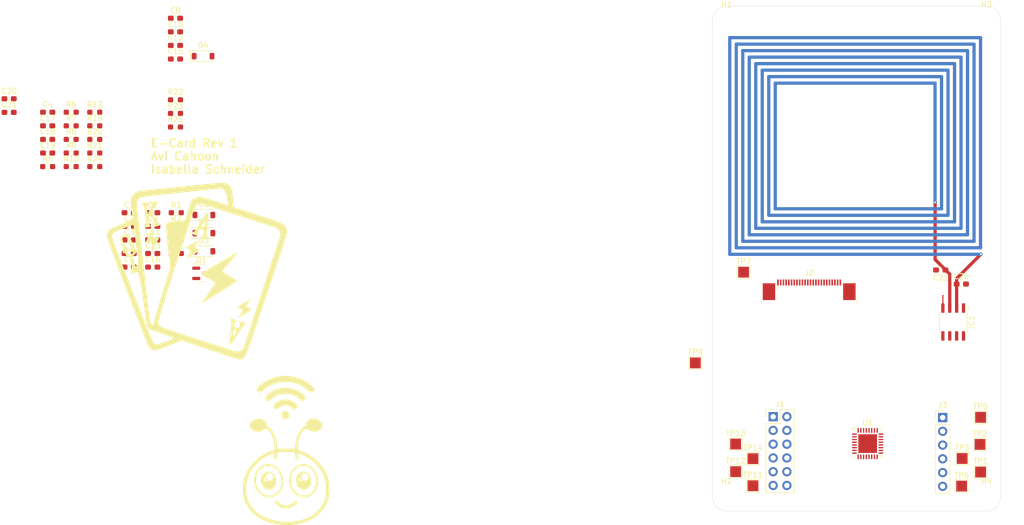
<source format=kicad_pcb>
(kicad_pcb (version 20240108) (generator "pcbnew") (generator_version "8.0")
  (layers (0 "F.Cu" signal) (1 "In1.Cu" signal) (2 "In2.Cu" signal) (31 "B.Cu" signal) (34 "B.Paste" user) (35 "F.Paste" user) (36 "B.SilkS" user "B.Silkscreen") (37 "F.SilkS" user "F.Silkscreen") (38 "B.Mask" user) (39 "F.Mask" user) (44 "Edge.Cuts" user))
  (net 0 "")
  (net 1 "GND")
  (net 2 "/EINK/VCOM")
  (net 3 "/EINK/VSL")
  (net 4 "/EINK/RESE")
  (net 5 "VDD")
  (net 6 "/EINK/VSH1")
  (net 7 "/EINK/VSH2")
  (net 8 "/EINK/VGH")
  (net 9 "Net-(D1-A)")
  (net 10 "Net-(D2-A)")
  (net 11 "/EINK/VGL")
  (net 12 "/STM/NFC_BUSY")
  (net 13 "+3.3V")
  (net 14 "/EINK/CS#")
  (net 15 "/EINK/BUSY")
  (net 16 "/EINK/RES#")
  (net 17 "/EINK/D{slash}C#")
  (net 19 "/EINK/SCL")
  (net 20 "/EINK/TSCL")
  (net 21 "/EINK/GDR")
  (net 22 "/EINK/TSDA")
  (net 23 "/EINK/VPP")
  (net 24 "/EINK/SDA")
  (net 25 "/EINK/BS1")
  (net 26 "/STM/SWCLK")
  (net 27 "/STM/SWDIO")
  (net 28 "/STM/SWO")
  (net 29 "/STM/NRST")
  (net 30 "/STM/I2C_NFC_SCL")
  (net 31 "/STM/I2C_NFC_SDA")
  (net 32 "/STM/BOOT0")
  (net 33 "/STM/VDD_MEAS")
  (net 34 "3.3")
  (net 37 "/NFC/V_E_HARVEST")
  (net 45 "/EINK/VDD_1.8V")
  (net 46 "Net-(IC1-AC0)")
  (net 47 "/NFC/VDD_NFC")
  (net 48 "Net-(U1-PA0)")
  (net 49 "VDD_HARVEST")
  (footprint "Resistor_SMD:R_0603_1608Metric_Pad0.98x0.95mm_HandSolder" (layer "F.Cu") (at 40.01 47.19)
    (property "Reference" "R8")
    (property "Value" "DNP")
  )
  (footprint "Resistor_SMD:R_0603_1608Metric_Pad0.98x0.95mm_HandSolder" (layer "F.Cu") (at 59.41 68.25)
    (property "Reference" "R4")
    (property "Value" "DNP")
  )
  (footprint "Capacitor_SMD:C_0603_1608Metric_Pad1.08x0.95mm_HandSolder" (layer "F.Cu") (at 204.341094 73.900539)
    (property "Reference" "C20")
    (property "Value" "7pF")
  )
  (footprint "TestPoint:TestPoint_Pad_2.0x2.0mm" (layer "F.Cu") (at 164.141094 71.700539)
    (property "Reference" "TP7")
    (property "Value" "TestPoint")
  )
  (footprint "Resistor_SMD:R_0603_1608Metric_Pad0.98x0.95mm_HandSolder" (layer "F.Cu") (at 44.36 42.17)
    (property "Reference" "R12")
    (property "Value" "10k")
  )
  (footprint "Diode_SMD:D_SOD-123" (layer "F.Cu") (at 64.505 67.84)
    (property "Reference" "D3")
    (property "Value" "D_Schottky")
  )
  (footprint "MountingHole:MountingHole_2.2mm_M2_DIN965" (layer "F.Cu") (at 161 25.2)
    (property "Reference" "H1")
    (property "Value" "MountingHole_Pad")
  )
  (footprint "Capacitor_SMD:C_0603_1608Metric_Pad1.08x0.95mm_HandSolder" (layer "F.Cu") (at 50.71 68.25)
    (property "Reference" "C5")
    (property "Value" "1uF")
  )
  (footprint "Resistor_SMD:R_0603_1608Metric_Pad0.98x0.95mm_HandSolder" (layer "F.Cu") (at 35.66 52.21)
    (property "Reference" "R5")
    (property "Value" "4.7k")
  )
  (footprint "Diode_SMD:D_SOD-123" (layer "F.Cu") (at 64.505 64.49)
    (property "Reference" "D2")
    (property "Value" "D_Schottky")
  )
  (footprint "Capacitor_SMD:C_0603_1608Metric_Pad1.08x0.95mm_HandSolder" (layer "F.Cu") (at 55.06 65.74)
    (property "Reference" "C11")
    (property "Value" "1uF")
  )
  (footprint "Capacitor_SMD:C_0603_1608Metric_Pad1.08x0.95mm_HandSolder" (layer "F.Cu") (at 200.541094 71.300539 180)
    (property "Reference" "C21")
    (property "Value" "7pF")
  )
  (footprint "Resistor_SMD:R_0603_1608Metric_Pad0.98x0.95mm_HandSolder" (layer "F.Cu") (at 59.26 42.39)
    (property "Reference" "R23")
    (property "Value" "DNP")
  )
  (footprint "Capacitor_SMD:C_0603_1608Metric_Pad1.08x0.95mm_HandSolder" (layer "F.Cu") (at 50.71 63.23)
    (property "Reference" "C2")
    (property "Value" "1uF")
  )
  (footprint "TestPoint:TestPoint_Pad_2.0x2.0mm" (layer "F.Cu") (at 207.9 98.5)
    (property "Reference" "TP5")
    (property "Value" "TestPoint")
  )
  (footprint "Resistor_SMD:R_0603_1608Metric_Pad0.98x0.95mm_HandSolder" (layer "F.Cu") (at 44.36 52.21)
    (property "Reference" "R24")
    (property "Value" "10k")
  )
  (footprint "Capacitor_SMD:C_0603_1608Metric_Pad1.08x0.95mm_HandSolder" (layer "F.Cu") (at 35.66 49.7)
    (property "Reference" "C19")
    (property "Value" "1uF")
  )
  (footprint "Resistor_SMD:R_0603_1608Metric_Pad0.98x0.95mm_HandSolder" (layer "F.Cu") (at 44.36 47.19)
    (property "Reference" "R20")
    (property "Value" "10k")
  )
  (footprint "MountingHole:MountingHole_2.2mm_M2_DIN965" (layer "F.Cu") (at 209 113.2)
    (property "Reference" "H4")
    (property "Value" "MountingHole_Pad")
  )
  (footprint "Resistor_SMD:R_0603_1608Metric_Pad0.98x0.95mm_HandSolder" (layer "F.Cu") (at 40.01 52.21)
    (property "Reference" "R10")
    (property "Value" "DNP")
  )
  (footprint "Resistor_SMD:R_0603_1608Metric_Pad0.98x0.95mm_HandSolder" (layer "F.Cu") (at 59.41 65.74)
    (property "Reference" "R3")
    (property "Value" "0R")
  )
  (footprint "TestPoint:TestPoint_Pad_2.0x2.0mm" (layer "F.Cu") (at 204.4 111.2)
    (property "Reference" "TP6")
    (property "Value" "TestPoint")
  )
  (footprint "MountingHole:MountingHole_2.2mm_M2_DIN965" (layer "F.Cu") (at 209 25.2)
    (property "Reference" "H3")
    (property "Value" "MountingHole_Pad")
  )
  (footprint "Resistor_SMD:R_0603_1608Metric_Pad0.98x0.95mm_HandSolder" (layer "F.Cu") (at 40.01 44.68)
    (property "Reference" "R7")
    (property "Value" "DNP")
  )
  (footprint "Capacitor_SMD:C_0603_1608Metric_Pad1.08x0.95mm_HandSolder" (layer "F.Cu") (at 55.06 63.23)
    (property "Reference" "C9")
    (property "Value" "1uF")
  )
  (footprint "Resistor_SMD:R_0603_1608Metric_Pad0.98x0.95mm_HandSolder" (layer "F.Cu") (at 59.41 63.23)
    (property "Reference" "R2")
    (property "Value" "0R")
  )
  (footprint "Resistor_SMD:R_0603_1608Metric_Pad0.98x0.95mm_HandSolder" (layer "F.Cu") (at 40.01 49.7)
    (property "Reference" "R9")
    (property "Value" "DNP")
  )
  (footprint "Capacitor_SMD:C_0603_1608Metric_Pad1.08x0.95mm_HandSolder" (layer "F.Cu") (at 28.5375 42.2)
    (property "Reference" "C21")
    (property "Value" "7pF")
  )
  (footprint "Package_TO_SOT_SMD:SOT-23" (layer "F.Cu") (at 64.03 71.915)
    (property "Reference" "Q1")
    (property "Value" "NMOS")
  )
  (footprint "Capacitor_SMD:C_0603_1608Metric_Pad1.08x0.95mm_HandSolder" (layer "F.Cu") (at 55.06 68.25)
    (property "Reference" "C13")
    (property "Value" "1uF")
  )
  (footprint "TestPoint:TestPoint_Pad_2.0x2.0mm" (layer "F.Cu") (at 165.875 111.13)
    (property "Reference" "TP11")
    (property "Value" "TestPoint")
  )
  (footprint "MountingHole:MountingHole_2.2mm_M2_DIN965" (layer "F.Cu") (at 161 113.2)
    (property "Reference" "H2")
    (property "Value" "MountingHole_Pad")
  )
  (footprint "Capacitor_SMD:C_0603_1608Metric_Pad1.08x0.95mm_HandSolder" (layer "F.Cu") (at 50.71 70.76)
    (property "Reference" "C6")
    (property "Value" "1uF")
  )
  (footprint "TestPoint:TestPoint_Pad_2.0x2.0mm" (layer "F.Cu") (at 207.8 103.5)
    (property "Reference" "TP2")
    (property "Value" "TestPoint")
  )
  (footprint "Package_DFN_QFN:QFN-32-1EP_5x5mm_P0.5mm_EP3.45x3.45mm" (layer "F.Cu") (at 187.05 103.35)
    (property "Reference" "U1")
    (property "Value" "STM32L071K8Ux")
  )
  (footprint "TestPoint:TestPoint_Pad_2.0x2.0mm" (layer "F.Cu") (at 155.241094 88.450539)
    (property "Reference" "TP9")
    (property "Value" "TestPoint")
  )
  (footprint "TestPoint:TestPoint_Pad_2.0x2.0mm" (layer "F.Cu") (at 207.9 108.6)
    (property "Reference" "TP1")
    (property "Value" "TestPoint")
  )
  (footprint "Resistor_SMD:R_0603_1608Metric_Pad0.98x0.95mm_HandSolder" (layer "F.Cu") (at 44.36 49.7)
    (property "Reference" "R21")
    (property "Value" "10k")
  )
  (footprint "Resistor_SMD:R_0603_1608Metric_Pad0.98x0.95mm_HandSolder" (layer "F.Cu") (at 59.26 39.88)
    (property "Reference" "R22")
    (property "Value" "DNP")
  )
  (footprint "TestPoint:TestPoint_Pad_2.0x2.0mm" (layer "F.Cu") (at 162.675 108.53)
    (property "Reference" "TP12")
    (property "Value" "TestPoint")
  )
  (footprint "Diode_SMD:D_SOD-123" (layer "F.Cu") (at 64.505 61.14)
    (property "Reference" "D1")
    (property "Value" "D_Schottky")
  )
  (footprint "Diode_SMD:D_SOD-123" (layer "F.Cu") (at 64.355 31.82)
    (property "Reference" "D4")
    (property "Value" "D_Zener")
  )
  (footprint "Resistor_SMD:R_0603_1608Metric_Pad0.98x0.95mm_HandSolder" (layer "F.Cu") (at 59.41 60.72)
    (property "Reference" "R1")
    (property "Value" "2.2R")
  )
  (footprint "Capacitor_SMD:C_0603_1608Metric_Pad1.08x0.95mm_HandSolder" (layer "F.Cu") (at 50.71 60.72)
    (property "Reference" "C1")
    (property "Value" "1uF")
  )
  (footprint "TestPoint:TestPoint_Pad_2.0x2.0mm" (layer "F.Cu") (at 162.675 103.43)
    (property "Reference" "TP13")
    (property "Value" "TestPoint")
  )
  (footprint "Resistor_SMD:R_0603_1608Metric_Pad0.98x0.95mm_HandSolder" (layer "F.Cu") (at 44.36 44.68)
    (property "Reference" "R19")
    (property "Value" "10k")
  )
  (footprint "Capacitor_SMD:C_0603_1608Metric_Pad1.08x0.95mm_HandSolder" (layer "F.Cu") (at 59.26 24.82)
    (property "Reference" "C8")
    (property "Value" "TBD")
  )
  (footprint "Package_SO:SO-8_3.9x4.9mm_P1.27mm" (layer "F.Cu") (at 202.841094 80.900539 -90)
    (property "Reference" "IC1")
    (property "Value" "M24LR04E-RMN6T/2")
  )
  (footprint "Connector_PinHeader_2.54mm:PinHeader_2x06_P2.54mm_Vertical" (layer "F.Cu") (at 169.6 98.38)
    (property "Reference" "J1")
    (property "Value" "Conn_02x06_Odd_Even")
  )
  (footprint "Capacitor_SMD:C_0603_1608Metric_Pad1.08x0.95mm_HandSolder" (layer "F.Cu") (at 28.5375 39.69)
    (property "Reference" "C20")
    (property "Value" "7pF")
  )
  (footprint "Capacitor_SMD:C_0603_1608Metric_Pad1.08x0.95mm_HandSolder" (layer "F.Cu") (at 59.26 32.35)
    (property "Reference" "C15")
    (property "Value" "10nF")
  )
  (footprint "Capacitor_SMD:C_0603_1608Metric_Pad1.08x0.95mm_HandSolder" (layer "F.Cu") (at 35.66 42.17)
    (property "Reference" "C4")
    (property "Value" "1uF")
  )
  (footprint "Resistor_SMD:R_0603_1608Metric_Pad0.98x0.95mm_HandSolder" (layer "F.Cu") (at 40.01 42.17)
    (property "Reference" "R6")
    (property "Value" "4.7k")
  )
  (footprint "Capacitor_SMD:C_0603_1608Metric_Pad1.08x0.95mm_HandSolder" (layer "F.Cu") (at 35.66 44.68)
    (property "Reference" "C17")
    (property "Value" "1uF")
  )
  (footprint "Connector_PinHeader_2.54mm:PinHeader_1x06_P2.54mm_Vertical" (layer "F.Cu") (at 200.9 98.54)
    (property "Reference" "J3")
    (property "Value" "Conn_01x06")
  )
  (footprint "Capacitor_SMD:C_0603_1608Metric_Pad1.08x0.95mm_HandSolder" (layer "F.Cu") (at 55.06 60.72)
    (property "Reference" "C7")
    (property "Value" "1uF")
  )
  (footprint "Capacitor_SMD:C_0603_1608Metric_Pad1.08x0.95mm_HandSolder" (layer "F.Cu") (at 50.71 65.74)
    (property "Reference" "C3")
    (property "Value" "DNP")
  )
  (footprint "Resistor_SMD:R_0603_1608Metric_Pad0.98x0.95mm_HandSolder" (layer "F.Cu") (at 59.26 44.9)
    (property "Reference" "R25")
    (property "Value" "600R")
  )
  (footprint "Capacitor_SMD:C_0603_1608Metric_Pad1.08x0.95mm_HandSolder" (layer "F.Cu") (at 35.66 47.19)
    (property "Reference" "C18")
    (property "Value" "1uF")
  )
  (footprint "Capacitor_SMD:C_0603_1608Metric_Pad1.08x0.95mm_HandSolder" (layer "F.Cu") (at 55.06 70.76)
    (property "Reference" "C16")
    (property "Value" "1uF")
  )
  (footprint "Capacitor_SMD:C_0603_1608Metric_Pad1.08x0.95mm_HandSolder" (layer "F.Cu") (at 59.26 27.33)
    (property "Reference" "C10")
    (property "Value" "TBD")
  )
  (footprint "TestPoint:TestPoint_Pad_2.0x2.0mm" (layer "F.Cu") (at 165.875 106.13)
    (property "Reference" "TP14")
    (property "Value" "TestPoint")
  )
  (footprint "TestPoint:TestPoint_Pad_2.0x2.0mm" (layer "F.Cu") (at 204.5 106.1)
    (property "Reference" "TP3")
    (property "Value" "TestPoint")
  )
  (footprint "Capacitor_SMD:C_0603_1608Metric_Pad1.08x0.95mm_HandSolder" (layer "F.Cu") (at 59.26 29.84)
    (property "Reference" "C12")
    (property "Value" "TBD")
  )
  (footprint "Connector_FFC-FPC:TE_2-1734839-4_1x24-1MP_P0.5mm_Horizontal" (layer "F.Cu") (at 176.25 74.95)
    (property "Reference" "J2")
    (property "Value" "Conn_01x24")
  )
  (gr_poly (pts (xy 69.614278 80.264605) (xy 69.625049 80.265729) (xy 69.63581 80.267462) (xy 69.646542 80.269818) (xy 69.657228 80.27281) (xy 69.667849 80.27645) (xy 69.690618 80.287188) (xy 69.716384 80.298195) (xy 69.775668 80.320766) (xy 69.84322 80.343669) (xy 69.91656 80.366407) (xy 69.993206 80.388483) (xy 70.07068 80.409402) (xy 70.1465 80.428667) (xy 70.218185 80.445783) (xy 70.252953 80.455248) (xy 70.285816 80.465113) (xy 70.316772 80.475366) (xy 70.345819 80.485994) (xy 70.372954 80.496983) (xy 70.398174 80.508321) (xy 70.421477 80.519995) (xy 70.44286 80.531992) (xy 70.462321 80.5443) (xy 70.479857 80.556904) (xy 70.495465 80.569792) (xy 70.509143 80.582952) (xy 70.520889 80.596371) (xy 70.530699 80.610034) (xy 70.538571 80.623931) (xy 70.544503 80.638047) (xy 70.548492 80.652369) (xy 70.550536 80.666886) (xy 70.550631 80.681583) (xy 70.548775 80.696448) (xy 70.544966 80.711468) (xy 70.539201 80.726631) (xy 70.531478 80.741922) (xy 70.521793 80.75733) (xy 70.510145 80.772841) (xy 70.49653 80.788443) (xy 70.480947 80.804122) (xy 70.463392 80.819866) (xy 70.443863 80.835661) (xy 70.422358 80.851495) (xy 70.398873 80.867355) (xy 70.373407 80.883228) (xy 70.352095 80.895754) (xy 70.330578 80.912001) (xy 70.308977 80.931721) (xy 70.287418 80.954665) (xy 70.266023 80.980586) (xy 70.244919 81.009235) (xy 70.224228 81.040365) (xy 70.204074 81.073727) (xy 70.184581 81.109074) (xy 70.165875 81.146157) (xy 70.148077 81.184728) (xy 70.131313 81.224539) (xy 70.115707 81.265343) (xy 70.101383 81.306891) (xy 70.088464 81.348934) (xy 70.077075 81.391226) (xy 70.065048 81.449335) (xy 70.055605 81.502214) (xy 70.049014 81.550256) (xy 70.046872 81.572586) (xy 70.045545 81.593854) (xy 70.045065 81.614109) (xy 70.045465 81.6334) (xy 70.046781 81.651777) (xy 70.049045 81.669288) (xy 70.05229 81.685983) (xy 70.056552 81.70191) (xy 70.061862 81.717118) (xy 70.068254 81.731658) (xy 70.075763 81.745578) (xy 70.084422 81.758926) (xy 70.094264 81.771753) (xy 70.105324 81.784106) (xy 70.117633 81.796036) (xy 70.131227 81.807591) (xy 70.146139 81.818821) (xy 70.162402 81.829775) (xy 70.18005 81.8405) (xy 70.199116 81.851048) (xy 70.219634 81.861467) (xy 70.241639 81.871805) (xy 70.290238 81.892438) (xy 70.345184 81.91334) (xy 70.384834 81.928877) (xy 70.424256 81.943711) (xy 70.501509 81.971106) (xy 70.575124 81.995194) (xy 70.643282 82.015644) (xy 70.704163 82.032125) (xy 70.75595 82.044307) (xy 70.777865 82.048683) (xy 70.796823 82.051859) (xy 70.812598 82.053795) (xy 70.824963 82.05445) (xy 70.843556 82.052537) (xy 70.862253 82.046922) (xy 70.880991 82.037788) (xy 70.899708 82.025318) (xy 70.918342 82.009696) (xy 70.936832 81.991105) (xy 70.97313 81.94575) (xy 71.008104 81.890721) (xy 71.04126 81.827487) (xy 71.0721 81.757513) (xy 71.10013 81.682269) (xy 71.124852 81.603221) (xy 71.14577 81.521838) (xy 71.162389 81.439586) (xy 71.174213 81.357934) (xy 71.180745 81.278349) (xy 71.181489 81.202298) (xy 71.175949 81.13125) (xy 71.170667 81.098061) (xy 71.163629 81.066672) (xy 71.149307 81.014375) (xy 71.138355 80.968445) (xy 71.131165 80.928633) (xy 71.12813 80.894692) (xy 71.128293 80.879845) (xy 71.129642 80.866373) (xy 71.132226 80.854245) (xy 71.136095 80.843429) (xy 71.141297 80.833894) (xy 71.147881 80.825611) (xy 71.155896 80.818546) (xy 71.165392 80.812671) (xy 71.176418 80.807953) (xy 71.189022 80.804361) (xy 71.203254 80.801865) (xy 71.219163 80.800434) (xy 71.236798 80.800036) (xy 71.256208 80.800641) (xy 71.30055 80.804734) (xy 71.352582 80.812464) (xy 71.412695 80.823585) (xy 71.481284 80.837848) (xy 71.55874 80.855005) (xy 71.686267 80.884161) (xy 71.799097 80.913627) (xy 71.850059 80.928573) (xy 71.897416 80.943713) (xy 71.941193 80.959085) (xy 71.981411 80.974729) (xy 72.018095 80.990682) (xy 72.051267 81.006985) (xy 72.080952 81.023675) (xy 72.107171 81.040792) (xy 72.129949 81.058373) (xy 72.149308 81.076459) (xy 72.165272 81.095087) (xy 72.177864 81.114296) (xy 72.187108 81.134126) (xy 72.193026 81.154614) (xy 72.195643 81.1758) (xy 72.19498 81.197723) (xy 72.191061 81.22042) (xy 72.183911 81.243932) (xy 72.173551 81.268296) (xy 72.160005 81.293552) (xy 72.143297 81.319738) (xy 72.123449 81.346893) (xy 72.100486 81.375055) (xy 72.074429 81.404264) (xy 72.045303 81.434558) (xy 72.013131 81.465976) (xy 71.977935 81.498557) (xy 71.93974 81.53234) (xy 71.898179 81.572024) (xy 71.848018 81.626901) (xy 71.724547 81.778182) (xy 71.574616 81.97808) (xy 71.403519 82.218492) (xy 71.216546 82.491316) (xy 71.01899 82.788449) (xy 70.816143 83.101787) (xy 70.613296 83.423227) (xy 70.499367 83.615543) (xy 70.39044 83.795601) (xy 70.286556 83.963381) (xy 70.187758 84.118861) (xy 70.094086 84.262022) (xy 70.005581 84.392843) (xy 69.922285 84.511303) (xy 69.84424 84.61738) (xy 69.771487 84.711056) (xy 69.704066 84.792308) (xy 69.64202 84.861117) (xy 69.613025 84.890849) (xy 69.58539 84.917462) (xy 69.559118 84.940953) (xy 69.534216 84.961321) (xy 69.510689 84.978563) (xy 69.488541 84.992675) (xy 69.467778 85.003656) (xy 69.448406 85.011502) (xy 69.430428 85.016212) (xy 69.413852 85.017783) (xy 69.37877 85.016567) (xy 69.347513 85.012684) (xy 69.319935 85.005784) (xy 69.30748 85.001092) (xy 69.295891 84.995514) (xy 69.28515 84.989006) (xy 69.275238 84.981524) (xy 69.266137 84.973023) (xy 69.25783 84.963461) (xy 69.250298 84.952793) (xy 69.243522 84.940975) (xy 69.237486 84.927963) (xy 69.232171 84.913714) (xy 69.22363 84.881327) (xy 69.217757 84.843462) (xy 69.214405 84.799768) (xy 69.21343 84.749893) (xy 69.214687 84.693487) (xy 69.218032 84.630197) (xy 69.223321 84.559672) (xy 69.230407 84.481562) (xy 69.370388 83.353169) (xy 69.385859 83.225672) (xy 69.851297 83.225672) (xy 69.851297 83.677228) (xy 70.218185 83.126895) (xy 70.270785 83.048444) (xy 70.317514 82.976854) (xy 70.358455 82.911715) (xy 70.376781 82.881434) (xy 70.393691 82.85261) (xy 70.409196 82.825193) (xy 70.423305 82.799129) (xy 70.43603 82.774367) (xy 70.447379 82.750856) (xy 70.457365 82.728544) (xy 70.465997 82.707379) (xy 70.473285 82.68731) (xy 70.47924 82.668284) (xy 70.483872 82.650251) (xy 70.487191 82.633158) (xy 70.489208 82.616954) (xy 70.489933 82.601587) (xy 70.489377 82.587006) (xy 70.487549 82.573158) (xy 70.484461 82.559993) (xy 70.480122 82.547458) (xy 70.474543 82.535501) (xy 70.467733 82.524072) (xy 70.459705 82.513118) (xy 70.450467 82.502588) (xy 70.44003 82.49243) (xy 70.428404 82.482593) (xy 70.415601 82.473024) (xy 70.401629 82.463672) (xy 70.380322 82.450618) (xy 70.358828 82.437958) (xy 70.337293 82.425751) (xy 70.315861 82.414062) (xy 70.294677 82.402951) (xy 70.273886 82.392482) (xy 70.253632 82.382715) (xy 70.23406 82.373712) (xy 70.215316 82.365537) (xy 70.197542 82.358251) (xy 70.180885 82.351915) (xy 70.165489 82.346592) (xy 70.151499 82.342344) (xy 70.139059 82.339233) (xy 70.128314 82.337321) (xy 70.119409 82.33667) (xy 70.104983 82.337859) (xy 70.090818 82.341383) (xy 70.076926 82.347181) (xy 70.063322 82.355191) (xy 70.050017 82.365351) (xy 70.037025 82.377598) (xy 70.012031 82.408108) (xy 69.988442 82.446224) (xy 69.966363 82.491452) (xy 69.945895 82.543293) (xy 69.927144 82.601254) (xy 69.910211 82.664837) (xy 69.895201 82.733546) (xy 69.882216 82.806885) (xy 69.871361 82.884358) (xy 69.862738 82.96547) (xy 69.85645 83.049723) (xy 69.852602 83.136623) (xy 69.851297 83.225672) (xy 69.385859 83.225672) (xy 69.426767 82.888542) (xy 69.474485 82.484398) (xy 69.513852 82.136312) (xy 69.545178 81.839862) (xy 69.557923 81.709617) (xy 69.568774 81.590623) (xy 69.577769 81.482325) (xy 69.584948 81.384172) (xy 69.59035 81.29561) (xy 69.594012 81.216086) (xy 69.595975 81.145047) (xy 69.596276 81.08194) (xy 69.594954 81.026213) (xy 69.592049 80.977313) (xy 69.587598 80.934685) (xy 69.581641 80.897779) (xy 69.574217 80.86604) (xy 69.565363 80.838916) (xy 69.55512 80.815853) (xy 69.543525 80.7963) (xy 69.530618 80.779702) (xy 69.516437 80.765507) (xy 69.501021 80.753162) (xy 69.484408 80.742115) (xy 69.475274 80.736578) (xy 69.4664 80.730563) (xy 69.449488 80.717172) (xy 69.433775 80.702086) (xy 69.419364 80.685449) (xy 69.406358 80.667407) (xy 69.394862 80.648104) (xy 69.384978 80.627685) (xy 69.376809 80.606295) (xy 69.37046 80.584078) (xy 69.366033 80.561178) (xy 69.363632 80.537741) (xy 69.363223 80.525867) (xy 69.363359 80.513912) (xy 69.364054 80.501895) (xy 69.36532 80.489834) (xy 69.367169 80.477748) (xy 69.369616 80.465653) (xy 69.372672 80.453569) (xy 69.376351 80.441514) (xy 69.380666 80.429505) (xy 69.385629 80.41756) (xy 69.389843 80.407103) (xy 69.394535 80.396907) (xy 69.399686 80.386985) (xy 69.40528 80.377349) (xy 69.411297 80.368014) (xy 69.41772 80.358991) (xy 69.424531 80.350293) (xy 69.431711 80.341934) (xy 69.439243 80.333926) (xy 69.447107 80.326283) (xy 69.455287 80.319017) (xy 69.463765 80.312141) (xy 69.472521 80.305668) (xy 69.481538 80.299611) (xy 69.490798 80.293983) (xy 69.500283 80.288797) (xy 69.509974 80.284065) (xy 69.519854 80.279802) (xy 69.529905 80.276019) (xy 69.540108 80.272729) (xy 69.550445 80.269946) (xy 69.560899 80.267682) (xy 69.571451 80.26595) (xy 69.582082 80.264764) (xy 69.592776 80.264136) (xy 69.603514 80.264078)) (stroke (width -0.000001)) (fill solid) (layer "F.SilkS"))
  (gr_poly (pts (xy 55.15 63.57) (xy 55.152155 63.573283) (xy 55.155511 63.586147) (xy 55.158542 63.63548) (xy 55.156944 63.713257) (xy 55.151046 63.815838) (xy 55.141179 63.939586) (xy 55.127674 64.080862) (xy 55.110862 64.236029) (xy 55.091073 64.401448) (xy 55.006407 65.248116) (xy 55.641407 65.290448) (xy 56.276407 65.332782) (xy 55.584962 66.673339) (xy 54.879406 68.013893) (xy 54.949963 67.124893) (xy 55.006407 66.250005) (xy 54.385518 66.250005) (xy 54.322734 66.249519) (xy 54.261605 66.248103) (xy 54.202459 66.245819) (xy 54.145629 66.242729) (xy 54.091445 66.238894) (xy 54.040237 66.234378) (xy 53.992336 66.229241) (xy 53.948074 66.223546) (xy 53.90778 66.217355) (xy 53.871785 66.21073) (xy 53.840421 66.203733) (xy 53.814018 66.196426) (xy 53.792906 66.188871) (xy 53.784438 66.185019) (xy 53.777417 66.181129) (xy 53.771884 66.177208) (xy 53.767881 66.173264) (xy 53.765449 66.169304) (xy 53.764629 66.165337) (xy 53.768047 66.148422) (xy 53.778079 66.119311) (xy 53.816664 66.027313) (xy 53.877738 65.894966) (xy 53.958657 65.727893) (xy 54.169441 65.312056) (xy 54.427852 64.824782) (xy 54.562954 64.572298) (xy 54.691112 64.336846) (xy 54.809347 64.123554) (xy 54.914685 63.937546) (xy 55.004147 63.78395) (xy 55.074758 63.667892) (xy 55.102064 63.625541) (xy 55.123541 63.594498) (xy 55.138816 63.575401) (xy 55.144012 63.570534) (xy 55.147519 63.568894)) (stroke (width -0.000001)) (fill solid) (layer "F.SilkS"))
  (gr_poly (pts (xy 65.197754 60.703601) (xy 65.221716 60.723028) (xy 65.242254 60.753727) (xy 65.259444 60.795835) (xy 65.27336 60.849494) (xy 65.291671 60.992017) (xy 65.297786 61.182414) (xy 65.292305 61.4218) (xy 65.275827 61.711292) (xy 65.248952 62.052005) (xy 65.166407 62.891561) (xy 65.122807 63.307094) (xy 65.087474 63.691705) (xy 65.06074 64.038281) (xy 65.042936 64.339713) (xy 65.037486 64.471278) (xy 65.034392 64.58889) (xy 65.033696 64.691661) (xy 65.035439 64.778701) (xy 65.039663 64.849122) (xy 65.046408 64.902035) (xy 65.050739 64.921649) (xy 65.055717 64.936552) (xy 65.061345 64.946633) (xy 65.06763 64.951783) (xy 65.074202 64.954797) (xy 65.080683 64.958531) (xy 65.093344 64.968071) (xy 65.10555 64.980215) (xy 65.117239 64.994777) (xy 65.128349 65.011572) (xy 65.138819 65.030413) (xy 65.148585 65.051114) (xy 65.157587 65.07349) (xy 65.165762 65.097354) (xy 65.173049 65.122521) (xy 65.179384 65.148803) (xy 65.184707 65.176016) (xy 65.188955 65.203973) (xy 65.192065 65.232488) (xy 65.193977 65.261375) (xy 65.194629 65.290448) (xy 65.193798 65.325843) (xy 65.192757 65.342313) (xy 65.191294 65.357972) (xy 65.189407 65.372825) (xy 65.187094 65.386877) (xy 65.184352 65.400132) (xy 65.181179 65.412598) (xy 65.177572 65.424277) (xy 65.173527 65.435177) (xy 65.169044 65.445301) (xy 65.164119 65.454656) (xy 65.158749 65.463245) (xy 65.152933 65.471075) (xy 65.146667 65.47815) (xy 65.139948 65.484476) (xy 65.132775 65.490058) (xy 65.125145 65.494901) (xy 65.117054 65.49901) (xy 65.108502 65.502391) (xy 65.099484 65.505048) (xy 65.089998 65.506987) (xy 65.080042 65.508212) (xy 65.069614 65.50873) (xy 65.058709 65.508545) (xy 65.047327 65.507662) (xy 65.035465 65.506087) (xy 65.023119 65.503824) (xy 65.010287 65.500879) (xy 64.996967 65.497257) (xy 64.983156 65.492964) (xy 64.968852 65.488004) (xy 64.852876 65.44964) (xy 64.707796 65.403338) (xy 64.63013 65.379691) (xy 64.552133 65.357036) (xy 64.47612 65.336365) (xy 64.404408 65.318671) (xy 64.279475 65.286067) (xy 64.229813 65.272131) (xy 64.18811 65.258919) (xy 64.170107 65.252385) (xy 64.153931 65.24579) (xy 64.139528 65.239056) (xy 64.126843 65.232103) (xy 64.115821 65.22485) (xy 64.10641 65.217217) (xy 64.098554 65.209124) (xy 64.092199 65.200491) (xy 64.087291 65.191238) (xy 64.083775 65.181285) (xy 64.081598 65.170551) (xy 64.080706 65.158957) (xy 64.081043 65.146423) (xy 64.082556 65.132867) (xy 64.08519 65.118212) (xy 64.088891 65.102375) (xy 64.099278 65.066839) (xy 64.113283 65.025618) (xy 64.150407 64.92356) (xy 64.154539 64.911861) (xy 64.158985 64.900581) (xy 64.163732 64.889725) (xy 64.168763 64.879297) (xy 64.174062 64.869304) (xy 64.179615 64.85975) (xy 64.185405 64.85064) (xy 64.191418 64.84198) (xy 64.197637 64.833775) (xy 64.204048 64.826029) (xy 64.210634 64.818749) (xy 64.21738 64.811939) (xy 64.224271 64.805604) (xy 64.231291 64.79975) (xy 64.238425 64.794382) (xy 64.245658 64.789505) (xy 64.252972 64.785123) (xy 64.260354 64.781243) (xy 64.267788 64.77787) (xy 64.275258 64.775008) (xy 64.282748 64.772663) (xy 64.290244 64.770839) (xy 64.297729 64.769543) (xy 64.305189 64.768779) (xy 64.312607 64.768552) (xy 64.319968 64.768868) (xy 64.327257 64.769732) (xy 64.334458 64.771149) (xy 64.341556 64.773124) (xy 64.348535 64.775662) (xy 64.355379 64.778768) (xy 64.362074 64.782448) (xy 64.368646 64.78576) (xy 64.375128 64.787774) (xy 64.381511 64.788518) (xy 64.387788 64.788016) (xy 64.393952 64.786294) (xy 64.399994 64.783378) (xy 64.405907 64.779295) (xy 64.411684 64.77407) (xy 64.422794 64.760296) (xy 64.433264 64.742265) (xy 64.44303 64.720182) (xy 64.452032 64.694254) (xy 64.460207 64.664688) (xy 64.467493 64.631691) (xy 64.473829 64.595469) (xy 64.479151 64.55623) (xy 64.483399 64.514179) (xy 64.48651 64.469524) (xy 64.488422 64.422471) (xy 64.489073 64.373227) (xy 64.488363 64.300067) (xy 64.486041 64.23377) (xy 64.481818 64.173921) (xy 64.478902 64.146286) (xy 64.475403 64.120109) (xy 64.471284 64.095337) (xy 64.466508 64.071919) (xy 64.46104 64.049803) (xy 64.454843 64.028938) (xy 64.447881 64.009271) (xy 64.440119 63.990752) (xy 64.431519 63.973328) (xy 64.422046 63.956949) (xy 64.411664 63.941561) (xy 64.400335 63.927114) (xy 64.388025 63.913556) (xy 64.374697 63.900835) (xy 64.360315 63.888899) (xy 64.344842 63.877697) (xy 64.328243 63.867178) (xy 64.310481 63.857288) (xy 64.29152 63.847978) (xy 64.271324 63.839195) (xy 64.249857 63.830887) (xy 64.227082 63.823003) (xy 64.177466 63.808299) (xy 64.122186 63.79467) (xy 64.07771 63.784242) (xy 64.034274 63.776725) (xy 63.991922 63.772056) (xy 63.950702 63.770169) (xy 63.910661 63.771001) (xy 63.871844 63.774486) (xy 63.834298 63.78056) (xy 63.798071 63.789159) (xy 63.763207 63.800217) (xy 63.729754 63.813671) (xy 63.697759 63.829455) (xy 63.667267 63.847505) (xy 63.638326 63.867757) (xy 63.610981 63.890145) (xy 63.58528 63.914606) (xy 63.561268 63.941074) (xy 63.538993 63.969485) (xy 63.518501 63.999775) (xy 63.499838 64.031879) (xy 63.483051 64.065732) (xy 63.468186 64.101269) (xy 63.45529 64.138427) (xy 63.444409 64.17714) (xy 63.435591 64.217343) (xy 63.428881 64.258974) (xy 63.424325 64.301965) (xy 63.421972 64.346254) (xy 63.421866 64.391776) (xy 63.424054 64.438465) (xy 63.428584 64.486257) (xy 63.4355 64.535089) (xy 63.444851 64.584894) (xy 63.458804 64.662157) (xy 63.468498 64.730057) (xy 63.473315 64.78882) (xy 63.473699 64.814846) (xy 63.472632 64.838674) (xy 63.470036 64.860331) (xy 63.465832 64.879846) (xy 63.459943 64.897248) (xy 63.452292 64.912564) (xy 63.442802 64.925824) (xy 63.431394 64.937055) (xy 63.417992 64.946287) (xy 63.402518 64.953547) (xy 63.384893 64.958864) (xy 63.365042 64.962266) (xy 63.342886 64.963782) (xy 63.318347 64.963441) (xy 63.291349 64.96127) (xy 63.261813 64.957298) (xy 63.19482 64.944065) (xy 63.116747 64.92397) (xy 63.026975 64.89724) (xy 62.924884 64.864101) (xy 62.809852 64.824782) (xy 62.769635 64.809547) (xy 62.731039 64.793022) (xy 62.694111 64.775324) (xy 62.658902 64.756569) (xy 62.62546 64.736874) (xy 62.593834 64.716355) (xy 62.564074 64.695128) (xy 62.536229 64.673309) (xy 62.510347 64.651014) (xy 62.486478 64.62836) (xy 62.464671 64.605464) (xy 62.444975 64.582441) (xy 62.427439 64.559407) (xy 62.412112 64.53648) (xy 62.399044 64.513775) (xy 62.388283 64.491408) (xy 62.379878 64.469496) (xy 62.373879 64.448155) (xy 62.370334 64.427501) (xy 62.369293 64.407651) (xy 62.370805 64.38872) (xy 62.374919 64.370826) (xy 62.381684 64.354084) (xy 62.391149 64.338611) (xy 62.403364 64.324523) (xy 62.418376 64.311936) (xy 62.436236 64.300966) (xy 62.456992 64.29173) (xy 62.480694 64.284344) (xy 62.507391 64.278925) (xy 62.537131 64.275588) (xy 62.569964 64.274449) (xy 62.5812 64.273301) (xy 62.593707 64.269892) (xy 62.622329 64.256507) (xy 62.655415 64.234731) (xy 62.692553 64.204996) (xy 62.733329 64.167738) (xy 62.77733 64.123389) (xy 62.824142 64.072384) (xy 62.873352 64.015158) (xy 62.924546 63.952144) (xy 62.977311 63.883776) (xy 63.031234 63.810488) (xy 63.085901 63.732715) (xy 63.140898 63.650891) (xy 63.195813 63.565449) (xy 63.250232 63.476824) (xy 63.303741 63.385449) (xy 63.426827 63.187894) (xy 64.065741 63.187894) (xy 64.06611 63.191903) (xy 64.067205 63.19599) (xy 64.069008 63.200149) (xy 64.071501 63.204375) (xy 64.078484 63.213008) (xy 64.08801 63.221848) (xy 64.099933 63.230854) (xy 64.11411 63.239983) (xy 64.130395 63.249196) (xy 64.148644 63.258449) (xy 64.168711 63.267703) (xy 64.190453 63.276915) (xy 64.213725 63.286045) (xy 64.238381 63.29505) (xy 64.29127 63.312524) (xy 64.347963 63.329006) (xy 64.38836 63.337859) (xy 64.425078 63.342951) (xy 64.458406 63.343826) (xy 64.473889 63.34254) (xy 64.488633 63.340029) (xy 64.502674 63.336237) (xy 64.516049 63.331107) (xy 64.528793 63.324581) (xy 64.540943 63.316603) (xy 64.552535 63.307116) (xy 64.563605 63.296063) (xy 64.574189 63.283387) (xy 64.584324 63.269032) (xy 64.603389 63.235057) (xy 64.62109 63.193681) (xy 64.637716 63.144451) (xy 64.653557 63.086911) (xy 64.668901 63.020606) (xy 64.684039 62.945083) (xy 64.69926 62.859886) (xy 64.714853 62.76456) (xy 64.729984 62.639379) (xy 64.743295 62.51982) (xy 64.754292 62.408861) (xy 64.762478 62.309477) (xy 64.767356 62.224645) (xy 64.7684 62.188616) (xy 64.768431 62.157341) (xy 64.767387 62.131193) (xy 64.765206 62.110543) (xy 64.761827 62.095764) (xy 64.759668 62.090692) (xy 64.757187 62.087227) (xy 64.750237 62.086299) (xy 64.740119 62.091216) (xy 64.71127 62.117158) (xy 64.672415 62.162199) (xy 64.625335 62.223487) (xy 64.513603 62.383395) (xy 64.390296 62.57406) (xy 64.269635 62.772663) (xy 64.165841 62.956383) (xy 64.124714 63.035531) (xy 64.093136 63.1024) (xy 64.072886 63.154139) (xy 64.067564 63.173443) (xy 64.065741 63.187894) (xy 63.426827 63.187894) (xy 63.866421 62.482338) (xy 64.460852 61.536892) (xy 64.615898 61.298788) (xy 64.753354 61.098511) (xy 64.873819 60.937177) (xy 64.977891 60.815903) (xy 65.066172 60.735805) (xy 65.104578 60.711546) (xy 65.13926 60.697999) (xy 65.170294 60.695304)) (stroke (width -0.000001)) (fill solid) (layer "F.SilkS"))
  (gr_poly (pts (xy 84.845506 98.727003) (xy 84.93679 98.734203) (xy 85.027511 98.745479) (xy 85.117422 98.760759) (xy 85.206276 98.779969) (xy 85.293826 98.803036) (xy 85.379826 98.829885) (xy 85.464029 98.860443) (xy 85.546189 98.894637) (xy 85.626057 98.932392) (xy 85.703389 98.973636) (xy 85.777936 99.018294) (xy 85.849453 99.066293) (xy 85.917692 99.11756) (xy 85.982406 99.172019) (xy 86.04335 99.229599) (xy 86.100276 99.290225) (xy 86.152937 99.353824) (xy 86.201086 99.420322) (xy 86.244478 99.489646) (xy 86.282865 99.561721) (xy 86.316 99.636474) (xy 86.342457 99.708588) (xy 86.363611 99.779473) (xy 86.379453 99.84922) (xy 86.389973 99.917924) (xy 86.395159 99.985677) (xy 86.395003 100.052572) (xy 86.392917 100.085727) (xy 86.389492 100.118702) (xy 86.384726 100.15151) (xy 86.378618 100.184161) (xy 86.362369 100.24904) (xy 86.340735 100.313434) (xy 86.313707 100.377435) (xy 86.281273 100.441137) (xy 86.243423 100.504631) (xy 86.200147 100.568013) (xy 86.151435 100.631373) (xy 86.097276 100.694806) (xy 86.043197 100.751257) (xy 85.985612 100.804191) (xy 85.924738 100.853606) (xy 85.860791 100.8995) (xy 85.793986 100.941869) (xy 85.724539 100.980711) (xy 85.652666 101.016024) (xy 85.578583 101.047804) (xy 85.502505 101.07605) (xy 85.424647 101.100759) (xy 85.345227 101.121928) (xy 85.264459 101.139554) (xy 85.099744 101.164169) (xy 84.932228 101.174584) (xy 84.763637 101.170777) (xy 84.595697 101.152728) (xy 84.430135 101.120417) (xy 84.348784 101.098906) (xy 84.268675 101.073822) (xy 84.190024 101.045162) (xy 84.113045 101.012923) (xy 84.037955 100.977103) (xy 83.96497 100.9377) (xy 83.894305 100.89471) (xy 83.826176 100.848131) (xy 83.760798 100.79796) (xy 83.698388 100.744196) (xy 83.678519 100.726461) (xy 83.658579 100.710305) (xy 83.638537 100.695732) (xy 83.618366 100.682749) (xy 83.598034 100.671363) (xy 83.577512 100.66158) (xy 83.556771 100.653408) (xy 83.53578 100.646851) (xy 83.51451 100.641917) (xy 83.492931 100.638612) (xy 83.471014 100.636943) (xy 83.448729 100.636915) (xy 83.426046 100.638536) (xy 83.402935 100.641812) (xy 83.379367 100.64675) (xy 83.355312 100.653355) (xy 83.33074 100.661635) (xy 83.305621 100.671595) (xy 83.279927 100.683243) (xy 83.253626 100.696584) (xy 83.199089 100.728374) (xy 83.141771 100.767016) (xy 83.081435 100.812562) (xy 83.017844 100.865063) (xy 82.950759 100.924572) (xy 82.879944 100.99114) (xy 82.771335 101.106714) (xy 82.667905 101.23344) (xy 82.56987 101.370729) (xy 82.477446 101.517991) (xy 82.390852 101.674638) (xy 82.310304 101.84008) (xy 82.236019 102.013728) (xy 82.168215 102.194994) (xy 82.107107 102.383287) (xy 82.052914 102.57802) (xy 82.005853 102.778602) (xy 81.966139 102.984444) (xy 81.933992 103.194959) (xy 81.909626 103.409556) (xy 81.89326 103.627646) (xy 81.885111 103.84864) (xy 81.878055 104.504806) (xy 82.442499 104.702361) (xy 82.946137 104.898139) (xy 83.432206 105.124592) (xy 83.89934 105.38015) (xy 84.346176 105.66324) (xy 84.771349 105.972293) (xy 85.173495 106.305736) (xy 85.55125 106.662001) (xy 85.903249 107.039514) (xy 86.228128 107.436706) (xy 86.524523 107.852005) (xy 86.79107 108.283841) (xy 87.026404 108.730642) (xy 87.229162 109.190838) (xy 87.397978 109.662858) (xy 87.531489 110.14513) (xy 87.628331 110.636083) (xy 87.654553 110.830109) (xy 87.67506 111.030409) (xy 87.689924 111.235814) (xy 87.699217 111.445157) (xy 87.703012 111.65727) (xy 87.701381 111.870984) (xy 87.694396 112.085133) (xy 87.68213 112.298548) (xy 87.664654 112.510061) (xy 87.642042 112.718505) (xy 87.614366 112.922711) (xy 87.581698 113.121512) (xy 87.544111 113.31374) (xy 87.501676 113.498227) (xy 87.454466 113.673804) (xy 87.402554 113.839305) (xy 87.292683 114.139094) (xy 87.1695 114.429849) (xy 87.033089 114.711469) (xy 86.88353 114.983848) (xy 86.720908 115.246885) (xy 86.545304 115.500475) (xy 86.356803 115.744515) (xy 86.155485 115.978902) (xy 85.941434 116.203533) (xy 85.714733 116.418304) (xy 85.475465 116.623111) (xy 85.223711 116.817852) (xy 84.959555 117.002424) (xy 84.683079 117.176722) (xy 84.394366 117.340643) (xy 84.0935 117.494084) (xy 83.575242 117.722058) (xy 83.033471 117.916577) (xy 82.471629 118.077753) (xy 81.893158 118.205702) (xy 81.301499 118.300537) (xy 80.700094 118.362371) (xy 80.092385 118.391319) (xy 79.481812 118.387493) (xy 78.871818 118.351007) (xy 78.265845 118.281976) (xy 77.667334 118.180513) (xy 77.079726 118.046731) (xy 76.506464 117.880745) (xy 75.950989 117.682667) (xy 75.416743 117.452612) (xy 74.907167 117.190694) (xy 74.643436 117.035032) (xy 74.389452 116.86979) (xy 74.145368 116.695143) (xy 73.911341 116.511266) (xy 73.687525 116.318335) (xy 73.474076 116.116527) (xy 73.271148 115.906016) (xy 73.078896 115.686979) (xy 72.897475 115.459591) (xy 72.727041 115.224027) (xy 72.567749 114.980464) (xy 72.419752 114.729077) (xy 72.283208 114.470042) (xy 72.15827 114.203535) (xy 72.045093 113.929731) (xy 71.943833 113.648805) (xy 71.873663 113.436477) (xy 71.820361 113.257222) (xy 71.799311 113.173795) (xy 71.78161 113.091196) (xy 71.766969 113.006943) (xy 71.755097 112.918555) (xy 71.745706 112.823553) (xy 71.738505 112.719456) (xy 71.729521 112.474055) (xy 71.725828 112.162508) (xy 71.725111 111.764972) (xy 71.725325 111.712938) (xy 72.323069 111.712938) (xy 72.329353 112.085325) (xy 72.348205 112.441093) (xy 72.362343 112.607448) (xy 72.379624 112.763292) (xy 72.400046 112.906506) (xy 72.423611 113.034972) (xy 72.486675 113.299942) (xy 72.563251 113.558962) (xy 72.653081 113.811872) (xy 72.755911 114.05851) (xy 72.871484 114.298713) (xy 72.999545 114.532322) (xy 73.139837 114.759174) (xy 73.292106 114.979108) (xy 73.631547 115.397575) (xy 74.015824 115.786431) (xy 74.442888 116.144385) (xy 74.910694 116.470145) (xy 75.417196 116.762418) (xy 75.960346 117.019913) (xy 76.538099 117.241338) (xy 77.148408 117.425401) (xy 77.789226 117.57081) (xy 78.458508 117.676273) (xy 79.154208 117.740498) (xy 79.874277 117.762193) (xy 80.200831 117.757762) (xy 80.521593 117.74452) (xy 80.836439 117.722545) (xy 81.145242 117.691914) (xy 81.447874 117.652704) (xy 81.74421 117.604994) (xy 82.034122 117.54886) (xy 82.317484 117.484381) (xy 82.594169 117.411634) (xy 82.864051 117.330695) (xy 83.127004 117.241644) (xy 83.3829 117.144557) (xy 83.631613 117.039512) (xy 83.873016 116.926586) (xy 84.106984 116.805857) (xy 84.333388 116.677402) (xy 84.552103 116.541299) (xy 84.763002 116.397626) (xy 84.965958 116.24646) (xy 85.160845 116.087878) (xy 85.347536 115.921958) (xy 85.525904 115.748777) (xy 85.695824 115.568413) (xy 85.857167 115.380944) (xy 86.009809 115.186447) (xy 86.153621 114.984999) (xy 86.288478 114.776679) (xy 86.414253 114.561563) (xy 86.530819 114.339729) (xy 86.63805 114.111254) (xy 86.735819 113.876217) (xy 86.823999 113.634694) (xy 86.879134 113.466477) (xy 86.923769 113.310248) (xy 86.942588 113.233762) (xy 86.959309 113.156831) (xy 86.974107 113.078309) (xy 86.987159 112.997048) (xy 87.008725 112.82172) (xy 87.025413 112.62167) (xy 87.038629 112.387721) (xy 87.049777 112.110693) (xy 87.056507 111.857266) (xy 87.057976 111.617191) (xy 87.053885 111.38894) (xy 87.043934 111.170983) (xy 87.027823 110.96179) (xy 87.005252 110.759831) (xy 86.975922 110.563578) (xy 86.939534 110.3715) (xy 86.895786 110.182068) (xy 86.84438 109.993752) (xy 86.785016 109.805023) (xy 86.717394 109.614351) (xy 86.641214 109.420206) (xy 86.556177 109.221059) (xy 86.461983 109.01538) (xy 86.358333 108.801639) (xy 86.292328 108.674443) (xy 86.223863 108.549376) (xy 86.152794 108.426251) (xy 86.078976 108.304884) (xy 86.002264 108.185088) (xy 85.922514 108.066677) (xy 85.83958 107.949464) (xy 85.753318 107.833264) (xy 85.663584 107.717892) (xy 85.570232 107.60316) (xy 85.473118 107.488882) (xy 85.372098 107.374874) (xy 85.267026 107.260948) (xy 85.157758 107.146919) (xy 85.044149 107.0326) (xy 84.926054 106.917806) (xy 84.711039 106.721202) (xy 84.502391 106.542208) (xy 84.399136 106.458411) (xy 84.295892 106.377932) (xy 84.192131 106.300409) (xy 84.087326 106.22548) (xy 83.98095 106.152783) (xy 83.872476 106.081957) (xy 83.761376 106.01264) (xy 83.647125 105.94447) (xy 83.529194 105.877086) (xy 83.407057 105.810125) (xy 83.148054 105.676028) (xy 83.044886 105.62483) (xy 82.939847 105.574687) (xy 82.834043 105.525991) (xy 82.72858 105.479134) (xy 82.624564 105.43451) (xy 82.523101 105.392511) (xy 82.425296 105.35353) (xy 82.332256 105.317959) (xy 82.245087 105.286192) (xy 82.164893 105.258621) (xy 82.092782 105.235639) (xy 82.029859 105.217638) (xy 81.97723 105.205012) (xy 81.936001 105.198152) (xy 81.920007 105.197008) (xy 81.907278 105.197453) (xy 81.897951 105.199536) (xy 81.892166 105.203306) (xy 81.888605 105.209307) (xy 81.885841 105.219236) (xy 81.883841 105.232886) (xy 81.882575 105.250049) (xy 81.88212 105.294091) (xy 81.884229 105.349709) (xy 81.888652 105.415248) (xy 81.895143 105.489056) (xy 81.903452 105.569478) (xy 81.913332 105.654862) (xy 81.925388 105.739273) (xy 81.935036 105.815541) (xy 81.938928 105.850762) (xy 81.942183 105.884119) (xy 81.94479 105.915666) (xy 81.946736 105.945462) (xy 81.948011 105.973563) (xy 81.948602 106.000026) (xy 81.948498 106.024907) (xy 81.947687 106.048264) (xy 81.946158 106.070153) (xy 81.943899 106.090632) (xy 81.940899 106.109756) (xy 81.937145 106.127584) (xy 81.932627 106.144171) (xy 81.927332 106.159575) (xy 81.921249 106.173852) (xy 81.914366 106.18706) (xy 81.906672 106.199255) (xy 81.898155 106.210493) (xy 81.888804 106.220833) (xy 81.878606 106.23033) (xy 81.867551 106.239042) (xy 81.855626 106.247025) (xy 81.84282 106.254337) (xy 81.829121 106.261033) (xy 81.814518 106.267172) (xy 81.798999 106.272809) (xy 81.782552 106.278001) (xy 81.765166 106.282807) (xy 81.725386 106.290558) (xy 81.706406 106.292286) (xy 81.688024 106.292563) (xy 81.67023 106.291371) (xy 81.653018 106.288697) (xy 81.636379 106.284524) (xy 81.620307 106.278837) (xy 81.604792 106.27162) (xy 81.589828 106.262859) (xy 81.575406 106.252536) (xy 81.561519 106.240638) (xy 81.54816 106.227148) (xy 81.535319 106.21205) (xy 81.511166 106.176973) (xy 81.488997 106.13528) (xy 81.46875 106.086849) (xy 81.450363 106.031555) (xy 81.433775 105.969275) (xy 81.418923 105.899884) (xy 81.405746 105.823258) (xy 81.394181 105.739274) (xy 81.384166 105.647807) (xy 81.374094 105.537259) (xy 81.364777 105.440425) (xy 81.355811 105.356305) (xy 81.346793 105.283894) (xy 81.342139 105.251766) (xy 81.337321 105.22219) (xy 81.332289 105.19504) (xy 81.326991 105.170191) (xy 81.321378 105.147518) (xy 81.3154 105.126895) (xy 81.309006 105.108197) (xy 81.302145 105.091299) (xy 81.294768 105.076074) (xy 81.286823 105.062399) (xy 81.278261 105.050148) (xy 81.269031 105.039195) (xy 81.259083 105.029415) (xy 81.248366 105.020683) (xy 81.23683 105.012873) (xy 81.224424 105.00586) (xy 81.211099 104.999519) (xy 81.196803 104.993725) (xy 81.181487 104.988351) (xy 81.1651 104.983274) (xy 81.128911 104.973505) (xy 81.087833 104.963416) (xy 80.963007 104.940253) (xy 80.806245 104.920987) (xy 80.622652 104.905544) (xy 80.417335 104.893854) (xy 79.961948 104.881438) (xy 79.48093 104.88316) (xy 79.015126 104.898443) (xy 78.60538 104.926706) (xy 78.434293 104.945525) (xy 78.292538 104.967372) (xy 78.18522 104.992175) (xy 78.117444 105.019861) (xy 78.110673 105.026346) (xy 78.103623 105.037679) (xy 78.096345 105.05358) (xy 78.088891 105.07377) (xy 78.073664 105.125901) (xy 78.058354 105.19184) (xy 78.043375 105.269355) (xy 78.029139 105.356213) (xy 78.016062 105.450181) (xy 78.004555 105.549028) (xy 77.995708 105.649156) (xy 77.985373 105.746804) (xy 77.974045 105.839491) (xy 77.962222 105.924737) (xy 77.950398 106.00006) (xy 77.939071 106.062982) (xy 77.928736 106.11102) (xy 77.924095 106.128683) (xy 77.919889 106.141696) (xy 77.911924 106.16094) (xy 77.902641 106.178983) (xy 77.892125 106.195826) (xy 77.880463 106.211465) (xy 77.867742 106.225901) (xy 77.854048 106.239131) (xy 77.839467 106.251155) (xy 77.824087 106.26197) (xy 77.807994 106.271577) (xy 77.791275 106.279973) (xy 77.774015 106.287157) (xy 77.756302 106.293128) (xy 77.738222 106.297884) (xy 77.719861 106.301425) (xy 77.701307 106.303749) (xy 77.682646 106.304855) (xy 77.663963 106.304741) (xy 77.645347 106.303406) (xy 77.626883 106.300849) (xy 77.608659 106.297069) (xy 77.590759 106.292063) (xy 77.573272 106.285832) (xy 77.556284 106.278374) (xy 77.539881 106.269687) (xy 77.524149 106.25977) (xy 77.509176 106.248622) (xy 77.495048 106.236241) (xy 77.481851 106.222627) (xy 77.469673 106.207778) (xy 77.458599 106.191692) (xy 77.448716 106.174368) (xy 77.440111 106.155806) (xy 77.437715 106.144522) (xy 77.435825 106.129362) (xy 77.433606 106.088448) (xy 77.433538 106.035131) (xy 77.435701 105.97148) (xy 77.44018 105.89956) (xy 77.447056 105.821439) (xy 77.456413 105.739184) (xy 77.468333 105.654862) (xy 77.478214 105.569161) (xy 77.486523 105.487843) (xy 77.493014 105.412644) (xy 77.497437 105.345299) (xy 77.498796 105.315115) (xy 77.499546 105.287546) (xy 77.499654 105.262808) (xy 77.499091 105.24112) (xy 77.497825 105.222697) (xy 77.495825 105.207757) (xy 77.49306 105.196518) (xy 77.491381 105.192353) (xy 77.489499 105.189195) (xy 77.484191 105.184205) (xy 77.474982 105.181103) (xy 77.445457 105.180348) (xy 77.402125 105.186497) (xy 77.346184 105.199117) (xy 77.201269 105.242029) (xy 77.020305 105.305611) (xy 76.812883 105.386392) (xy 76.588594 105.480898) (xy 76.357028 105.585656) (xy 76.127778 105.697195) (xy 75.776895 105.886237) (xy 75.439034 106.092995) (xy 75.114816 106.316661) (xy 74.804861 106.556429) (xy 74.509789 106.811493) (xy 74.230219 107.081048) (xy 73.966773 107.364287) (xy 73.720069 107.660403) (xy 73.490729 107.968591) (xy 73.279373 108.288044) (xy 73.08662 108.617957) (xy 72.91309 108.957523) (xy 72.759404 109.305936) (xy 72.626182 109.66239) (xy 72.514045 110.026078) (xy 72.423611 110.396195) (xy 72.400046 110.523421) (xy 72.379624 110.66556) (xy 72.362343 110.820495) (xy 72.348205 110.986106) (xy 72.329353 111.340882) (xy 72.323069 111.712938) (xy 71.725325 111.712938) (xy 71.726572 111.409603) (xy 71.731505 111.114097) (xy 71.735532 110.985381) (xy 71.740738 110.867538) (xy 71.747225 110.759204) (xy 71.755097 110.659013) (xy 71.764457 110.565603) (xy 71.775409 110.477608) (xy 71.788056 110.393665) (xy 71.802501 110.312409) (xy 71.818848 110.232476) (xy 71.8372 110.152501) (xy 71.880333 109.986971) (xy 71.952053 109.741512) (xy 72.029768 109.502316) (xy 72.113683 109.269031) (xy 72.204007 109.041307) (xy 72.300945 108.818792) (xy 72.404704 108.601134) (xy 72.515491 108.387983) (xy 72.633514 108.178986) (xy 72.758977 107.973793) (xy 72.892089 107.772052) (xy 73.033055 107.573411) (xy 73.182083 107.377519) (xy 73.339379 107.184026) (xy 73.505151 106.992578) (xy 73.679603 106.802826) (xy 73.862945 106.614417) (xy 74.04519 106.437665) (xy 74.227188 106.269646) (xy 74.409516 106.109999) (xy 74.592754 105.958361) (xy 74.77748 105.814371) (xy 74.964273 105.677668) (xy 75.153712 105.54789) (xy 75.346375 105.424674) (xy 75.542842 105.30766) (xy 75.743691 105.196485) (xy 75.949501 105.090787) (xy 76.160851 104.990206) (xy 76.378319 104.894379) (xy 76.602484 104.802944) (xy 76.833926 104.71554) (xy 77.073222 104.631806) (xy 77.560055 104.469528) (xy 77.517722 103.79925) (xy 77.498715 103.565788) (xy 77.473487 103.339137) (xy 77.442099 103.119493) (xy 77.404612 102.907053) (xy 77.36109 102.702014) (xy 77.311595 102.50457) (xy 77.256187 102.314919) (xy 77.19493 102.133258) (xy 77.127885 101.959782) (xy 77.055114 101.794688) (xy 76.97668 101.638172) (xy 76.892643 101.490431) (xy 76.803068 101.351661) (xy 76.708014 101.222058) (xy 76.607545 101.101819) (xy 76.501722 100.99114) (xy 76.429742 100.923411) (xy 76.361782 100.863051) (xy 76.297564 100.809988) (xy 76.266771 100.78617) (xy 76.236808 100.764149) (xy 76.207641 100.743916) (xy 76.179235 100.725463) (xy 76.151556 100.708779) (xy 76.124567 100.693856) (xy 76.098235 100.680684) (xy 76.072524 100.669256) (xy 76.047399 100.659561) (xy 76.022826 100.651591) (xy 75.99877 100.645337) (xy 75.975196 100.640789) (xy 75.952069 100.637939) (xy 75.929354 100.636777) (xy 75.907016 100.637295) (xy 75.885021 100.639483) (xy 75.863333 100.643333) (xy 75.841917 100.648835) (xy 75.82074 100.65598) (xy 75.799765 100.66476) (xy 75.778958 100.675165) (xy 75.758284 100.687186) (xy 75.737708 100.700814) (xy 75.717196 100.71604) (xy 75.696712 100.732855) (xy 75.676222 100.751251) (xy 75.629575 100.790966) (xy 75.574908 100.830515) (xy 75.513131 100.869569) (xy 75.445152 100.907796) (xy 75.371882 100.944865) (xy 75.29423 100.980446) (xy 75.213105 101.014208) (xy 75.129416 101.04582) (xy 75.044075 101.074952) (xy 74.957988 101.101273) (xy 74.872068 101.124451) (xy 74.787222 101.144157) (xy 74.704361 101.16006) (xy 74.624393 101.171828) (xy 74.548229 101.179132) (xy 74.476777 101.18164) (xy 74.413395 101.18045) (xy 74.350305 101.176913) (xy 74.287591 101.171082) (xy 74.225341 101.163009) (xy 74.163638 101.152744) (xy 74.102568 101.14034) (xy 74.042216 101.125848) (xy 73.982668 101.10932) (xy 73.924009 101.090808) (xy 73.866324 101.070363) (xy 73.809698 101.048037) (xy 73.754217 101.023882) (xy 73.699966 100.997949) (xy 73.64703 100.97029) (xy 73.595494 100.940957) (xy 73.545444 100.910001) (xy 73.496965 100.877474) (xy 73.450142 100.843428) (xy 73.405061 100.807914) (xy 73.361807 100.770985) (xy 73.320464 100.732691) (xy 73.281119 100.693084) (xy 73.243857 100.652217) (xy 73.208762 100.61014) (xy 73.17592 100.566906) (xy 73.145417 100.522566) (xy 73.117337 100.477171) (xy 73.091766 100.430775) (xy 73.06879 100.383427) (xy 73.048493 100.33518) (xy 73.03096 100.286086) (xy 73.016277 100.236196) (xy 73.003971 100.183849) (xy 72.994802 100.131365) (xy 72.988727 100.078814) (xy 72.985699 100.026265) (xy 72.985673 99.973789) (xy 72.988605 99.921455) (xy 72.994448 99.869332) (xy 73.003159 99.817492) (xy 73.01469 99.766003) (xy 73.028998 99.714935) (xy 73.046038 99.664358) (xy 73.065763 99.614341) (xy 73.088129 99.564955) (xy 73.11309 99.51627) (xy 73.140601 99.468354) (xy 73.170618 99.421278) (xy 73.203094 99.375112) (xy 73.237985 99.329924) (xy 73.275245 99.285786) (xy 73.31483 99.242767) (xy 73.356693 99.200936) (xy 73.40079 99.160364) (xy 73.447075 99.121119) (xy 73.495504 99.083273) (xy 73.546031 99.046894) (xy 73.598611 99.012052) (xy 73.653198 98.978818) (xy 73.709748 98.94726) (xy 73.768215 98.91745) (xy 73.828554 98.889455) (xy 73.890719 98.863347) (xy 73.954667 98.839195) (xy 74.02201 98.816721) (xy 74.090336 98.796903) (xy 74.159513 98.77971) (xy 74.229406 98.765111) (xy 74.299883 98.753076) (xy 74.370812 98.743573) (xy 74.513489 98.732039) (xy 74.656372 98.730261) (xy 74.798398 98.737992) (xy 74.938501 98.754983) (xy 75.075618 98.780987) (xy 75.208683 98.815755) (xy 75.336632 98.859039) (xy 75.458401 98.910592) (xy 75.516635 98.939391) (xy 75.572924 98.970165) (xy 75.627137 99.002881) (xy 75.679138 99.037509) (xy 75.728797 99.074019) (xy 75.775978 99.112378) (xy 75.82055 99.152557) (xy 75.86238 99.194523) (xy 75.901333 99.238247) (xy 75.937278 99.283696) (xy 75.950652 99.304983) (xy 75.964232 99.328978) (xy 75.977895 99.355412) (xy 75.991517 99.384017) (xy 76.004974 99.414523) (xy 76.018141 99.446662) (xy 76.030894 99.480166) (xy 76.043111 99.514765) (xy 76.054666 99.550191) (xy 76.065435 99.586175) (xy 76.075295 99.622448) (xy 76.084121 99.658742) (xy 76.09179 99.694788) (xy 76.098177 99.730317) (xy 76.103159 99.765061) (xy 76.106611 99.798751) (xy 76.113334 99.846915) (xy 76.120378 99.891038) (xy 76.127897 99.931378) (xy 76.136046 99.968194) (xy 76.140406 99.985361) (xy 76.144981 100.001744) (xy 76.149791 100.017375) (xy 76.154856 100.032286) (xy 76.160195 100.046511) (xy 76.165827 100.06008) (xy 76.171772 100.073026) (xy 76.178049 100.085382) (xy 76.184677 100.09718) (xy 76.191676 100.108452) (xy 76.199065 100.119231) (xy 76.206863 100.129549) (xy 76.215091 100.139437) (xy 76.223767 100.148929) (xy 76.23291 100.158057) (xy 76.24254 100.166852) (xy 76.252677 100.175348) (xy 76.26334 100.183576) (xy 76.274548 100.19157) (xy 76.286321 100.19936) (xy 76.298677 100.20698) (xy 76.311637 100.214462) (xy 76.339444 100.22914) (xy 76.499921 100.324862) (xy 76.655552 100.441936) (xy 76.805788 100.579227) (xy 76.95008 100.735596) (xy 77.087882 100.909908) (xy 77.218646 101.101024) (xy 77.341824 101.307809) (xy 77.456868 101.529126) (xy 77.56323 101.763837) (xy 77.660363 102.010805) (xy 77.747718 102.268894) (xy 77.824749 102.536968) (xy 77.890907 102.813888) (xy 77.945644 103.098518) (xy 77.988413 103.389722) (xy 78.018667 103.686362) (xy 78.068055 104.321362) (xy 78.526666 104.286084) (xy 78.633051 104.278491) (xy 78.758618 104.271642) (xy 79.048778 104.260508) (xy 79.360104 104.253342) (xy 79.655555 104.250806) (xy 79.954534 104.253342) (xy 80.27468 104.260508) (xy 80.576305 104.271642) (xy 80.70777 104.278491) (xy 80.819722 104.286084) (xy 81.313611 104.321362) (xy 81.362999 103.72164) (xy 81.392089 103.422278) (xy 81.433996 103.128229) (xy 81.488139 102.84067) (xy 81.55394 102.56078) (xy 81.630821 102.289737) (xy 81.718202 102.02872) (xy 81.815506 101.778905) (xy 81.922152 101.541473) (xy 82.037563 101.3176) (xy 82.161159 101.108466) (xy 82.225846 101.009794) (xy 82.292362 100.915248) (xy 82.360635 100.824975) (xy 82.430593 100.739124) (xy 82.502163 100.657841) (xy 82.575273 100.581273) (xy 82.64985 100.509568) (xy 82.725823 100.442873) (xy 82.803119 100.381336) (xy 82.881666 100.325103) (xy 82.96139 100.274322) (xy 83.042221 100.22914) (xy 83.070028 100.214462) (xy 83.095344 100.19936) (xy 83.118325 100.183576) (xy 83.139125 100.166852) (xy 83.157899 100.148929) (xy 83.174802 100.129549) (xy 83.18999 100.108452) (xy 83.203617 100.085382) (xy 83.215839 100.06008) (xy 83.226809 100.032286) (xy 83.236685 100.001744) (xy 83.24562 99.968194) (xy 83.253769 99.931378) (xy 83.261288 99.891038) (xy 83.268331 99.846915) (xy 83.275055 99.798751) (xy 83.28458 99.726297) (xy 83.297352 99.657005) (xy 83.313471 99.590732) (xy 83.333043 99.527332) (xy 83.35617 99.46666) (xy 83.382955 99.408572) (xy 83.397753 99.380452) (xy 83.413503 99.352924) (xy 83.43022 99.325969) (xy 83.447916 99.29957) (xy 83.466605 99.273708) (xy 83.486298 99.248365) (xy 83.528752 99.199166) (xy 83.575381 99.151826) (xy 83.626289 99.106203) (xy 83.68158 99.062151) (xy 83.741355 99.019524) (xy 83.80572 98.97818) (xy 83.874777 98.937972) (xy 83.955971 98.895461) (xy 84.039317 98.857838) (xy 84.124566 98.825028) (xy 84.211473 98.796958) (xy 84.299791 98.773554) (xy 84.389273 98.754743) (xy 84.479672 98.740452) (xy 84.570742 98.730606) (xy 84.662235 98.725131) (xy 84.753906 98.723955)) (stroke (width -0.000001)) (fill solid) (layer "F.SilkS"))
  (gr_poly (pts (xy 82.931972 107.120965) (xy 83.024859 107.12651) (xy 83.118489 107.136375) (xy 83.213319 107.150529) (xy 83.309803 107.168941) (xy 83.408394 107.191581) (xy 83.509549 107.218416) (xy 83.613722 107.249417) (xy 83.80489 107.318028) (xy 83.989154 107.401759) (xy 84.16606 107.500022) (xy 84.335152 107.612227) (xy 84.495976 107.737785) (xy 84.648077 107.876107) (xy 84.791 108.026604) (xy 84.924291 108.188688) (xy 85.047495 108.361767) (xy 85.160156 108.545255) (xy 85.261821 108.738561) (xy 85.352034 108.941097) (xy 85.430341 109.152272) (xy 85.496287 109.371499) (xy 85.549418 109.598189) (xy 85.589277 109.831751) (xy 85.605348 109.959186) (xy 85.616559 110.086092) (xy 85.622969 110.212351) (xy 85.624638 110.337849) (xy 85.621625 110.462468) (xy 85.613989 110.586092) (xy 85.60179 110.708605) (xy 85.585088 110.829891) (xy 85.563942 110.949833) (xy 85.53841 111.068316) (xy 85.508554 111.185222) (xy 85.474431 111.300436) (xy 85.436103 111.413841) (xy 85.393627 111.525321) (xy 85.347063 111.63476) (xy 85.296472 111.742042) (xy 85.241911 111.84705) (xy 85.183441 111.949667) (xy 85.121122 112.049779) (xy 85.055012 112.147268) (xy 84.98517 112.242018) (xy 84.911658 112.333913) (xy 84.834533 112.422836) (xy 84.753855 112.508672) (xy 84.669684 112.591304) (xy 84.582079 112.670616) (xy 84.4911 112.746491) (xy 84.396805 112.818813) (xy 84.299255 112.887467) (xy 84.198509 112.952335) (xy 84.094626 113.013301) (xy 83.987666 113.07025) (xy 83.860376 113.132014) (xy 83.80301 113.157904) (xy 83.748548 113.180714) (xy 83.69603 113.20063) (xy 83.644493 113.217838) (xy 83.592977 113.232524) (xy 83.54052 113.244875) (xy 83.486161 113.255076) (xy 83.42894 113.263313) (xy 83.367895 113.269773) (xy 83.302064 113.274641) (xy 83.230487 113.278103) (xy 83.152203 113.280346) (xy 82.971666 113.281917) (xy 82.792852 113.28036) (xy 82.714814 113.27815) (xy 82.643142 113.274751) (xy 82.576927 113.269988) (xy 82.51526 113.263685) (xy 82.457231 113.255667) (xy 82.40193 113.245757) (xy 82.348449 113.23378) (xy 82.295876 113.21956) (xy 82.243304 113.202922) (xy 82.189822 113.18369) (xy 82.134522 113.161688) (xy 82.076493 113.13674) (xy 82.014825 113.108672) (xy 81.94861 113.077306) (xy 81.804347 113.000763) (xy 81.665313 112.916737) (xy 81.531613 112.825352) (xy 81.403348 112.726733) (xy 81.280624 112.621003) (xy 81.163542 112.508286) (xy 81.052207 112.388707) (xy 80.946722 112.262389) (xy 80.84719 112.129457) (xy 80.753714 111.990034) (xy 80.666398 111.844244) (xy 80.585345 111.692212) (xy 80.510659 111.534062) (xy 80.442443 111.369917) (xy 80.380799 111.199901) (xy 80.325833 111.02414) (xy 80.294321 110.906713) (xy 80.268534 110.782569) (xy 80.248411 110.652596) (xy 80.23389 110.517682) (xy 80.224909 110.378718) (xy 80.221405 110.23659) (xy 80.222188 110.177473) (xy 80.608055 110.177473) (xy 80.611858 110.374119) (xy 80.614814 110.462138) (xy 80.618638 110.544141) (xy 80.623454 110.62077) (xy 80.629387 110.692666) (xy 80.63656 110.760469) (xy 80.645097 110.82482) (xy 80.655122 110.886359) (xy 80.666759 110.945728) (xy 80.680133 111.003568) (xy 80.695367 111.060519) (xy 80.712586 111.117221) (xy 80.731913 111.174317) (xy 80.753473 111.232445) (xy 80.777389 111.292249) (xy 80.823339 111.402192) (xy 80.873796 111.509676) (xy 80.928635 111.614555) (xy 80.987732 111.716685) (xy 81.050963 111.815921) (xy 81.118205 111.912119) (xy 81.189332 112.005133) (xy 81.264222 112.094819) (xy 81.342749 112.181033) (xy 81.42479 112.263629) (xy 81.510222 112.342463) (xy 81.598919 112.417391) (xy 81.690759 112.488267) (xy 81.785616 112.554947) (xy 81.883367 112.617285) (xy 81.983888 112.675139) (xy 82.124434 112.750876) (xy 82.186496 112.782419) (xy 82.244392 112.810077) (xy 82.299106 112.834096) (xy 82.351618 112.854725) (xy 82.40291 112.872212) (xy 82.453965 112.886805) (xy 82.505763 112.898753) (xy 82.559288 112.908303) (xy 82.615521 112.915703) (xy 82.675443 112.921201) (xy 82.740037 112.925046) (xy 82.810284 112.927485) (xy 82.971666 112.929138) (xy 83.130981 112.927526) (xy 83.200536 112.925185) (xy 83.264582 112.921532) (xy 83.324039 112.916349) (xy 83.379827 112.909419) (xy 83.432866 112.900526) (xy 83.484076 112.889451) (xy 83.534376 112.875979) (xy 83.584686 112.859893) (xy 83.635927 112.840974) (xy 83.689017 112.819006) (xy 83.744878 112.793773) (xy 83.804428 112.765056) (xy 83.938276 112.696306) (xy 84.105196 112.59629) (xy 84.260693 112.484631) (xy 84.404795 112.362127) (xy 84.53753 112.229578) (xy 84.658928 112.087785) (xy 84.769017 111.937546) (xy 84.867824 111.779662) (xy 84.955379 111.614932) (xy 85.03171 111.444156) (xy 85.096845 111.268133) (xy 85.150813 111.087664) (xy 85.193642 110.903547) (xy 85.225361 110.716583) (xy 85.245997 110.527572) (xy 85.25558 110.337312) (xy 85.254138 110.146604) (xy 85.241699 109.956248) (xy 85.218292 109.767043) (xy 85.183945 109.579788) (xy 85.138686 109.395284) (xy 85.082544 109.21433) (xy 85.015548 109.037726) (xy 84.937725 108.866272) (xy 84.849105 108.700767) (xy 84.749715 108.542011) (xy 84.639585 108.390803) (xy 84.518741 108.247944) (xy 84.387214 108.114232) (xy 84.245031 107.990469) (xy 84.092221 107.877453) (xy 83.928812 107.775984) (xy 83.754832 107.686862) (xy 83.592393 107.618146) (xy 83.511417 107.588798) (xy 83.430635 107.562783) (xy 83.35007 107.540096) (xy 83.269746 107.520732) (xy 83.189685 107.504686) (xy 83.109911 107.491952) (xy 83.030446 107.482525) (xy 82.951316 107.476401) (xy 82.872541 107.473573) (xy 82.794147 107.474037) (xy 82.716156 107.477788) (xy 82.638591 107.48482) (xy 82.561475 107.495129) (xy 82.484833 107.508709) (xy 82.408686 107.525554) (xy 82.333059 107.545661) (xy 82.257974 107.569023) (xy 82.183456 107.595635) (xy 82.109526 107.625493) (xy 82.036209 107.658591) (xy 81.963527 107.694924) (xy 81.891505 107.734486) (xy 81.820164 107.777273) (xy 81.749529 107.82328) (xy 81.610468 107.924931) (xy 81.474507 108.039398) (xy 81.341833 108.166639) (xy 81.2429 108.271852) (xy 81.152298 108.376321) (xy 81.069757 108.480791) (xy 80.995008 108.586004) (xy 80.927784 108.692705) (xy 80.867815 108.801639) (xy 80.814833 108.91355) (xy 80.768569 109.029181) (xy 80.728754 109.149277) (xy 80.695119 109.274582) (xy 80.667397 109.40584) (xy 80.645317 109.543795) (xy 80.628612 109.689192) (xy 80.617012 109.842775) (xy 80.610249 110.005287) (xy 80.608055 110.177473) (xy 80.222188 110.177473) (xy 80.223317 110.092189) (xy 80.230583 109.946403) (xy 80.24314 109.800121) (xy 80.260927 109.654231) (xy 80.283882 109.509623) (xy 80.311942 109.367186) (xy 80.345046 109.227808) (xy 80.383132 109.092378) (xy 80.426137 108.961785) (xy 80.474 108.836917) (xy 80.531204 108.70538) (xy 80.596604 108.575724) (xy 80.669631 108.448507) (xy 80.749718 108.324287) (xy 80.836295 108.203622) (xy 80.928794 108.087071) (xy 81.026646 107.975192) (xy 81.129284 107.868542) (xy 81.236139 107.76768) (xy 81.346642 107.673164) (xy 81.460225 107.585552) (xy 81.57632 107.505402) (xy 81.694357 107.433272) (xy 81.81377 107.36972) (xy 81.933988 107.315305) (xy 82.054444 107.270584) (xy 82.161097 107.235852) (xy 82.264402 107.20572) (xy 82.364812 107.180155) (xy 82.462784 107.159128) (xy 82.558771 107.142607) (xy 82.653229 107.130561) (xy 82.746612 107.12296) (xy 82.839374 107.119771)) (stroke (width -0.000001)) (fill solid) (layer "F.SilkS"))
  (gr_poly (pts (xy 70.631383 67.99429) (xy 70.636889 67.994931) (xy 70.642126 67.995945) (xy 70.647076 67.997336) (xy 70.651721 67.999109) (xy 70.656044 68.00127) (xy 70.660025 68.003824) (xy 70.663647 68.006776) (xy 70.666892 68.01013) (xy 70.669741 68.013893) (xy 70.679422 68.030079) (xy 70.681041 68.053416) (xy 70.673151 68.085765) (xy 70.654306 68.128988) (xy 70.623059 68.184943) (xy 70.577963 68.255491) (xy 70.440434 68.44781) (xy 70.230146 68.720827) (xy 69.935521 69.089425) (xy 69.046963 70.172895) (xy 67.875741 71.584006) (xy 69.286853 72.416561) (xy 69.570315 72.582669) (xy 69.83476 72.740013) (xy 70.074401 72.885121) (xy 70.283448 73.014518) (xy 70.456116 73.124734) (xy 70.586616 73.212295) (xy 70.634244 73.246494) (xy 70.66916 73.273728) (xy 70.69064 73.293561) (xy 70.696116 73.300567) (xy 70.697961 73.305561) (xy 70.422409 73.505707) (xy 69.69475 73.980689) (xy 67.477101 75.383422) (xy 65.232994 76.770279) (xy 64.472262 77.225417) (xy 64.150407 77.397782) (xy 64.145937 77.396633) (xy 64.143093 77.393224) (xy 64.142166 77.37984) (xy 64.147399 77.358063) (xy 64.158565 77.328329) (xy 64.175435 77.29107) (xy 64.197784 77.246721) (xy 64.258004 77.13849) (xy 64.337407 77.007108) (xy 64.434173 76.856048) (xy 64.546483 76.688782) (xy 64.672519 76.508783) (xy 65.15778 75.82489) (xy 65.567471 75.241869) (xy 65.90407 74.756082) (xy 66.170059 74.363892) (xy 66.27735 74.201759) (xy 66.367918 74.061661) (xy 66.442074 73.943143) (xy 66.500127 73.84575) (xy 66.542388 73.769028) (xy 66.569167 73.712522) (xy 66.576848 73.691707) (xy 66.580774 73.675777) (xy 66.580985 73.664672) (xy 66.577519 73.658338) (xy 66.471217 73.584558) (xy 66.240395 73.441159) (xy 65.552699 73.032157) (xy 64.80944 72.604635) (xy 64.509165 72.438085) (xy 64.305629 72.331894) (xy 64.266634 72.310262) (xy 64.229148 72.287824) (xy 64.193356 72.264766) (xy 64.159447 72.241274) (xy 64.127604 72.217534) (xy 64.098014 72.193732) (xy 64.070863 72.170053) (xy 64.046338 72.146685) (xy 64.024623 72.123813) (xy 64.014879 72.112621) (xy 64.005906 72.101623) (xy 63.99773 72.090842) (xy 63.990372 72.080302) (xy 63.983857 72.070024) (xy 63.978208 72.060034) (xy 63.973447 72.050354) (xy 63.969599 72.041007) (xy 63.966685 72.032016) (xy 63.964731 72.023406) (xy 63.963758 72.015198) (xy 63.96379 72.007417) (xy 63.964851 72.000086) (xy 63.966963 71.993227) (xy 63.988522 71.968253) (xy 64.041542 71.92573) (xy 64.235514 71.791922) (xy 64.535982 71.599576) (xy 64.930046 71.356462) (xy 65.947368 70.749023) (xy 67.184295 70.031783) (xy 68.420342 69.312557) (xy 69.452658 68.70181) (xy 70.172765 68.265688) (xy 70.381841 68.133782) (xy 70.442703 68.092985) (xy 70.472186 68.070337) (xy 70.47888 68.063848) (xy 70.485722 68.057611) (xy 70.492693 68.051633) (xy 70.499775 68.045918) (xy 70.506949 68.040473) (xy 70.514199 68.035301) (xy 70.521506 68.030408) (xy 70.528851 68.025799) (xy 70.536217 68.02148) (xy 70.543586 68.017455) (xy 70.550939 68.01373) (xy 70.558259 68.01031) (xy 70.565526 68.0072) (xy 70.572724 68.004405) (xy 70.579835 68.001931) (xy 70.586839 67.999782) (xy 70.593719 67.997964) (xy 70.600457 67.996481) (xy 70.607035 67.99534) (xy 70.613435 67.994545) (xy 70.619638 67.994102) (xy 70.625627 67.994015)) (stroke (width -0.000001)) (fill solid) (layer "F.SilkS"))
  (gr_poly (pts (xy 76.41 108.53) (xy 76.456708 108.532646) (xy 76.504533 108.537938) (xy 76.553929 108.545875) (xy 76.60535 108.556459) (xy 76.659252 108.569688) (xy 76.716089 108.585563) (xy 76.776316 108.604084) (xy 76.840388 108.62525) (xy 76.916631 108.655197) (xy 76.990534 108.689369) (xy 77.062032 108.72761) (xy 77.131058 108.769765) (xy 77.197547 108.815677) (xy 77.261433 108.865189) (xy 77.322649 108.918146) (xy 77.381131 108.97439) (xy 77.436811 109.033766) (xy 77.489625 109.096117) (xy 77.539507 109.161288) (xy 77.58639 109.22912) (xy 77.670896 109.372149) (xy 77.742618 109.523952) (xy 77.801028 109.683279) (xy 77.845599 109.848879) (xy 77.875803 110.019502) (xy 77.891115 110.193898) (xy 77.891007 110.370816) (xy 77.885005 110.459829) (xy 77.874951 110.549004) (xy 77.860778 110.638185) (xy 77.84242 110.727214) (xy 77.819812 110.815935) (xy 77.792888 110.904193) (xy 77.765377 110.979651) (xy 77.734527 111.052525) (xy 77.70047 111.122754) (xy 77.663339 111.190274) (xy 77.623268 111.255025) (xy 77.58039 111.316943) (xy 77.534837 111.375968) (xy 77.486744 111.432037) (xy 77.436242 111.485088) (xy 77.383465 111.535059) (xy 77.328546 111.581889) (xy 77.271618 111.625514) (xy 77.212814 111.665873) (xy 77.152268 111.702905) (xy 77.090112 111.736546) (xy 77.026479 111.766735) (xy 76.961502 111.793411) (xy 76.895315 111.81651) (xy 76.828051 111.835972) (xy 76.759842 111.851733) (xy 76.690822 111.863732) (xy 76.621124 111.871908) (xy 76.55088 111.876197) (xy 76.480224 111.876538) (xy 76.40929 111.872869) (xy 76.338209 111.865128) (xy 76.267115 111.853253) (xy 76.196142 111.837182) (xy 76.125422 111.816852) (xy 76.055088 111.792203) (xy 75.985273 111.763171) (xy 75.916111 111.729695) (xy 75.864881 111.701587) (xy 75.814427 111.670274) (xy 75.716144 111.598616) (xy 75.62185 111.515878) (xy 75.532134 111.423219) (xy 75.447587 111.321795) (xy 75.368796 111.212765) (xy 75.29635 111.097285) (xy 75.23084 110.976514) (xy 75.172854 110.851608) (xy 75.122981 110.723726) (xy 75.08181 110.594025) (xy 75.049931 110.463663) (xy 75.027933 110.333797) (xy 75.016403 110.205584) (xy 75.015933 110.080182) (xy 75.019761 110.022911) (xy 75.618345 110.022911) (xy 75.620235 110.046736) (xy 75.624231 110.071009) (xy 75.630419 110.095616) (xy 75.638891 110.120449) (xy 75.649735 110.145396) (xy 75.66304 110.170345) (xy 75.678895 110.195185) (xy 75.697389 110.219806) (xy 75.71768 110.244705) (xy 75.73636 110.266535) (xy 75.753633 110.285368) (xy 75.761808 110.293683) (xy 75.769708 110.301276) (xy 75.77736 110.308155) (xy 75.784791 110.314331) (xy 75.792024 110.319811) (xy 75.799088 110.324606) (xy 75.806006 110.328723) (xy 75.812806 110.332173) (xy 75.819513 110.334963) (xy 75.826152 110.337104) (xy 75.832751 110.338604) (xy 75.839333 110.339473) (xy 75.845926 110.339719) (xy 75.852556 110.339351) (xy 75.859247 110.338378) (xy 75.866026 110.33681) (xy 75.872919 110.334655) (xy 75.879951 110.331923) (xy 75.887149 110.328622) (xy 75.894538 110.324762) (xy 75.902144 110.320352) (xy 75.909992 110.315401) (xy 75.926522 110.30391) (xy 75.944333 110.290362) (xy 75.956549 110.279576) (xy 75.96806 110.268401) (xy 75.978862 110.256862) (xy 75.988954 110.244983) (xy 75.998333 110.232789) (xy 76.006996 110.220304) (xy 76.014941 110.207553) (xy 76.022165 110.19456) (xy 76.028665 110.181351) (xy 76.03444 110.167949) (xy 76.039485 110.154379) (xy 76.0438 110.140665) (xy 76.047381 110.126833) (xy 76.050225 110.112906) (xy 76.05233 110.09891) (xy 76.053694 110.084868) (xy 76.054314 110.070806) (xy 76.054187 110.056748) (xy 76.05331 110.042718) (xy 76.051682 110.028741) (xy 76.049299 110.014841) (xy 76.04616 110.001044) (xy 76.04226 109.987373) (xy 76.037599 109.973853) (xy 76.032172 109.960509) (xy 76.025978 109.947366) (xy 76.019014 109.934447) (xy 76.011278 109.921777) (xy 76.002767 109.909381) (xy 75.993477 109.897284) (xy 75.983408 109.88551) (xy 75.972555 109.874083) (xy 75.95068 109.853849) (xy 75.92877 109.836728) (xy 75.906914 109.82261) (xy 75.885202 109.811382) (xy 75.863722 109.802935) (xy 75.842563 109.797158) (xy 75.821816 109.793938) (xy 75.801568 109.793165) (xy 75.78191 109.794728) (xy 75.76293 109.798515) (xy 75.744717 109.804416) (xy 75.727361 109.812319) (xy 75.710951 109.822114) (xy 75.695575 109.833689) (xy 75.681323 109.846934) (xy 75.668285 109.861736) (xy 75.656548 109.877985) (xy 75.646203 109.89557) (xy 75.637339 109.91438) (xy 75.630044 109.934303) (xy 75.624408 109.955229) (xy 75.62052 109.977047) (xy 75.618469 109.999645) (xy 75.618345 110.022911) (xy 75.019761 110.022911) (xy 75.020029 110.018897) (xy 75.027111 109.95875) (xy 75.035932 109.898294) (xy 75.0465 109.838659) (xy 75.058783 109.779879) (xy 75.072751 109.721989) (xy 75.088373 109.665024) (xy 75.105618 109.609019) (xy 75.144775 109.500239) (xy 76.062863 109.500239) (xy 76.06724 109.557383) (xy 76.076558 109.615064) (xy 76.090846 109.673221) (xy 76.110137 109.731791) (xy 76.134461 109.790712) (xy 76.163849 109.849923) (xy 76.198333 109.909361) (xy 76.223575 109.948327) (xy 76.250281 109.984535) (xy 76.278347 110.017996) (xy 76.307666 110.048722) (xy 76.338133 110.076725) (xy 76.36964 110.102016) (xy 76.402083 110.124607) (xy 76.435355 110.144509) (xy 76.469351 110.161735) (xy 76.503965 110.176296) (xy 76.53909 110.188202) (xy 76.57462 110.197467) (xy 76.61045 110.204102) (xy 76.646475 110.208118) (xy 76.682586 110.209527) (xy 76.71868 110.20834) (xy 76.75465 110.20457) (xy 76.79039 110.198227) (xy 76.825794 110.189324) (xy 76.860756 110.177872) (xy 76.89517 110.163882) (xy 76.928931 110.147367) (xy 76.961932 110.128338) (xy 76.994068 110.106806) (xy 77.025231 110.082784) (xy 77.055318 110.056282) (xy 77.084221 110.027313) (xy 77.111835 109.995888) (xy 77.138053 109.962018) (xy 77.16277 109.925716) (xy 77.18588 109.886993) (xy 77.207277 109.84586) (xy 77.227211 109.805195) (xy 77.244705 109.767588) (xy 77.259801 109.732627) (xy 77.272541 109.699899) (xy 77.282966 109.66899) (xy 77.291117 109.639486) (xy 77.297036 109.610975) (xy 77.300763 109.583042) (xy 77.302341 109.555274) (xy 77.301811 109.527259) (xy 77.299213 109.498582) (xy 77.29459 109.46883) (xy 77.287982 109.43759) (xy 77.279431 109.404448) (xy 77.268979 109.368991) (xy 77.256666 109.330806) (xy 77.247843 109.305209) (xy 77.237346 109.278826) (xy 77.225319 109.251865) (xy 77.211908 109.224531) (xy 77.197256 109.197033) (xy 77.181508 109.169575) (xy 77.16481 109.142366) (xy 77.147305 109.115611) (xy 77.129139 109.089518) (xy 77.110457 109.064293) (xy 77.091402 109.040143) (xy 77.07212 109.017274) (xy 77.052755 108.995894) (xy 77.033452 108.976209) (xy 77.014355 108.958426) (xy 76.995611 108.942751) (xy 76.970477 108.923609) (xy 76.945352 108.905873) (xy 76.920245 108.889539) (xy 76.895165 108.874607) (xy 76.870122 108.861075) (xy 76.845124 108.848942) (xy 76.82018 108.838208) (xy 76.795299 108.828869) (xy 76.770491 108.820927) (xy 76.745764 108.814378) (xy 76.721127 108.809221) (xy 76.69659 108.805456) (xy 76.672162 108.803082) (xy 76.647851 108.802096) (xy 76.623666 108.802497) (xy 76.599618 108.804285) (xy 76.575714 108.807458) (xy 76.551963 108.812014) (xy 76.528376 108.817953) (xy 76.50496 108.825272) (xy 76.481725 108.833972) (xy 76.45868 108.84405) (xy 76.435835 108.855505) (xy 76.413197 108.868336) (xy 76.390776 108.882541) (xy 76.368581 108.89812) (xy 76.346621 108.915071) (xy 76.324906 108.933393) (xy 76.303443 108.953084) (xy 76.282243 108.974143) (xy 76.261314 108.996569) (xy 76.240666 109.020361) (xy 76.201976 109.069877) (xy 76.167947 109.120489) (xy 76.13861 109.172135) (xy 76.113997 109.224752) (xy 76.094138 109.278278) (xy 76.079064 109.332652) (xy 76.068806 109.387812) (xy 76.063396 109.443695) (xy 76.062863 109.500239) (xy 75.144775 109.500239) (xy 75.14485 109.500029) (xy 75.190202 109.395296) (xy 75.241423 109.295101) (xy 75.298267 109.199721) (xy 75.32872 109.153925) (xy 75.360486 109.109437) (xy 75.393533 109.066293) (xy 75.42783 109.024528) (xy 75.463348 108.984176) (xy 75.500053 108.945272) (xy 75.537917 108.907851) (xy 75.576907 108.871948) (xy 75.616992 108.837598) (xy 75.658142 108.804836) (xy 75.700326 108.773696) (xy 75.743512 108.744214) (xy 75.787669 108.716425) (xy 75.832767 108.690362) (xy 75.878775 108.666062) (xy 75.925661 108.643559) (xy 75.973394 108.622888) (xy 76.021944 108.604083) (xy 76.076094 108.585563) (xy 76.127722 108.569688) (xy 76.177283 108.556458) (xy 76.225232 108.545875) (xy 76.272024 108.537938) (xy 76.318112 108.532646) (xy 76.363952 108.53)) (stroke (width -0.000001)) (fill solid) (layer "F.SilkS"))
  (gr_poly (pts (xy 73.223852 76.621671) (xy 73.2258 76.625136) (xy 73.226374 76.630208) (xy 73.223522 76.644987) (xy 73.215543 76.665637) (xy 73.202686 76.691785) (xy 73.185198 76.72306) (xy 73.163329 76.759089) (xy 73.107436 76.84392) (xy 73.03699 76.943304) (xy 72.953977 77.054263) (xy 72.86038 77.173822) (xy 72.758184 77.299002) (xy 72.250186 77.919895) (xy 72.828741 78.244449) (xy 73.407296 78.554892) (xy 72.165518 79.373337) (xy 71.911794 79.532832) (xy 71.672953 79.680916) (xy 71.454617 79.814117) (xy 71.262408 79.928963) (xy 71.101949 80.021981) (xy 70.978862 80.089698) (xy 70.93309 80.112983) (xy 70.898769 80.12864) (xy 70.876603 80.136236) (xy 70.870298 80.136876) (xy 70.867294 80.135337) (xy 70.865224 80.133153) (xy 70.86429 80.12928) (xy 70.865751 80.11665) (xy 70.871512 80.09782) (xy 70.881407 80.07316) (xy 70.912936 80.007841) (xy 70.959018 79.92367) (xy 71.018329 79.823625) (xy 71.089547 79.710682) (xy 71.171347 79.587816) (xy 71.262408 79.458005) (xy 71.306526 79.389603) (xy 71.348783 79.322213) (xy 71.388973 79.256188) (xy 71.42689 79.191879) (xy 71.462326 79.129636) (xy 71.495075 79.069812) (xy 71.52493 79.012758) (xy 71.551685 78.958825) (xy 71.575132 78.908365) (xy 71.595066 78.861729) (xy 71.611279 78.819268) (xy 71.623564 78.781334) (xy 71.631715 78.748278) (xy 71.634176 78.733689) (xy 71.635525 78.720452) (xy 71.635738 78.70861) (xy 71.634788 78.698207) (xy 71.63265 78.689287) (xy 71.629297 78.681894) (xy 71.61925 78.668025) (xy 71.605153 78.652956) (xy 71.587252 78.636812) (xy 71.565796 78.619718) (xy 71.541033 78.601797) (xy 71.51321 78.583172) (xy 71.482576 78.563969) (xy 71.449379 78.544311) (xy 71.376288 78.504127) (xy 71.29592 78.463613) (xy 71.210261 78.423759) (xy 71.121295 78.385559) (xy 71.079334 78.36689) (xy 71.038283 78.347994) (xy 70.998389 78.328973) (xy 70.9599 78.309932) (xy 70.923065 78.290974) (xy 70.888132 78.272201) (xy 70.855348 78.253718) (xy 70.824962 78.235628) (xy 70.797222 78.218034) (xy 70.772376 78.20104) (xy 70.750672 78.184748) (xy 70.741075 78.176898) (xy 70.732357 78.169263) (xy 70.724549 78.161855) (xy 70.717681 78.154687) (xy 70.711785 78.147773) (xy 70.706891 78.141124) (xy 70.703031 78.134755) (xy 70.700235 78.128677) (xy 70.698535 78.122905) (xy 70.697961 78.11745) (xy 70.70431 78.103298) (xy 70.722959 78.082282) (xy 70.753307 78.054818) (xy 70.794755 78.021318) (xy 70.908554 77.937864) (xy 71.059559 77.835227) (xy 71.242976 77.716715) (xy 71.454009 77.585636) (xy 71.687862 77.445296) (xy 71.93974 77.299002) (xy 72.188228 77.155301) (xy 72.422164 77.022514) (xy 72.636256 76.903617) (xy 72.825213 76.801588) (xy 72.983742 76.719401) (xy 73.049943 76.68668) (xy 73.106553 76.660035) (xy 73.152911 76.63984) (xy 73.188354 76.626466) (xy 73.212221 76.620286) (xy 73.219608 76.620009)) (stroke (width -0.000001)) (fill solid) (layer "F.SilkS"))
  (gr_poly (pts (xy 76.480371 107.119928) (xy 76.606747 107.130266) (xy 76.732681 107.147663) (xy 76.857943 107.171973) (xy 76.982304 107.203054) (xy 77.105536 107.240763) (xy 77.22741 107.284956) (xy 77.347698 107.33549) (xy 77.466171 107.392221) (xy 77.5826 107.455006) (xy 77.696756 107.523701) (xy 77.808412 107.598164) (xy 77.917337 107.67825) (xy 78.023304 107.763817) (xy 78.126084 107.85472) (xy 78.225448 107.950817) (xy 78.321168 108.051964) (xy 78.413014 108.158017) (xy 78.500759 108.268834) (xy 78.584173 108.384271) (xy 78.663028 108.504184) (xy 78.737096 108.628431) (xy 78.806146 108.756867) (xy 78.869952 108.889349) (xy 78.928284 109.025734) (xy 78.980913 109.165878) (xy 79.027611 109.309639) (xy 79.063171 109.437854) (xy 79.093151 109.573024) (xy 79.11759 109.714002) (xy 79.136531 109.859642) (xy 79.150015 110.008795) (xy 79.158084 110.160316) (xy 79.160778 110.313056) (xy 79.158139 110.465868) (xy 79.150208 110.617606) (xy 79.137027 110.767121) (xy 79.118637 110.913267) (xy 79.09508 111.054897) (xy 79.066396 111.190862) (xy 79.032627 111.320017) (xy 78.993814 111.441214) (xy 78.95 111.553305) (xy 78.870473 111.726286) (xy 78.784248 111.89064) (xy 78.691653 112.0463) (xy 78.593019 112.193197) (xy 78.488674 112.331263) (xy 78.378949 112.460428) (xy 78.264173 112.580625) (xy 78.144674 112.691785) (xy 78.020783 112.79384) (xy 77.892829 112.886721) (xy 77.761141 112.970359) (xy 77.626049 113.044687) (xy 77.487883 113.109636) (xy 77.346971 113.165136) (xy 77.203643 113.211121) (xy 77.058229 113.247521) (xy 76.911058 113.274267) (xy 76.762459 113.291292) (xy 76.612762 113.298527) (xy 76.462296 113.295904) (xy 76.311391 113.283353) (xy 76.160377 113.260807) (xy 76.009582 113.228197) (xy 75.859336 113.185454) (xy 75.709968 113.13251) (xy 75.561809 113.069297) (xy 75.415187 112.995747) (xy 75.270431 112.911789) (xy 75.127872 112.817357) (xy 74.987839 112.712382) (xy 74.85066 112.596795) (xy 74.716667 112.470528) (xy 74.585984 112.331243) (xy 74.463962 112.18373) (xy 74.350828 112.028694) (xy 74.246811 111.866837) (xy 74.152136 111.698861) (xy 74.067032 111.525469) (xy 73.991725 111.347365) (xy 73.926444 111.16525) (xy 73.871416 110.979828) (xy 73.826867 110.791802) (xy 73.793026 110.601874) (xy 73.77012 110.410747) (xy 73.758375 110.219124) (xy 73.75802 110.027707) (xy 73.758933 110.012273) (xy 74.118102 110.012273) (xy 74.119338 110.175525) (xy 74.129023 110.338627) (xy 74.147069 110.501119) (xy 74.173389 110.662542) (xy 74.207894 110.822435) (xy 74.250497 110.980338) (xy 74.30111 111.135792) (xy 74.359644 111.288337) (xy 74.426013 111.437512) (xy 74.500128 111.582858) (xy 74.581902 111.723915) (xy 74.671246 111.860223) (xy 74.768073 111.991322) (xy 74.872295 112.116752) (xy 74.983824 112.236053) (xy 75.102572 112.348765) (xy 75.228452 112.454429) (xy 75.361375 112.552584) (xy 75.501254 112.64277) (xy 75.648 112.724529) (xy 75.749596 112.772977) (xy 75.855533 112.815121) (xy 75.96519 112.850939) (xy 76.077948 112.880412) (xy 76.193186 112.903518) (xy 76.310285 112.920237) (xy 76.428624 112.930548) (xy 76.547583 112.934431) (xy 76.666542 112.931864) (xy 76.784881 112.922828) (xy 76.90198 112.907301) (xy 77.017218 112.885262) (xy 77.129976 112.856692) (xy 77.239634 112.821569) (xy 77.34557 112.779873) (xy 77.447166 112.731583) (xy 77.538129 112.682538) (xy 77.625856 112.6306) (xy 77.710421 112.575686) (xy 77.791896 112.517711) (xy 77.870353 112.456595) (xy 77.945864 112.392255) (xy 78.018503 112.324607) (xy 78.08834 112.253569) (xy 78.155449 112.179058) (xy 78.219901 112.100992) (xy 78.28177 112.019289) (xy 78.341127 111.933864) (xy 78.398045 111.844636) (xy 78.452597 111.751522) (xy 78.504854 111.654439) (xy 78.554889 111.553305) (xy 78.607471 111.432701) (xy 78.65408 111.306816) (xy 78.694694 111.176321) (xy 78.729293 111.041888) (xy 78.757856 110.90419) (xy 78.780363 110.763897) (xy 78.796793 110.621682) (xy 78.807124 110.478216) (xy 78.811338 110.334171) (xy 78.809412 110.19022) (xy 78.801326 110.047033) (xy 78.78706 109.905283) (xy 78.766593 109.765641) (xy 78.739903 109.628779) (xy 78.706972 109.49537) (xy 78.667777 109.366084) (xy 78.614865 109.215443) (xy 78.556693 109.070467) (xy 78.493291 108.931195) (xy 78.424691 108.79767) (xy 78.350923 108.669933) (xy 78.272018 108.548025) (xy 78.188008 108.431987) (xy 78.098923 108.321861) (xy 78.004794 108.217689) (xy 77.905653 108.11951) (xy 77.80153 108.027368) (xy 77.692457 107.941302) (xy 77.578464 107.861356) (xy 77.459582 107.787569) (xy 77.335843 107.719983) (xy 77.207277 107.65864) (xy 77.129448 107.625976) (xy 77.050806 107.596762) (xy 76.971449 107.570974) (xy 76.891472 107.548589) (xy 76.810974 107.529584) (xy 76.730051 107.513935) (xy 76.648799 107.501619) (xy 76.567316 107.492613) (xy 76.485699 107.486894) (xy 76.404045 107.484438) (xy 76.32245 107.485222) (xy 76.241011 107.489223) (xy 76.159825 107.496418) (xy 76.07899 107.506783) (xy 75.918757 107.536931) (xy 75.761087 107.579481) (xy 75.606755 107.634248) (xy 75.531083 107.666154) (xy 75.456537 107.701045) (xy 75.383212 107.738897) (xy 75.311207 107.779686) (xy 75.240618 107.82339) (xy 75.171541 107.869986) (xy 75.104074 107.919449) (xy 75.038314 107.971757) (xy 74.974358 108.026887) (xy 74.912301 108.084815) (xy 74.852242 108.145518) (xy 74.794277 108.208972) (xy 74.687272 108.338149) (xy 74.58977 108.472694) (xy 74.501683 108.612149) (xy 74.422924 108.756054) (xy 74.353404 108.903947) (xy 74.293037 109.05537) (xy 74.241733 109.209863) (xy 74.199406 109.366965) (xy 74.165967 109.526218) (xy 74.141328 109.68716) (xy 74.125403 109.849331) (xy 74.118102 110.012273) (xy 73.758933 110.012273) (xy 73.769282 109.8372) (xy 73.792389 109.648306) (xy 73.834098 109.423307) (xy 73.887611 109.206286) (xy 73.952658 108.997617) (xy 74.02897 108.79767) (xy 74.116279 108.606819) (xy 74.214316 108.425435) (xy 74.267274 108.338409) (xy 74.322813 108.25389) (xy 74.380899 108.171923) (xy 74.4415 108.092556) (xy 74.504581 108.015835) (xy 74.570109 107.941805) (xy 74.63805 107.870515) (xy 74.708371 107.80201) (xy 74.781038 107.736337) (xy 74.856017 107.673543) (xy 74.933276 107.613673) (xy 75.012779 107.556775) (xy 75.094495 107.502894) (xy 75.178388 107.452078) (xy 75.264427 107.404373) (xy 75.352576 107.359826) (xy 75.442803 107.318482) (xy 75.535073 107.280389) (xy 75.629354 107.245593) (xy 75.725611 107.21414) (xy 75.849844 107.17912) (xy 75.975006 107.152019) (xy 76.100869 107.132693) (xy 76.227203 107.120998) (xy 76.35378 107.116791)) (stroke (width -0.000001)) (fill solid) (layer "F.SilkS"))
  (gr_poly (pts (xy 79.810189 93.035673) (xy 80.052065 93.052981) (xy 80.293039 93.081826) (xy 80.532658 93.12221) (xy 80.77047 93.174132) (xy 81.006026 93.237592) (xy 81.238872 93.312591) (xy 81.468558 93.399127) (xy 81.694632 93.497202) (xy 81.916643 93.606816) (xy 82.134139 93.727967) (xy 82.346668 93.860657) (xy 82.553779 94.004884) (xy 82.755021 94.160651) (xy 82.949942 94.327955) (xy 83.13809 94.506797) (xy 83.158113 94.527865) (xy 83.176843 94.549697) (xy 83.194282 94.572242) (xy 83.21043 94.595449) (xy 83.225285 94.619268) (xy 83.238849 94.643648) (xy 83.251121 94.668537) (xy 83.262101 94.693884) (xy 83.271789 94.719639) (xy 83.280186 94.745751) (xy 83.28729 94.772168) (xy 83.293103 94.79884) (xy 83.297625 94.825716) (xy 83.300854 94.852745) (xy 83.302792 94.879876) (xy 83.303438 94.907057) (xy 83.302792 94.934239) (xy 83.300854 94.961369) (xy 83.297625 94.988398) (xy 83.293103 95.015274) (xy 83.28729 95.041946) (xy 83.280186 95.068363) (xy 83.271789 95.094475) (xy 83.262101 95.12023) (xy 83.251121 95.145577) (xy 83.238849 95.170466) (xy 83.225285 95.194846) (xy 83.21043 95.218665) (xy 83.194282 95.241872) (xy 83.176843 95.264417) (xy 83.158113 95.286249) (xy 83.13809 95.307317) (xy 83.116828 95.327533) (xy 83.094817 95.346446) (xy 83.07211 95.364054) (xy 83.048761 95.380358) (xy 83.024821 95.395358) (xy 83.000346 95.409053) (xy 82.975388 95.421444) (xy 82.95 95.432531) (xy 82.924236 95.442313) (xy 82.898149 95.450792) (xy 82.871792 95.457965) (xy 82.84522 95.463835) (xy 82.818484 95.4684) (xy 82.791638 95.471661) (xy 82.764736 95.473617) (xy 82.737831 95.474269) (xy 82.710573 95.473617) (xy 82.683409 95.471661) (xy 82.656383 95.4684) (xy 82.629538 95.463835) (xy 82.60292 95.457965) (xy 82.576571 95.450792) (xy 82.550536 95.442313) (xy 82.524858 95.432531) (xy 82.499582 95.421444) (xy 82.47475 95.409053) (xy 82.450408 95.395358) (xy 82.426599 95.380358) (xy 82.403367 95.364054) (xy 82.380755 95.346446) (xy 82.358809 95.327533) (xy 82.33757 95.307317) (xy 82.191557 95.168714) (xy 82.0403 95.039053) (xy 81.884149 94.918334) (xy 81.723452 94.806557) (xy 81.558561 94.703723) (xy 81.389824 94.60983) (xy 81.217591 94.52488) (xy 81.042212 94.448872) (xy 80.864036 94.381806) (xy 80.683413 94.323682) (xy 80.500692 94.274501) (xy 80.316223 94.234261) (xy 80.130356 94.202964) (xy 79.94344 94.180608) (xy 79.755825 94.167195) (xy 79.567861 94.162724) (xy 79.379896 94.167195) (xy 79.192281 94.180608) (xy 79.005365 94.202964) (xy 78.819498 94.234261) (xy 78.635029 94.274501) (xy 78.452308 94.323682) (xy 78.271685 94.381806) (xy 78.093509 94.448872) (xy 77.91813 94.52488) (xy 77.745897 94.60983) (xy 77.57716 94.703723) (xy 77.412269 94.806557) (xy 77.251572 94.918334) (xy 77.095421 95.039053) (xy 76.944164 95.168714) (xy 76.798151 95.307317) (xy 76.777083 95.327339) (xy 76.755251 95.34607) (xy 76.732706 95.363509) (xy 76.709499 95.379656) (xy 76.68568 95.394512) (xy 76.6613 95.408075) (xy 76.636411 95.420347) (xy 76.611064 95.431327) (xy 76.585309 95.441016) (xy 76.559197 95.449412) (xy 76.53278 95.456517) (xy 76.506108 95.46233) (xy 76.479232 95.466851) (xy 76.452203 95.470081) (xy 76.425073 95.472018) (xy 76.397891 95.472664) (xy 76.370709 95.472018) (xy 76.343579 95.470081) (xy 76.31655 95.466851) (xy 76.289674 95.46233) (xy 76.263002 95.456517) (xy 76.236585 95.449412) (xy 76.210473 95.441016) (xy 76.184718 95.431327) (xy 76.159371 95.420347) (xy 76.134482 95.408075) (xy 76.110103 95.394512) (xy 76.086284 95.379656) (xy 76.063076 95.363509) (xy 76.040531 95.34607) (xy 76.018699 95.327339) (xy 75.997632 95.307317) (xy 75.977609 95.286249) (xy 75.958878 95.264417) (xy 75.941439 95.241872) (xy 75.925292 95.218665) (xy 75.910436 95.194846) (xy 75.896873 95.170466) (xy 75.884601 95.145577) (xy 75.873621 95.12023) (xy 75.863932 95.094475) (xy 75.855536 95.068363) (xy 75.848431 95.041946) (xy 75.842618 95.015274) (xy 75.838097 94.988398) (xy 75.834867 94.961369) (xy 75.83293 94.934239) (xy 75.832284 94.907057) (xy 75.83293 94.879875) (xy 75.834867 94.852745) (xy 75.838097 94.825716) (xy 75.842618 94.79884) (xy 75.848431 94.772168) (xy 75.855536 94.745751) (xy 75.863932 94.719639) (xy 75.873621 94.693884) (xy 75.884601 94.668536) (xy 75.896873 94.643648) (xy 75.910436 94.619268) (xy 75.925292 94.595449) (xy 75.941439 94.572242) (xy 75.958878 94.549697) (xy 75.977609 94.527865) (xy 75.997632 94.506797) (xy 76.18578 94.327955) (xy 76.380701 94.160651) (xy 76.581943 94.004884) (xy 76.789054 93.860657) (xy 77.001583 93.727967) (xy 77.219079 93.606816) (xy 77.441089 93.497202) (xy 77.667163 93.399127) (xy 77.896849 93.312591) (xy 78.129696 93.237592) (xy 78.365251 93.174132) (xy 78.603064 93.12221) (xy 78.842683 93.081826) (xy 79.083657 93.052981) (xy 79.325533 93.035673) (xy 79.567861 93.029904)) (stroke (width -0.000001)) (fill solid) (layer "F.SilkS"))
  (gr_poly (pts (xy 81.569769 113.822464) (xy 81.580464 113.823971) (xy 81.590968 113.82658) (xy 81.601345 113.830265) (xy 81.61166 113.835005) (xy 81.621977 113.840776) (xy 81.632362 113.847555) (xy 81.642879 113.855318) (xy 81.653592 113.864042) (xy 81.664566 113.873704) (xy 81.675865 113.884281) (xy 81.687555 113.895749) (xy 81.709891 113.921097) (xy 81.727998 113.948134) (xy 81.741949 113.97677) (xy 81.751813 114.006916) (xy 81.757661 114.038483) (xy 81.759566 114.071382) (xy 81.757597 114.105524) (xy 81.751827 114.14082) (xy 81.742325 114.17718) (xy 81.729163 114.214516) (xy 81.712412 114.252738) (xy 81.692144 114.291757) (xy 81.641337 114.371829) (xy 81.577312 114.454021) (xy 81.500636 114.537618) (xy 81.411878 114.621907) (xy 81.311607 114.706176) (xy 81.200391 114.789711) (xy 81.078798 114.871799) (xy 80.947397 114.951727) (xy 80.806756 115.028782) (xy 80.657444 115.102251) (xy 80.484703 115.175848) (xy 80.310702 115.235286) (xy 80.135832 115.280627) (xy 79.960487 115.311933) (xy 79.785059 115.329265) (xy 79.609942 115.332686) (xy 79.435527 115.322257) (xy 79.262207 115.298042) (xy 79.090376 115.260101) (xy 78.920427 115.208497) (xy 78.75275 115.143291) (xy 78.587741 115.064547) (xy 78.42579 114.972325) (xy 78.267292 114.866688) (xy 78.112638 114.747698) (xy 77.962222 114.615416) (xy 77.899215 114.554547) (xy 77.842471 114.49623) (xy 77.791969 114.440373) (xy 77.769053 114.413338) (xy 77.747689 114.386883) (xy 77.727876 114.360996) (xy 77.70961 114.335666) (xy 77.69289 114.310882) (xy 77.677712 114.286631) (xy 77.664074 114.262901) (xy 77.651974 114.239683) (xy 77.641408 114.216962) (xy 77.632375 114.194729) (xy 77.624871 114.172971) (xy 77.618894 114.151677) (xy 77.614442 114.130836) (xy 77.611511 114.110434) (xy 77.6101 114.090462) (xy 77.610206 114.070907) (xy 77.611825 114.051758) (xy 77.614956 114.033002) (xy 77.619596 114.014629) (xy 77.625743 113.996627) (xy 77.633393 113.978984) (xy 77.642545 113.961689) (xy 77.653195 113.944729) (xy 77.665341 113.928094) (xy 77.67898 113.911771) (xy 77.694111 113.895749) (xy 77.716957 113.873637) (xy 77.738304 113.855111) (xy 77.758804 113.840451) (xy 77.76894 113.834657) (xy 77.779108 113.829935) (xy 77.78939 113.826318) (xy 77.799866 113.823842) (xy 77.81062 113.822542) (xy 77.821731 113.822452) (xy 77.833281 113.823608) (xy 77.845352 113.826044) (xy 77.858025 113.829795) (xy 77.871381 113.834896) (xy 77.885503 113.841382) (xy 77.90047 113.849288) (xy 77.933269 113.869498) (xy 77.97043 113.895807) (xy 78.012603 113.928492) (xy 78.06044 113.967833) (xy 78.114592 114.01411) (xy 78.244444 114.128583) (xy 78.342691 114.2147) (xy 78.436763 114.293314) (xy 78.52728 114.364693) (xy 78.614861 114.429106) (xy 78.700127 114.486822) (xy 78.783698 114.538109) (xy 78.866195 114.583236) (xy 78.948236 114.622473) (xy 79.030443 114.656086) (xy 79.113435 114.684346) (xy 79.197833 114.707521) (xy 79.284257 114.72588) (xy 79.373326 114.739692) (xy 79.465662 114.749224) (xy 79.561883 114.754747) (xy 79.662611 114.756528) (xy 79.762667 114.754039) (xy 79.861792 114.746537) (xy 79.96005 114.733971) (xy 80.057501 114.716289) (xy 80.154208 114.693439) (xy 80.250233 114.665371) (xy 80.345638 114.632031) (xy 80.440485 114.593368) (xy 80.534836 114.549331) (xy 80.628753 114.499868) (xy 80.722297 114.444927) (xy 80.815532 114.384457) (xy 80.908519 114.318406) (xy 81.001319 114.246722) (xy 81.093996 114.169353) (xy 81.18661 114.086249) (xy 81.244326 114.03388) (xy 81.296109 113.987775) (xy 81.342477 113.947746) (xy 81.363791 113.929953) (xy 81.383945 113.913609) (xy 81.403004 113.898691) (xy 81.421032 113.885177) (xy 81.438093 113.873042) (xy 81.454253 113.862264) (xy 81.469576 113.852818) (xy 81.484125 113.844683) (xy 81.497967 113.837835) (xy 81.511166 113.83225) (xy 81.523786 113.827905) (xy 81.535891 113.824778) (xy 81.547548 113.822844) (xy 81.558819 113.82208)) (stroke (width -0.000001)) (fill solid) (layer "F.SilkS"))
  (gr_poly (pts (xy 79.711755 95.197373) (xy 79.854351 95.207816) (xy 79.995455 95.225126) (xy 80.134872 95.249224) (xy 80.272408 95.280032) (xy 80.407869 95.317471) (xy 80.541059 95.361463) (xy 80.671785 95.41193) (xy 80.799852 95.468793) (xy 80.925066 95.531973) (xy 81.047232 95.601394) (xy 81.166156 95.676975) (xy 81.281644 95.758639) (xy 81.393501 95.846307) (xy 81.501533 95.939901) (xy 81.605545 96.039342) (xy 81.625568 96.06041) (xy 81.644299 96.082241) (xy 81.661738 96.104787) (xy 81.677885 96.127994) (xy 81.69274 96.151813) (xy 81.706304 96.176192) (xy 81.718576 96.201081) (xy 81.729556 96.226429) (xy 81.739244 96.252184) (xy 81.747641 96.278295) (xy 81.754746 96.304712) (xy 81.760559 96.331385) (xy 81.76508 96.35826) (xy 81.768309 96.385289) (xy 81.770247 96.41242) (xy 81.770893 96.439601) (xy 81.770247 96.466783) (xy 81.768309 96.493914) (xy 81.76508 96.520942) (xy 81.760559 96.547818) (xy 81.754746 96.57449) (xy 81.747641 96.600908) (xy 81.739244 96.627019) (xy 81.729556 96.652774) (xy 81.718576 96.678122) (xy 81.706304 96.703011) (xy 81.69274 96.72739) (xy 81.677885 96.751209) (xy 81.661738 96.774416) (xy 81.644299 96.796961) (xy 81.625568 96.818793) (xy 81.605545 96.839861) (xy 81.58466 96.859701) (xy 81.562975 96.878284) (xy 81.540544 96.895606) (xy 81.51742 96.911665) (xy 81.493656 96.926457) (xy 81.469307 96.93998) (xy 81.444424 96.952229) (xy 81.419061 96.963203) (xy 81.393272 96.972897) (xy 81.36711 96.981308) (xy 81.340628 96.988435) (xy 81.313879 96.994272) (xy 81.286917 96.998818) (xy 81.259796 97.002069) (xy 81.232567 97.004022) (xy 81.205286 97.004673) (xy 81.178028 97.004021) (xy 81.150864 97.002065) (xy 81.123838 96.998804) (xy 81.096994 96.994239) (xy 81.070376 96.988369) (xy 81.044027 96.981196) (xy 81.017992 96.972717) (xy 80.992314 96.962935) (xy 80.967037 96.951848) (xy 80.942206 96.939457) (xy 80.917864 96.925762) (xy 80.894055 96.910762) (xy 80.870823 96.894458) (xy 80.848211 96.87685) (xy 80.826265 96.857937) (xy 80.805026 96.83772) (xy 80.741938 96.777654) (xy 80.676367 96.721101) (xy 80.608437 96.668108) (xy 80.538276 96.618728) (xy 80.466007 96.57301) (xy 80.391757 96.531004) (xy 80.315651 96.492761) (xy 80.237814 96.45833) (xy 80.158371 96.427762) (xy 80.077449 96.401107) (xy 79.995172 96.378416) (xy 79.911666 96.359737) (xy 79.827057 96.345122) (xy 79.741469 96.334621) (xy 79.655028 96.328283) (xy 79.56786 96.326159) (xy 79.480692 96.328283) (xy 79.394252 96.334621) (xy 79.308664 96.345122) (xy 79.224054 96.359737) (xy 79.140549 96.378416) (xy 79.058272 96.401107) (xy 78.977349 96.427762) (xy 78.897907 96.45833) (xy 78.82007 96.492761) (xy 78.743964 96.531004) (xy 78.669713 96.57301) (xy 78.597445 96.618728) (xy 78.527283 96.668108) (xy 78.459354 96.721101) (xy 78.393783 96.777654) (xy 78.330694 96.83772) (xy 78.309627 96.857743) (xy 78.287795 96.876473) (xy 78.26525 96.893912) (xy 78.242042 96.91006) (xy 78.218224 96.924915) (xy 78.193844 96.938479) (xy 78.168955 96.950751) (xy 78.143608 96.961731) (xy 78.117853 96.971419) (xy 78.091741 96.979816) (xy 78.065324 96.986921) (xy 78.038652 96.992734) (xy 78.011776 96.997255) (xy 77.984747 97.000484) (xy 77.957617 97.002422) (xy 77.930435 97.003068) (xy 77.903253 97.002422) (xy 77.876123 97.000484) (xy 77.849094 96.997255) (xy 77.822218 96.992734) (xy 77.795546 96.986921) (xy 77.769129 96.979816) (xy 77.743017 96.971419) (xy 77.717262 96.961731) (xy 77.691915 96.950751) (xy 77.667026 96.938479) (xy 77.642646 96.924915) (xy 77.618828 96.91006) (xy 77.59562 96.893912) (xy 77.573075 96.876473) (xy 77.551243 96.857743) (xy 77.530176 96.83772) (xy 77.510153 96.816653) (xy 77.491422 96.794821) (xy 77.473983 96.772276) (xy 77.457836 96.749068) (xy 77.44298 96.725249) (xy 77.429417 96.70087) (xy 77.417145 96.675981) (xy 77.406165 96.650634) (xy 77.396476 96.624879) (xy 77.38808 96.598767) (xy 77.380975 96.57235) (xy 77.375162 96.545678) (xy 77.370641 96.518802) (xy 77.367411 96.491773) (xy 77.365474 96.464642) (xy 77.364828 96.437461) (xy 77.365474 96.410279) (xy 77.367411 96.383148) (xy 77.370641 96.35612) (xy 77.375162 96.329244) (xy 77.380975 96.302572) (xy 77.38808 96.276154) (xy 77.396476 96.250043) (xy 77.406165 96.224288) (xy 77.417145 96.19894) (xy 77.429417 96.174051) (xy 77.44298 96.149672) (xy 77.457836 96.125853) (xy 77.473983 96.102646) (xy 77.491422 96.080101) (xy 77.510153 96.058269) (xy 77.530176 96.037201) (xy 77.634188 95.938137) (xy 77.74222 95.844872) (xy 77.854077 95.75749) (xy 77.969565 95.676072) (xy 78.088489 95.600698) (xy 78.210655 95.531451) (xy 78.335869 95.468412) (xy 78.463936 95.411662) (xy 78.594662 95.361284) (xy 78.727852 95.317358) (xy 78.863312 95.279967) (xy 79.000848 95.249191) (xy 79.140265 95.225112) (xy 79.281369 95.207812) (xy 79.423966 95.197372) (xy 79.56786 95.193874)) (stroke (width -0.000001)) (fill solid) (layer "F.SilkS"))
  (gr_poly (pts (xy 63.614184 65.756116) (xy 63.617537 65.759417) (xy 63.619672 65.764005) (xy 63.620614 65.769844) (xy 63.620386 65.776896) (xy 63.61651 65.794501) (xy 63.608232 65.816529) (xy 63.595736 65.842691) (xy 63.57921 65.872697) (xy 63.55884 65.90626) (xy 63.53481 65.943088) (xy 63.507308 65.982892) (xy 63.476519 66.025384) (xy 63.405826 66.117272) (xy 63.324219 66.216435) (xy 63.233186 66.32056) (xy 63.145515 66.425374) (xy 63.063632 66.526715) (xy 62.989355 66.622433) (xy 62.955638 66.667512) (xy 62.924504 66.71038) (xy 62.896182 66.750766) (xy 62.870898 66.788404) (xy 62.84888 66.823024) (xy 62.830356 66.854357) (xy 62.815552 66.882135) (xy 62.804697 66.906089) (xy 62.800821 66.916547) (xy 62.798017 66.92595) (xy 62.796313 66.934261) (xy 62.795739 66.941449) (xy 62.796395 66.947068) (xy 62.79834 66.953325) (xy 62.805965 66.96766) (xy 62.818343 66.984269) (xy 62.835207 67.002965) (xy 62.856287 67.023564) (xy 62.881316 67.045877) (xy 62.910024 67.069721) (xy 62.942143 67.094908) (xy 63.015537 67.148568) (xy 63.09935 67.205371) (xy 63.19143 67.263826) (xy 63.289628 67.322447) (xy 63.339359 67.34904) (xy 63.387828 67.375778) (xy 63.434768 67.402474) (xy 63.479909 67.428943) (xy 63.522983 67.454998) (xy 63.563721 67.480454) (xy 63.601855 67.505125) (xy 63.637115 67.528824) (xy 63.669234 67.551365) (xy 63.697942 67.572563) (xy 63.72297 67.592231) (xy 63.74405 67.610183) (xy 63.760914 67.626234) (xy 63.767681 67.633488) (xy 63.773292 67.640197) (xy 63.777715 67.646338) (xy 63.780916 67.651887) (xy 63.782861 67.656821) (xy 63.783517 67.661116) (xy 63.775311 67.674299) (xy 63.753921 67.694971) (xy 63.675066 67.756669) (xy 63.397447 67.946646) (xy 63.006387 68.197145) (xy 62.557615 68.474268) (xy 62.106859 68.744115) (xy 61.709846 68.972787) (xy 61.422305 69.126383) (xy 61.337001 69.164434) (xy 61.312013 69.171919) (xy 61.299963 69.171004) (xy 61.297852 69.167661) (xy 61.296797 69.16295) (xy 61.297786 69.149562) (xy 61.302784 69.131131) (xy 61.311649 69.107945) (xy 61.324234 69.080295) (xy 61.340395 69.048469) (xy 61.382866 68.973449) (xy 61.437905 68.885199) (xy 61.504354 68.786035) (xy 61.581055 68.678273) (xy 61.666851 68.564226) (xy 61.708813 68.508399) (xy 61.749865 68.452302) (xy 61.789759 68.39633) (xy 61.828248 68.340874) (xy 61.865083 68.286328) (xy 61.900016 68.233084) (xy 61.932799 68.181535) (xy 61.963185 68.132074) (xy 61.990925 68.085093) (xy 62.015771 68.040986) (xy 62.037475 68.000144) (xy 62.055789 67.962961) (xy 62.070465 67.929829) (xy 62.081256 67.901142) (xy 62.087911 67.877291) (xy 62.089612 67.867303) (xy 62.090185 67.85867) (xy 62.089529 67.851688) (xy 62.087581 67.843991) (xy 62.079933 67.826562) (xy 62.067489 67.806612) (xy 62.050498 67.784367) (xy 62.029207 67.760055) (xy 62.003865 67.733904) (xy 61.97472 67.70614) (xy 61.942019 67.676991) (xy 61.906011 67.646685) (xy 61.866944 67.615448) (xy 61.825065 67.583509) (xy 61.780624 67.551094) (xy 61.733867 67.518431) (xy 61.685043 67.485748) (xy 61.6344 67.453271) (xy 61.582187 67.421228) (xy 61.074185 67.139005) (xy 62.315963 66.419338) (xy 62.565057 66.276242) (xy 62.800592 66.145053) (xy 63.016944 66.028416) (xy 63.208491 65.928977) (xy 63.369611 65.849382) (xy 63.437004 65.817852) (xy 63.494681 65.792276) (xy 63.541941 65.772984) (xy 63.57808 65.760306) (xy 63.602395 65.754573) (xy 63.609899 65.754414)) (stroke (width -0.000001)) (fill solid) (layer "F.SilkS"))
  (gr_poly (pts (xy 79.606742 97.322439) (xy 79.645113 97.325357) (xy 79.682927 97.330162) (xy 79.720134 97.336806) (xy 79.756689 97.345243) (xy 79.792544 97.355425) (xy 79.827651 97.367303) (xy 79.861963 97.380832) (xy 79.895432 97.395963) (xy 79.92801 97.412649) (xy 79.959651 97.430842) (xy 79.990307 97.450495) (xy 80.01993 97.471561) (xy 80.048473 97.493991) (xy 80.075889 97.517739) (xy 80.102129 97.542757) (xy 80.127147 97.568997) (xy 80.150895 97.596413) (xy 80.173326 97.624956) (xy 80.194391 97.654579) (xy 80.214044 97.685235) (xy 80.232237 97.716876) (xy 80.248923 97.749455) (xy 80.264054 97.782924) (xy 80.277583 97.817235) (xy 80.289462 97.852342) (xy 80.299643 97.888197) (xy 80.30808 97.924752) (xy 80.314725 97.96196) (xy 80.31953 97.999773) (xy 80.322447 98.038144) (xy 80.32343 98.077026) (xy 80.322447 98.115907) (xy 80.31953 98.154279) (xy 80.314725 98.192092) (xy 80.30808 98.2293) (xy 80.299643 98.265855) (xy 80.289462 98.301709) (xy 80.277583 98.336816) (xy 80.264054 98.371128) (xy 80.248923 98.404597) (xy 80.232237 98.437175) (xy 80.214044 98.468816) (xy 80.194391 98.499472) (xy 80.173326 98.529095) (xy 80.150895 98.557638) (xy 80.127147 98.585054) (xy 80.102129 98.611294) (xy 80.075889 98.636312) (xy 80.048473 98.66006) (xy 80.01993 98.682491) (xy 79.990307 98.703556) (xy 79.959651 98.723209) (xy 79.92801 98.741402) (xy 79.895432 98.758088) (xy 79.861963 98.773219) (xy 79.827651 98.786748) (xy 79.792544 98.798627) (xy 79.756689 98.808808) (xy 79.720134 98.817245) (xy 79.682927 98.82389) (xy 79.645113 98.828694) (xy 79.606742 98.831612) (xy 79.567861 98.832595) (xy 79.528979 98.831612) (xy 79.490608 98.828694) (xy 79.452795 98.82389) (xy 79.415587 98.817245) (xy 79.379032 98.808808) (xy 79.343177 98.798627) (xy 79.30807 98.786748) (xy 79.273759 98.773219) (xy 79.24029 98.758088) (xy 79.207711 98.741402) (xy 79.17607 98.723209) (xy 79.145414 98.703556) (xy 79.115791 98.682491) (xy 79.087248 98.66006) (xy 79.059832 98.636312) (xy 79.033592 98.611294) (xy 79.008574 98.585054) (xy 78.984826 98.557638) (xy 78.962395 98.529095) (xy 78.94133 98.499472) (xy 78.921677 98.468816) (xy 78.903484 98.437175) (xy 78.886798 98.404597) (xy 78.871667 98.371128) (xy 78.858138 98.336816) (xy 78.846259 98.301709) (xy 78.836078 98.265855) (xy 78.827641 98.2293) (xy 78.820996 98.192092) (xy 78.816191 98.154279) (xy 78.813274 98.115907) (xy 78.81229 98.077026) (xy 78.813274 98.038144) (xy 78.816191 97.999773) (xy 78.820996 97.96196) (xy 78.827641 97.924752) (xy 78.836078 97.888197) (xy 78.846259 97.852342) (xy 78.858138 97.817235) (xy 78.871667 97.782924) (xy 78.886798 97.749455) (xy 78.903484 97.716876) (xy 78.921677 97.685235) (xy 78.94133 97.654579) (xy 78.962395 97.624956) (xy 78.984826 97.596413) (xy 79.008574 97.568997) (xy 79.033592 97.542757) (xy 79.059832 97.517739) (xy 79.087248 97.493991) (xy 79.115791 97.471561) (xy 79.145414 97.450495) (xy 79.17607 97.430842) (xy 79.207711 97.412649) (xy 79.24029 97.395963) (xy 79.273759 97.380832) (xy 79.30807 97.367303) (xy 79.343177 97.355425) (xy 79.379032 97.345243) (xy 79.415587 97.336806) (xy 79.452795 97.330162) (xy 79.490608 97.325357) (xy 79.528979 97.322439) (xy 79.567861 97.321456)) (stroke (width -0.000001)) (fill solid) (layer "F.SilkS"))
  (gr_poly (pts (xy 55.813955 58.658268) (xy 55.840829 58.659562) (xy 55.865421 58.661755) (xy 55.887822 58.664857) (xy 55.908123 58.668879) (xy 55.926413 58.673831) (xy 55.942784 58.679724) (xy 55.957325 58.686568) (xy 55.963938 58.69035) (xy 55.970128 58.694373) (xy 55.975905 58.698639) (xy 55.981282 58.703149) (xy 55.986269 58.707905) (xy 55.990878 58.712907) (xy 55.99512 58.718158) (xy 55.999006 58.723658) (xy 56.005757 58.735411) (xy 56.011221 58.748177) (xy 56.015489 58.761966) (xy 56.018652 58.776788) (xy 56.020798 58.792654) (xy 56.02202 58.809575) (xy 56.022407 58.82756) (xy 56.02212 58.838141) (xy 56.02127 58.848709) (xy 56.019872 58.859252) (xy 56.017942 58.869756) (xy 56.015495 58.880208) (xy 56.012547 58.890595) (xy 56.009113 58.900905) (xy 56.005209 58.911124) (xy 56.00085 58.92124) (xy 55.996052 58.93124) (xy 55.99083 58.941111) (xy 55.9852 58.950839) (xy 55.972777 58.969819) (xy 55.958907 58.988074) (xy 55.943714 59.005503) (xy 55.927322 59.022002) (xy 55.909856 59.037467) (xy 55.891438 59.051795) (xy 55.872194 59.064883) (xy 55.852247 59.076627) (xy 55.831721 59.086925) (xy 55.81074 59.095672) (xy 55.788127 59.109501) (xy 55.762784 59.129572) (xy 55.734962 59.155513) (xy 55.704907 59.186953) (xy 55.672867 59.223519) (xy 55.639092 59.264839) (xy 55.603827 59.310542) (xy 55.567323 59.360254) (xy 55.491586 59.470222) (xy 55.413865 59.591765) (xy 55.336143 59.721906) (xy 55.260406 59.857671) (xy 54.92174 60.535005) (xy 55.486186 61.62156) (xy 55.544663 61.733915) (xy 55.603429 61.843066) (xy 55.662113 61.948455) (xy 55.720341 62.049524) (xy 55.777744 62.145715) (xy 55.833947 62.236469) (xy 55.888579 62.321229) (xy 55.941268 62.399436) (xy 55.991642 62.470532) (xy 56.039329 62.53396) (xy 56.083957 62.589161) (xy 56.125153 62.635577) (xy 56.144348 62.655316) (xy 56.162546 62.672649) (xy 56.1797 62.687508) (xy 56.195764 62.699821) (xy 56.21069 62.709519) (xy 56.224434 62.716533) (xy 56.236947 62.720792) (xy 56.248184 62.722228) (xy 56.258683 62.722474) (xy 56.269006 62.723206) (xy 56.279143 62.724414) (xy 56.289084 62.726086) (xy 56.298818 62.728213) (xy 56.308335 62.730785) (xy 56.317625 62.733791) (xy 56.326677 62.737221) (xy 56.335481 62.741063) (xy 56.344026 62.745309) (xy 56.352303 62.749948) (xy 56.360301 62.754969) (xy 56.36801 62.760363) (xy 56.375418 62.766118) (xy 56.382517 62.772224) (xy 56.389295 62.778671) (xy 56.395743 62.78545) (xy 56.401849 62.792548) (xy 56.407604 62.799957) (xy 56.412997 62.807665) (xy 56.418018 62.815663) (xy 56.422657 62.823939) (xy 56.426903 62.832485) (xy 56.430746 62.841289) (xy 56.434176 62.850341) (xy 56.437182 62.85963) (xy 56.439754 62.869148) (xy 56.441881 62.878882) (xy 56.443553 62.888822) (xy 56.444761 62.89896) (xy 56.445493 62.909283) (xy 56.445739 62.919782) (xy 56.444105 62.935733) (xy 56.439276 62.951807) (xy 56.431368 62.967965) (xy 56.420494 62.984164) (xy 56.390301 63.01652) (xy 56.349608 63.048546) (xy 56.299323 63.07991) (xy 56.240357 63.110282) (xy 56.173618 63.139331) (xy 56.100017 63.166727) (xy 56.020463 63.192138) (xy 55.935866 63.215234) (xy 55.847134 63.235684) (xy 55.755177 63.253158) (xy 55.660906 63.267324) (xy 55.565228 63.277852) (xy 55.469055 63.284412) (xy 55.373295 63.286672) (xy 55.351468 63.285576) (xy 55.330969 63.282372) (xy 55.311803 63.277184) (xy 55.293976 63.270135) (xy 55.277492 63.26135) (xy 55.262357 63.250953) (xy 55.248575 63.239067) (xy 55.236153 63.225818) (xy 55.225096 63.211328) (xy 55.215407 63.195721) (xy 55.207093 63.179123) (xy 55.200159 63.161656) (xy 55.19461 63.143445) (xy 55.190451 63.124614) (xy 55.187687 63.105287) (xy 55.186324 63.085588) (xy 55.186366 63.065641) (xy 55.187819 63.04557) (xy 55.190688 63.025499) (xy 55.194978 63.005552) (xy 55.200694 62.985853) (xy 55.207842 62.966526) (xy 55.216426 62.947695) (xy 55.226452 62.929484) (xy 55.237926 62.912017) (xy 55.250851 62.895419) (xy 55.265233 62.879812) (xy 55.281078 62.865322) (xy 55.298391 62.852072) (xy 55.317176 62.840187) (xy 55.337439 62.829789) (xy 55.359185 62.821004) (xy 55.378192 62.810717) (xy 55.386063 62.803772) (xy 55.392837 62.795593) (xy 55.403058 62.775425) (xy 55.408794 62.750007) (xy 55.409983 62.719132) (xy 55.406562 62.682594) (xy 55.398469 62.640185) (xy 55.385643 62.591698) (xy 55.368021 62.536928) (xy 55.345542 62.475667) (xy 55.318143 62.40771) (xy 55.285763 62.332848) (xy 55.205809 62.161585) (xy 55.105185 61.960226) (xy 55.062737 61.879263) (xy 55.02027 61.800677) (xy 54.978091 61.724861) (xy 54.936513 61.652207) (xy 54.895843 61.583109) (xy 54.856393 61.517959) (xy 54.818473 61.45715) (xy 54.782393 61.401074) (xy 54.748462 61.350124) (xy 54.716991 61.304694) (xy 54.68829 61.265175) (xy 54.662669 61.231961) (xy 54.640438 61.205444) (xy 54.621907 61.186017) (xy 54.614125 61.179085) (xy 54.607385 61.174073) (xy 54.601726 61.17103) (xy 54.597184 61.170005) (xy 54.59173 61.170538) (xy 54.585957 61.172123) (xy 54.57351 61.178355) (xy 54.559947 61.188515) (xy 54.545371 61.202416) (xy 54.529885 61.219872) (xy 54.513593 61.240698) (xy 54.496598 61.264707) (xy 54.479004 61.291713) (xy 54.460914 61.32153) (xy 54.442431 61.353973) (xy 54.423659 61.388855) (xy 54.4047 61.425989) (xy 54.366639 61.506274) (xy 54.329074 61.593338) (xy 54.311419 61.637355) (xy 54.295488 61.682043) (xy 54.268743 61.773145) (xy 54.248738 61.866066) (xy 54.235367 61.960227) (xy 54.228529 62.05505) (xy 54.228119 62.149956) (xy 54.234034 62.244365) (xy 54.246171 62.3377) (xy 54.264426 62.42938) (xy 54.288697 62.518829) (xy 54.318879 62.605466) (xy 54.35487 62.688713) (xy 54.396566 62.767992) (xy 54.443864 62.842723) (xy 54.469581 62.878202) (xy 54.49666 62.912328) (xy 54.525087 62.945027) (xy 54.55485 62.976227) (xy 54.587104 63.006692) (xy 54.601631 63.021003) (xy 54.615099 63.034738) (xy 54.627512 63.047926) (xy 54.638877 63.060594) (xy 54.649198 63.072771) (xy 54.65848 63.084485) (xy 54.666728 63.095766) (xy 54.673948 63.106641) (xy 54.680145 63.117138) (xy 54.685324 63.127287) (xy 54.68949 63.137115) (xy 54.692648 63.146652) (xy 54.694804 63.155925) (xy 54.695963 63.164962) (xy 54.696129 63.173794) (xy 54.695308 63.182446) (xy 54.693505 63.190949) (xy 54.690726 63.199331) (xy 54.686975 63.207619) (xy 54.682258 63.215843) (xy 54.67658 63.224031) (xy 54.669945 63.23221) (xy 54.66236 63.240411) (xy 54.653829 63.248661) (xy 54.644357 63.256988) (xy 54.633951 63.265421) (xy 54.622614 63.273989) (xy 54.610351 63.282719) (xy 54.59717 63.29164) (xy 54.583073 63.300782) (xy 54.55136 63.319842) (xy 54.517227 63.337348) (xy 54.480897 63.353313) (xy 54.442596 63.367754) (xy 54.402548 63.380686) (xy 54.360978 63.392125) (xy 54.318111 63.402086) (xy 54.274172 63.410584) (xy 54.183976 63.423255) (xy 54.092188 63.430262) (xy 54.000607 63.43173) (xy 53.911032 63.427782) (xy 53.825259 63.418543) (xy 53.745088 63.404135) (xy 53.707666 63.395033) (xy 53.672318 63.384684) (xy 53.639269 63.373106) (xy 53.608745 63.360314) (xy 53.580971 63.346323) (xy 53.55617 63.331148) (xy 53.534568 63.314805) (xy 53.516389 63.29731) (xy 53.501859 63.278678) (xy 53.491202 63.258925) (xy 53.484643 63.238066) (xy 53.482407 63.216117) (xy 53.482612 63.205577) (xy 53.48322 63.195136) (xy 53.484221 63.184808) (xy 53.485604 63.17461) (xy 53.487359 63.164556) (xy 53.489476 63.154662) (xy 53.491945 63.144945) (xy 53.494754 63.135418) (xy 53.497894 63.126098) (xy 53.501355 63.117) (xy 53.505126 63.10814) (xy 53.509196 63.099534) (xy 53.513556 63.091196) (xy 53.518194 63.083142) (xy 53.523102 63.075388) (xy 53.528268 63.067949) (xy 53.533682 63.060841) (xy 53.539333 63.054079) (xy 53.545213 63.047679) (xy 53.551309 63.041656) (xy 53.557611 63.036026) (xy 53.56411 63.030804) (xy 53.570796 63.026006) (xy 53.577657 63.021647) (xy 53.584683 63.017743) (xy 53.591864 63.014309) (xy 53.59919 63.011361) (xy 53.60665 63.008915) (xy 53.614235 63.006984) (xy 53.621933 63.005587) (xy 53.629734 63.004737) (xy 53.637629 63.00445) (xy 53.660125 63.000271) (xy 53.680017 62.987555) (xy 53.697346 62.966033) (xy 53.712153 62.935438) (xy 53.72448 62.895499) (xy 53.734367 62.845948) (xy 53.741857 62.786516) (xy 53.74699 62.716936) (xy 53.749808 62.636937) (xy 53.750352 62.546252) (xy 53.744785 62.331746) (xy 53.730619 62.071269) (xy 53.708184 61.762671) (xy 53.682184 61.416829) (xy 53.656949 61.103335) (xy 53.632251 60.820806) (xy 53.607863 60.567857) (xy 53.583558 60.343103) (xy 53.559108 60.145158) (xy 53.546758 60.055806) (xy 53.534286 59.972638) (xy 53.521665 59.895479) (xy 53.508865 59.824158) (xy 53.495859 59.7585) (xy 53.482617 59.698332) (xy 53.469112 59.643483) (xy 53.455315 59.593777) (xy 53.441197 59.549043) (xy 53.426731 59.509107) (xy 53.411887 59.473796) (xy 53.396638 59.442937) (xy 53.380954 59.416357) (xy 53.364808 59.393882) (xy 53.348172 59.37534) (xy 53.331015 59.360558) (xy 53.313311 59.349362) (xy 53.295031 59.341579) (xy 53.276147 59.337036) (xy 53.256629 59.33556) (xy 53.24613 59.335314) (xy 53.235807 59.334582) (xy 53.225669 59.333374) (xy 53.215729 59.331702) (xy 53.205994 59.329574) (xy 53.196477 59.327002) (xy 53.187188 59.323997) (xy 53.178136 59.320567) (xy 53.169332 59.316724) (xy 53.160786 59.312478) (xy 53.152509 59.307839) (xy 53.144512 59.302818) (xy 53.136803 59.297424) (xy 53.129394 59.291669) (xy 53.122296 59.285563) (xy 53.115518 59.279115) (xy 53.10907 59.272337) (xy 53.102964 59.265238) (xy 53.097209 59.25783) (xy 53.091815 59.250121) (xy 53.086794 59.242124) (xy 53.082155 59.233847) (xy 53.077909 59.225301) (xy 53.074066 59.216497) (xy 53.070637 59.207445) (xy 53.067631 59.198155) (xy 53.065059 59.188638) (xy 53.062932 59.178904) (xy 53.061259 59.168963) (xy 53.060052 59.158826) (xy 53.05932 59.148503) (xy 53.059073 59.138004) (xy 53.059652 59.126222) (xy 53.061385 59.114687) (xy 53.064271 59.103401) (xy 53.068306 59.092363) (xy 53.079816 59.071031) (xy 53.095894 59.050691) (xy 53.11652 59.031344) (xy 53.141673 59.012988) (xy 53.171332 58.995625) (xy 53.205476 58.979254) (xy 53.244085 58.963875) (xy 53.287139 58.949489) (xy 53.334615 58.936094) (xy 53.386495 58.923692) (xy 53.442757 58.912282) (xy 53.50338 58.901864) (xy 53.568344 58.892439) (xy 53.637629 58.884005) (xy 53.693474 58.879371) (xy 53.74721 58.876033) (xy 53.798797 58.873967) (xy 53.848193 58.873146) (xy 53.895357 58.873545) (xy 53.940246 58.875137) (xy 53.982821 58.877897) (xy 54.023039 58.8818) (xy 54.060859 58.886818) (xy 54.09624 58.892927) (xy 54.129141 58.900101) (xy 54.15952 58.908313) (xy 54.187335 58.917538) (xy 54.212547 58.92775) (xy 54.235112 58.938923) (xy 54.25499 58.951032) (xy 54.27214 58.96405) (xy 54.28652 58.977952) (xy 54.298088 58.992712) (xy 54.306804 59.008303) (xy 54.312626 59.024701) (xy 54.315513 59.041879) (xy 54.315424 59.059812) (xy 54.312316 59.078473) (xy 54.30615 59.097837) (xy 54.296882 59.117878) (xy 54.284473 59.13857) (xy 54.26888 59.159887) (xy 54.250063 59.181804) (xy 54.22798 59.204295) (xy 54.20259 59.227333) (xy 54.173851 59.250893) (xy 54.14855 59.273748) (xy 54.125564 59.300117) (xy 54.104894 59.330206) (xy 54.086539 59.364223) (xy 54.070498 59.402374) (xy 54.056773 59.444866) (xy 54.045363 59.491905) (xy 54.036268 59.543699) (xy 54.029488 59.600454) (xy 54.025023 59.662376) (xy 54.022873 59.729673) (xy 54.023039 59.80255) (xy 54.025519 59.881216) (xy 54.030315 59.965876) (xy 54.037426 60.056737) (xy 54.046852 60.154006) (xy 54.117407 60.916004) (xy 54.583073 60.09756) (xy 54.634157 60.00898) (xy 54.681521 59.923376) (xy 54.725081 59.84108) (xy 54.764754 59.762421) (xy 54.80046 59.687732) (xy 54.832113 59.617341) (xy 54.859633 59.551581) (xy 54.882935 59.490782) (xy 54.901939 59.435275) (xy 54.91656 59.38539) (xy 54.926716 59.341458) (xy 54.930093 59.321828) (xy 54.932324 59.30381) (xy 54.933397 59.287446) (xy 54.933302 59.272776) (xy 54.932029 59.259844) (xy 54.929568 59.248688) (xy 54.925907 59.239352) (xy 54.921038 59.231876) (xy 54.914948 59.226302) (xy 54.907629 59.222671) (xy 54.879922 59.212724) (xy 54.854978 59.201467) (xy 54.832746 59.188995) (xy 54.813178 59.175405) (xy 54.796225 59.160791) (xy 54.781838 59.14525) (xy 54.769968 59.128876) (xy 54.760565 59.111767) (xy 54.75358 59.094016) (xy 54.748965 59.075721) (xy 54.74667 59.056975) (xy 54.746646 59.037876) (xy 54.748845 59.018519) (xy 54.753216 58.998998) (xy 54.759711 58.979411) (xy 54.768282 58.959852) (xy 54.778877 58.940417) (xy 54.79145 58.921201) (xy 54.80595 58.902301) (xy 54.822328 58.883811) (xy 54.840536 58.865828) (xy 54.860524 58.848447) (xy 54.882243 58.831764) (xy 54.905645 58.815874) (xy 54.930679 58.800873) (xy 54.957297 58.786856) (xy 54.98545 58.773919) (xy 55.015089 58.762158) (xy 55.046164 58.751668) (xy 55.078627 58.742545) (xy 55.112428 58.734885) (xy 55.147519 58.728782) (xy 55.280592 58.709118) (xy 55.399837 58.692512) (xy 55.505977 58.679049) (xy 55.554359 58.673521) (xy 55.599735 58.66881) (xy 55.642197 58.664926) (xy 55.681835 58.661878) (xy 55.71874 58.659679) (xy 55.753001 58.658337) (xy 55.784709 58.657863)) (stroke (width -0.000001)) (fill solid) (layer "F.SilkS"))
  (gr_poly (pts (xy 68.246503 55.188641) (xy 68.347913 55.209687) (xy 68.447834 55.235818) (xy 68.546019 55.26693) (xy 68.64222 55.302921) (xy 68.736188 55.343687) (xy 68.827676 55.389124) (xy 68.916435 55.43913) (xy 69.002218 55.4936) (xy 69.084776 55.552432) (xy 69.163861 55.615522) (xy 69.239226 55.682767) (xy 69.310622 55.754063) (xy 69.377801 55.829308) (xy 69.440515 55.908397) (xy 69.498517 55.991228) (xy 69.522477 56.037137) (xy 69.546666 56.095242) (xy 69.595311 56.24655) (xy 69.643626 56.442176) (xy 69.690783 56.679143) (xy 69.735955 56.954475) (xy 69.778316 57.265195) (xy 69.817039 57.608327) (xy 69.851297 57.980893) (xy 69.903551 58.630445) (xy 69.928438 58.91603) (xy 69.951837 59.166227) (xy 69.973252 59.37409) (xy 69.992186 59.532675) (xy 70.008144 59.635035) (xy 70.014852 59.662961) (xy 70.017861 59.670731) (xy 70.02063 59.674227) (xy 71.221837 60.071101) (xy 75.22763 61.367559) (xy 75.896747 61.583112) (xy 76.489444 61.776341) (xy 77.010993 61.949726) (xy 77.466665 62.105747) (xy 77.861731 62.246886) (xy 78.038184 62.31265) (xy 78.201463 62.375622) (xy 78.352225 62.436115) (xy 78.49113 62.494437) (xy 78.618836 62.550899) (xy 78.736004 62.60581) (xy 78.84329 62.659481) (xy 78.941355 62.712222) (xy 79.030858 62.764343) (xy 79.112456 62.816154) (xy 79.186809 62.867964) (xy 79.254577 62.920085) (xy 79.316417 62.972826) (xy 79.372988 63.026497) (xy 79.42495 63.081409) (xy 79.472961 63.13787) (xy 79.517681 63.196192) (xy 79.559768 63.256685) (xy 79.59988 63.319658) (xy 79.638678 63.385421) (xy 79.714962 63.52656) (xy 79.730658 63.560391) (xy 79.745941 63.598107) (xy 79.760727 63.639297) (xy 79.774935 63.683546) (xy 79.788481 63.73044) (xy 79.801283 63.779567) (xy 79.824324 63.882865) (xy 79.843395 63.990132) (xy 79.857837 64.09806) (xy 79.863115 64.151238) (xy 79.866987 64.203342) (xy 79.869371 64.253957) (xy 79.870184 64.302671) (xy 79.837525 64.496891) (xy 79.743846 64.864249) (xy 79.399226 66.033045) (xy 78.88792 67.638405) (xy 78.26152 69.50967) (xy 74.507962 80.643338) (xy 74.098795 81.8613) (xy 73.736261 82.93372) (xy 73.41606 83.869839) (xy 73.133893 84.678895) (xy 73.005729 85.038663) (xy 72.88546 85.37013) (xy 72.772551 85.674451) (xy 72.666463 85.952782) (xy 72.566658 86.206277) (xy 72.4726 86.436091) (xy 72.383751 86.643379) (xy 72.299574 86.829297) (xy 72.219531 86.994999) (xy 72.143084 87.14164) (xy 72.069697 87.270375) (xy 71.998831 87.382359) (xy 71.92995 87.478747) (xy 71.862515 87.560694) (xy 71.829173 87.596614) (xy 71.79599 87.629356) (xy 71.762901 87.659065) (xy 71.729838 87.685886) (xy 71.696733 87.709963) (xy 71.66352 87.73144) (xy 71.630131 87.750462) (xy 71.596499 87.767173) (xy 71.528237 87.79424) (xy 71.458199 87.813795) (xy 71.385845 87.826995) (xy 71.310638 87.834993) (xy 71.232041 87.838945) (xy 71.149517 87.840006) (xy 70.966156 87.804149) (xy 70.590144 87.70132) (xy 69.352115 87.323185) (xy 67.619315 86.762489) (xy 65.575628 86.076117) (xy 60.396852 84.312229) (xy 58.139073 85.22945) (xy 57.678478 85.414714) (xy 57.23508 85.587079) (xy 56.819464 85.742907) (xy 56.442213 85.878561) (xy 56.113909 85.990402) (xy 55.845136 86.074793) (xy 55.736382 86.105557) (xy 55.646478 86.128095) (xy 55.57675 86.141951) (xy 55.528518 86.146671) (xy 55.469363 86.145599) (xy 55.410972 86.142392) (xy 55.353366 86.137067) (xy 55.296567 86.129638) (xy 55.240594 86.120122) (xy 55.185469 86.108534) (xy 55.131212 86.094889) (xy 55.077844 86.079202) (xy 55.025386 86.06149) (xy 54.973858 86.041768) (xy 54.92328 86.020051) (xy 54.873674 85.996355) (xy 54.82506 85.970695) (xy 54.777459 85.943087) (xy 54.730892 85.913546) (xy 54.685379 85.882088) (xy 54.640941 85.848728) (xy 54.597598 85.813483) (xy 54.555371 85.776366) (xy 54.514282 85.737394) (xy 54.47435 85.696583) (xy 54.435596 85.653947) (xy 54.398041 85.609503) (xy 54.361705 85.563266) (xy 54.32661 85.515251) (xy 54.292776 85.465474) (xy 54.228973 85.360695) (xy 54.170461 85.249053) (xy 54.117407 85.130673) (xy 52.104369 79.971077) (xy 49.601851 73.381408) (xy 47.469751 67.646344) (xy 46.811324 65.81325) (xy 46.594977 65.135225) (xy 47.55574 65.135225) (xy 47.87222 66.114074) (xy 48.709103 68.380782) (xy 51.268726 75.044754) (xy 53.883912 81.661101) (xy 54.790248 83.868277) (xy 55.203962 84.763782) (xy 55.234665 84.789889) (xy 55.268345 84.81521) (xy 55.30467 84.839622) (xy 55.34331 84.863001) (xy 55.383935 84.885221) (xy 55.426213 84.906161) (xy 55.469814 84.925695) (xy 55.514407 84.943699) (xy 55.559662 84.960049) (xy 55.605248 84.974622) (xy 55.650833 84.987293) (xy 55.696088 84.997939) (xy 55.740681 85.006435) (xy 55.784282 85.012657) (xy 55.82656 85.016481) (xy 55.867184 85.017783) (xy 55.977531 85.003548) (xy 56.134138 84.968063) (xy 56.329358 84.914223) (xy 56.555542 84.844922) (xy 57.070212 84.671509) (xy 57.616962 84.470977) (xy 58.134609 84.266476) (xy 58.561966 84.081158) (xy 58.722666 84.002927) (xy 58.837849 83.938173) (xy 58.899868 83.88979) (xy 58.908551 83.872642) (xy 58.901074 83.860672) (xy 58.847854 83.835895) (xy 58.74519 83.794746) (xy 58.416005 83.671936) (xy 57.962464 83.509438) (xy 57.433517 83.324451) (xy 57.16141 83.228953) (xy 56.899721 83.134612) (xy 56.654899 83.043909) (xy 56.433393 82.959325) (xy 56.241653 82.88334) (xy 56.086127 82.818434) (xy 55.973266 82.767089) (xy 55.93485 82.747277) (xy 55.909518 82.731784) (xy 55.888575 82.715926) (xy 55.863023 82.700172) (xy 55.833213 82.684624) (xy 55.799495 82.669386) (xy 55.762223 82.654562) (xy 55.721747 82.640254) (xy 55.678418 82.626567) (xy 55.632587 82.613603) (xy 55.584608 82.601466) (xy 55.534829 82.590259) (xy 55.483604 82.580085) (xy 55.431284 82.571049) (xy 55.378219 82.563252) (xy 55.324761 82.556799) (xy 55.271262 82.551793) (xy 55.218074 82.548337) (xy 55.150574 82.541871) (xy 55.085534 82.532987) (xy 55.022768 82.52158) (xy 54.962089 82.507548) (xy 54.903313 82.490788) (xy 54.846252 82.471196) (xy 54.79072 82.448669) (xy 54.736532 82.423102) (xy 54.683502 82.394394) (xy 54.631443 82.362441) (xy 54.580169 82.327139) (xy 54.529495 82.288386) (xy 54.479235 82.246076) (xy 54.429202 82.200109) (xy 54.37921 82.150379) (xy 54.329074 82.096784) (xy 54.268616 82.028626) (xy 54.213842 81.960302) (xy 54.164153 81.889664) (xy 54.11895 81.81456) (xy 54.077633 81.732842) (xy 54.039602 81.64236) (xy 54.004259 81.540964) (xy 53.971004 81.426504) (xy 53.939236 81.296831) (xy 53.908358 81.149794) (xy 53.84687 80.795032) (xy 53.781744 80.34502) (xy 53.708184 79.782559) (xy 53.444786 77.818002) (xy 53.212312 76.173424) (xy 53.106172 75.463634) (xy 53.005964 74.824848) (xy 52.91109 74.254068) (xy 52.820949 73.748297) (xy 52.734942 73.304538) (xy 52.65247 72.919793) (xy 52.572933 72.591066) (xy 52.495732 72.315358) (xy 52.420267 72.089673) (xy 52.345939 71.911013) (xy 52.309014 71.838382) (xy 52.272149 71.776382) (xy 52.235267 71.724641) (xy 52.198296 71.682782) (xy 52.185122 71.675995) (xy 52.166987 71.671482) (xy 52.144222 71.669201) (xy 52.117157 71.669112) (xy 52.086124 71.671172) (xy 52.051452 71.67534) (xy 52.013473 71.681576) (xy 51.972518 71.689837) (xy 51.928917 71.700083) (xy 51.883 71.712272) (xy 51.8351 71.726362) (xy 51.785546 71.742313) (xy 51.734668 71.760083) (xy 51.682799 71.779631) (xy 51.630268 71.800915) (xy 51.577407 71.823894) (xy 51.041185 72.035561) (xy 51.139962 70.963115) (xy 51.171051 70.510237) (xy 51.198171 70.091754) (xy 51.217353 69.752647) (xy 51.222727 69.626915) (xy 51.224629 69.537894) (xy 51.227209 69.441094) (xy 51.234689 69.362112) (xy 51.246674 69.300575) (xy 51.254234 69.276233) (xy 51.262773 69.256113) (xy 51.272242 69.240168) (xy 51.282593 69.228352) (xy 51.293775 69.220619) (xy 51.30574 69.216922) (xy 51.318439 69.217214) (xy 51.331823 69.221449) (xy 51.345842 69.22958) (xy 51.360448 69.241561) (xy 51.375592 69.257346) (xy 51.391223 69.276887) (xy 51.423755 69.327054) (xy 51.457652 69.391691) (xy 51.492519 69.470425) (xy 51.527966 69.562885) (xy 51.563599 69.668697) (xy 51.599025 69.787491) (xy 51.633851 69.918894) (xy 51.666855 70.048639) (xy 51.697462 70.163109) (xy 51.726249 70.262903) (xy 51.740141 70.307484) (xy 51.753796 70.34862) (xy 51.767285 70.386388) (xy 51.780681 70.420861) (xy 51.794057 70.452114) (xy 51.807484 70.480223) (xy 51.821036 70.505262) (xy 51.834783 70.527307) (xy 51.8488 70.546432) (xy 51.863157 70.562712) (xy 51.877928 70.576222) (xy 51.893184 70.587038) (xy 51.908999 70.595233) (xy 51.925444 70.600883) (xy 51.942592 70.604064) (xy 51.960515 70.604849) (xy 51.979286 70.603313) (xy 51.998976 70.599533) (xy 52.019659 70.593582) (xy 52.041406 70.585535) (xy 52.06429 70.575468) (xy 52.088384 70.563456) (xy 52.113758 70.549572) (xy 52.140487 70.533893) (xy 52.198296 70.497447) (xy 52.225919 70.476839) (xy 52.250606 70.451642) (xy 52.2724 70.421236) (xy 52.291341 70.385001) (xy 52.307471 70.342316) (xy 52.320831 70.292562) (xy 52.331463 70.235119) (xy 52.339407 70.169366) (xy 52.344706 70.094683) (xy 52.3474 70.01045) (xy 52.347531 69.916048) (xy 52.34514 69.810855) (xy 52.332958 69.565619) (xy 52.311185 69.269782) (xy 52.288833 69.051032) (xy 52.264663 68.8427) (xy 52.2395 68.649913) (xy 52.214171 68.477795) (xy 52.189504 68.331475) (xy 52.177677 68.269591) (xy 52.166326 68.216079) (xy 52.155553 68.171578) (xy 52.145462 68.136731) (xy 52.136157 68.112178) (xy 52.131831 68.103962) (xy 52.12774 68.09856) (xy 52.123485 68.095002) (xy 52.118673 68.092259) (xy 52.113322 68.090316) (xy 52.107455 68.089162) (xy 52.101092 68.088783) (xy 52.094254 68.089165) (xy 52.08696 68.090298) (xy 52.079233 68.092166) (xy 52.071092 68.094758) (xy 52.062559 68.098061) (xy 52.044396 68.106746) (xy 52.024911 68.118118) (xy 52.004268 68.132074) (xy 51.982632 68.148511) (xy 51.96017 68.167325) (xy 51.937047 68.188412) (xy 51.913428 68.21167) (xy 51.889477 68.236995) (xy 51.865362 68.264283) (xy 51.841246 68.293432) (xy 51.817296 68.324338) (xy 51.76682 68.387217) (xy 51.713454 68.446205) (xy 51.657453 68.501296) (xy 51.59907 68.552486) (xy 51.538558 68.599769) (xy 51.47617 68.64314) (xy 51.412159 68.682594) (xy 51.346779 68.718126) (xy 51.280282 68.74973) (xy 51.212923 68.777402) (xy 51.144954 68.801136) (xy 51.076628 68.820927) (xy 51.008199 68.83677) (xy 50.93992 68.84866) (xy 50.872043 68.856592) (xy 50.804824 68.86056) (xy 50.738513 68.860559) (xy 50.673366 68.856584) (xy 50.609634 68.84863) (xy 50.547571 68.836692) (xy 50.487431 68.820765) (xy 50.429466 68.800843) (xy 50.373931 68.776921) (xy 50.321077 68.748994) (xy 50.271158 68.717057) (xy 50.224428 68.681105) (xy 50.18114 68.641132) (xy 50.141546 68.597134) (xy 50.1059 68.549105) (xy 50.074456 68.49704) (xy 50.047466 68.440934) (xy 50.025184 68.380782) (xy 50.019728 68.363915) (xy 50.013946 68.347713) (xy 50.007844 68.332177) (xy 50.001427 68.31731) (xy 49.9947 68.303115) (xy 49.987667 68.289594) (xy 49.980335 68.276751) (xy 49.972709 68.264586) (xy 49.964793 68.253104) (xy 49.956593 68.242307) (xy 49.948114 68.232197) (xy 49.93936 68.222777) (xy 49.930339 68.214049) (xy 49.921053 68.206017) (xy 49.911509 68.198681) (xy 49.901712 68.192047) (xy 49.891667 68.186115) (xy 49.881379 68.180888) (xy 49.870854 68.176369) (xy 49.860096 68.172561) (xy 49.84911 68.169466) (xy 49.837902 68.167087) (xy 49.826477 68.165426) (xy 49.814841 68.164485) (xy 49.802997 68.164269) (xy 49.790952 68.164778) (xy 49.778711 68.166016) (xy 49.766278 68.167985) (xy 49.75366 68.170689) (xy 49.74086 68.174128) (xy 49.727885 68.178306) (xy 49.71474 68.183226) (xy 49.682149 68.194943) (xy 49.653114 68.203539) (xy 49.627551 68.208869) (xy 49.616046 68.210264) (xy 49.605379 68.210788) (xy 49.595538 68.210423) (xy 49.586513 68.209152) (xy 49.578295 68.206955) (xy 49.570873 68.203815) (xy 49.564236 68.199714) (xy 49.558374 68.194634) (xy 49.553277 68.188557) (xy 49.548934 68.181464) (xy 49.545336 68.173337) (xy 49.542471 68.164159) (xy 49.54033 68.153911) (xy 49.538902 68.142576) (xy 49.538177 68.130134) (xy 49.538144 68.116569) (xy 49.540115 68.085994) (xy 49.543826 68.057626) (xy 50.424075 68.057626) (xy 50.424928 68.078971) (xy 50.427572 68.100765) (xy 50.432055 68.122932) (xy 50.438427 68.145393) (xy 50.446737 68.168071) (xy 50.457034 68.190888) (xy 50.469367 68.213768) (xy 50.483785 68.236632) (xy 50.500337 68.259403) (xy 50.519073 68.282004) (xy 50.53576 68.302265) (xy 50.55401 68.320727) (xy 50.573733 68.337412) (xy 50.594838 68.352339) (xy 50.617235 68.365531) (xy 50.640834 68.377006) (xy 50.665543 68.386787) (xy 50.691273 68.394893) (xy 50.717934 68.401346) (xy 50.745434 68.406166) (xy 50.773683 68.409373) (xy 50.802591 68.410989) (xy 50.832068 68.411034) (xy 50.862023 68.409528) (xy 50.892365 68.406493) (xy 50.923004 68.401949) (xy 50.95385 68.395916) (xy 50.984813 68.388416) (xy 51.046724 68.369096) (xy 51.108016 68.344154) (xy 51.138203 68.329626) (xy 51.167964 68.313754) (xy 51.197208 68.29656) (xy 51.225845 68.278063) (xy 51.253784 68.258284) (xy 51.280936 68.237245) (xy 51.307208 68.214966) (xy 51.332512 68.191467) (xy 51.356757 68.166769) (xy 51.379851 68.140892) (xy 51.401834 68.113094) (xy 51.420117 68.087839) (xy 51.434638 68.065022) (xy 51.440469 68.054496) (xy 51.445336 68.044541) (xy 51.449231 68.035144) (xy 51.452147 68.026293) (xy 51.454075 68.017973) (xy 51.455009 68.010173) (xy 51.454941 68.002879) (xy 51.453862 67.996079) (xy 51.451766 67.98976) (xy 51.448643 67.983908) (xy 51.444487 67.978511) (xy 51.43929 67.973555) (xy 51.433043 67.969029) (xy 51.42574 67.964918) (xy 51.417372 67.961211) (xy 51.407933 67.957894) (xy 51.397413 67.954954) (xy 51.385805 67.952378) (xy 51.359295 67.948268) (xy 51.328341 67.94546) (xy 51.29288 67.943852) (xy 51.252851 67.943338) (xy 51.222965 67.942853) (xy 51.191694 67.941437) (xy 51.159306 67.939152) (xy 51.126072 67.936062) (xy 51.058134 67.927711) (xy 50.990032 67.91688) (xy 50.923913 67.904064) (xy 50.861929 67.889759) (xy 50.806229 67.874463) (xy 50.781407 67.866598) (xy 50.758963 67.85867) (xy 50.732843 67.850513) (xy 50.707434 67.844511) (xy 50.682785 67.840587) (xy 50.658945 67.838662) (xy 50.635962 67.838659) (xy 50.613886 67.840502) (xy 50.592767 67.844111) (xy 50.572652 67.849411) (xy 50.553592 67.856323) (xy 50.535634 67.864769) (xy 50.51883 67.874673) (xy 50.503226 67.885957) (xy 50.488874 67.898542) (xy 50.475821 67.912353) (xy 50.464116 67.927311) (xy 50.45381 67.943338) (xy 50.44495 67.960358) (xy 50.437587 67.978292) (xy 50.431769 67.997063) (xy 50.427544 68.016595) (xy 50.424963 68.036808) (xy 50.424075 68.057626) (xy 49.543826 68.057626) (xy 49.544731 68.050706) (xy 49.551911 68.01056) (xy 49.561571 67.965412) (xy 49.573629 67.915117) (xy 49.582562 67.869683) (xy 49.588208 67.818213) (xy 49.590589 67.760955) (xy 49.589724 67.698158) (xy 49.585635 67.630069) (xy 49.578342 67.556936) (xy 49.567865 67.479008) (xy 49.554226 67.396532) (xy 49.537445 67.309757) (xy 49.517543 67.218931) (xy 49.468457 67.026116) (xy 49.407135 66.820072) (xy 49.333741 66.602783) (xy 49.267285 66.405483) (xy 49.210875 66.225586) (xy 49.186476 66.141816) (xy 49.164634 66.061979) (xy 49.145367 65.985934) (xy 49.128688 65.913543) (xy 49.114614 65.844666) (xy 49.10316 65.779164) (xy 49.094341 65.716896) (xy 49.088174 65.657724) (xy 49.084673 65.601508) (xy 49.083854 65.548108) (xy 49.083859 65.547976) (xy 49.496018 65.547976) (xy 49.498988 65.626008) (xy 49.510515 65.71516) (xy 49.530559 65.816301) (xy 49.559077 65.930299) (xy 49.596029 66.058023) (xy 49.641374 66.20034) (xy 49.695069 66.358118) (xy 49.757074 66.532227) (xy 50.09574 67.449449) (xy 51.337518 67.449449) (xy 51.069407 66.786228) (xy 50.95299 66.48813) (xy 50.82599 66.168866) (xy 50.60374 65.615004) (xy 50.567573 65.529952) (xy 50.532688 65.45449) (xy 50.498382 65.388289) (xy 50.463952 65.331018) (xy 50.446471 65.305627) (xy 50.428695 65.282345) (xy 50.410537 65.261131) (xy 50.391908 65.241941) (xy 50.372721 65.224737) (xy 50.352889 65.209475) (xy 50.332323 65.196115) (xy 50.310935 65.184615) (xy 50.288637 65.174935) (xy 50.265342 65.167032) (xy 50.240962 65.160865) (xy 50.215409 65.156393) (xy 50.188595 65.153575) (xy 50.160432 65.152369) (xy 50.130833 65.152735) (xy 50.099709 65.154629) (xy 50.032536 65.162843) (xy 49.958212 65.176678) (xy 49.876032 65.195805) (xy 49.785296 65.219893) (xy 49.718316 65.240212) (xy 49.660225 65.264707) (xy 49.610981 65.294245) (xy 49.589663 65.311177) (xy 49.570542 65.329695) (xy 49.553612 65.349908) (xy 49.538868 65.371925) (xy 49.526305 65.395854) (xy 49.515917 65.421803) (xy 49.507699 65.449881) (xy 49.501647 65.480197) (xy 49.496018 65.547976) (xy 49.083859 65.547976) (xy 49.085732 65.497385) (xy 49.090323 65.449199) (xy 49.097643 65.403412) (xy 49.107707 65.359882) (xy 49.120531 65.318471) (xy 49.136129 65.279039) (xy 49.154518 65.241447) (xy 49.175714 65.205556) (xy 49.19973 65.171224) (xy 49.226584 65.138314) (xy 49.25629 65.106686) (xy 49.288864 65.076199) (xy 49.324322 65.046715) (xy 49.362679 65.018094) (xy 49.40395 64.990197) (xy 49.448152 64.962883) (xy 49.495299 64.936014) (xy 49.545407 64.90945) (xy 49.703364 64.833551) (xy 49.849953 64.775863) (xy 49.919359 64.754164) (xy 49.986372 64.737398) (xy 50.051143 64.725691) (xy 50.11382 64.71917) (xy 50.174555 64.717961) (xy 50.233496 64.722192) (xy 50.290794 64.731987) (xy 50.346598 64.747475) (xy 50.401059 64.768782) (xy 50.454327 64.796034) (xy 50.50655 64.829358) (xy 50.557879 64.86888) (xy 50.608464 64.914728) (xy 50.658455 64.967028) (xy 50.708002 65.025906) (xy 50.757254 65.091489) (xy 50.855473 65.243276) (xy 50.954313 65.423403) (xy 51.054972 65.632882) (xy 51.158649 65.872726) (xy 51.266542 66.143948) (xy 51.379851 66.44756) (xy 51.443427 66.615092) (xy 51.506796 66.773135) (xy 51.569421 66.920803) (xy 51.630764 67.057204) (xy 51.690289 67.181452) (xy 51.747457 67.292656) (xy 51.801731 67.389928) (xy 51.827614 67.433062) (xy 51.852573 67.47238) (xy 51.87654 67.50777) (xy 51.899447 67.539122) (xy 51.921228 67.566324) (xy 51.941815 67.589265) (xy 51.961141 67.607835) (xy 51.979139 67.621922) (xy 51.995742 67.631414) (xy 52.010882 67.636202) (xy 52.017883 67.636796) (xy 52.024493 67.636173) (xy 52.030704 67.634318) (xy 52.036507 67.631217) (xy 52.041894 67.626856) (xy 52.046857 67.621222) (xy 52.055476 67.606078) (xy 52.062296 67.585673) (xy 52.067251 67.559896) (xy 52.070273 67.528637) (xy 52.071296 67.491783) (xy 52.049026 67.2455) (xy 51.988393 66.728018) (xy 51.898655 66.017392) (xy 51.789074 65.191672) (xy 51.589754 63.70824) (xy 51.52912 63.244999) (xy 51.506851 63.060894) (xy 51.50127 63.037939) (xy 51.484031 63.022115) (xy 51.454389 63.013609) (xy 51.411601 63.012607) (xy 51.354922 63.019294) (xy 51.283609 63.033856) (xy 51.094101 63.087351) (xy 50.837125 63.174581) (xy 50.506727 63.297033) (xy 50.096953 63.456197) (xy 49.601851 63.653559) (xy 49.3254 63.764612) (xy 49.072326 63.8706) (xy 48.841867 63.972083) (xy 48.633256 64.069617) (xy 48.445729 64.163761) (xy 48.359633 64.209736) (xy 48.278521 64.255073) (xy 48.202298 64.299842) (xy 48.130868 64.344112) (xy 48.064135 64.387953) (xy 48.002004 64.431435) (xy 47.944379 64.474627) (xy 47.891165 64.5176) (xy 47.842266 64.560423) (xy 47.797586 64.603166) (xy 47.75703 64.645898) (xy 47.720502 64.68869) (xy 47.687906 64.731611) (xy 47.659148 64.774731) (xy 47.634131 64.81812) (xy 47.61276 64.861847) (xy 47.594939 64.905983) (xy 47.580572 64.950596) (xy 47.569565 64.995757) (xy 47.561821 65.041536) (xy 47.557244 65.088002) (xy 47.55574 65.135225) (xy 46.594977 65.135225) (xy 46.567962 65.05056) (xy 46.570422 64.942963) (xy 46.577719 64.83735) (xy 46.589728 64.734052) (xy 46.606327 64.6334) (xy 46.62739 64.535725) (xy 46.652794 64.441357) (xy 46.682415 64.350627) (xy 46.716129 64.263866) (xy 46.753811 64.181404) (xy 46.795339 64.103572) (xy 46.817505 64.066496) (xy 46.840586 64.030702) (xy 46.864567 63.99623) (xy 46.889431 63.963123) (xy 46.915163 63.931422) (xy 46.941748 63.901167) (xy 46.96917 63.8724) (xy 46.997414 63.845164) (xy 47.026464 63.819498) (xy 47.056305 63.795444) (xy 47.08692 63.773044) (xy 47.118296 63.752339) (xy 47.20536 63.704742) (xy 47.365019 63.628205) (xy 47.86442 63.404852) (xy 48.541092 63.115354) (xy 49.319629 62.792783) (xy 50.725448 62.205407) (xy 51.337518 61.946116) (xy 51.33829 61.906924) (xy 51.330463 61.804564) (xy 51.291657 61.438116) (xy 51.226393 60.902335) (xy 51.139962 60.252783) (xy 51.093884 59.908948) (xy 51.056426 59.595624) (xy 51.027938 59.310576) (xy 51.023415 59.24945) (xy 52.195615 59.24945) (xy 52.199618 59.468954) (xy 52.212055 59.712684) (xy 52.232636 59.982274) (xy 52.297073 60.605561) (xy 53.482407 71.457004) (xy 53.881046 75.061731) (xy 54.226768 78.048658) (xy 54.482532 80.106897) (xy 54.565104 80.690606) (xy 54.611296 80.925562) (xy 54.625486 80.950005) (xy 54.641475 80.975584) (xy 54.659076 81.002115) (xy 54.678103 81.02941) (xy 54.69837 81.057284) (xy 54.719692 81.085551) (xy 54.764754 81.142519) (xy 54.811801 81.198825) (xy 54.859343 81.252982) (xy 54.905893 81.3035) (xy 54.949963 81.348892) (xy 54.985055 81.373677) (xy 55.016384 81.39503) (xy 55.044159 81.412828) (xy 55.068584 81.426946) (xy 55.079606 81.432586) (xy 55.089868 81.437261) (xy 55.099396 81.440953) (xy 55.108217 81.443648) (xy 55.116355 81.44533) (xy 55.123837 81.445984) (xy 55.130688 81.445594) (xy 55.136935 81.444144) (xy 55.142603 81.44162) (xy 55.147718 81.438005) (xy 55.152306 81.433285) (xy 55.156392 81.427443) (xy 55.160004 81.420464) (xy 55.163165 81.412332) (xy 55.165903 81.403033) (xy 55.168243 81.392551) (xy 55.170211 81.380869) (xy 55.171833 81.367973) (xy 55.174141 81.338476) (xy 55.175375 81.303936) (xy 55.17574 81.264228) (xy 55.207738 81.109749) (xy 55.287119 80.812671) (xy 56.107074 80.812671) (xy 56.108069 80.87798) (xy 56.11107 80.941573) (xy 56.116096 81.003388) (xy 56.123169 81.063364) (xy 56.132309 81.121438) (xy 56.143536 81.177548) (xy 56.156872 81.231633) (xy 56.172337 81.28363) (xy 56.189952 81.333477) (xy 56.209737 81.381112) (xy 56.231713 81.426474) (xy 56.255901 81.4695) (xy 56.282322 81.510128) (xy 56.310995 81.548296) (xy 56.341943 81.583942) (xy 56.375184 81.617005) (xy 56.572271 81.744555) (xy 57.004672 81.933622) (xy 58.892254 82.604782) (xy 62.671606 83.847442) (xy 68.976407 85.878562) (xy 69.523047 86.051118) (xy 69.750003 86.120623) (xy 69.949632 86.179523) (xy 70.124623 86.228254) (xy 70.277661 86.267249) (xy 70.346787 86.283231) (xy 70.411434 86.296942) (xy 70.471936 86.308436) (xy 70.528629 86.317768) (xy 70.58185 86.324991) (xy 70.631934 86.33016) (xy 70.679217 86.333329) (xy 70.724035 86.334553) (xy 70.766724 86.333885) (xy 70.80762 86.33138) (xy 70.847058 86.327092) (xy 70.885375 86.321076) (xy 70.922907 86.313385) (xy 70.959989 86.304075) (xy 70.996958 86.293198) (xy 71.034149 86.28081) (xy 71.11054 86.251716) (xy 71.191851 86.217227) (xy 71.242236 86.197101) (xy 71.292642 86.173957) (xy 71.342758 86.148084) (xy 71.392274 86.119772) (xy 71.440881 86.089311) (xy 71.488269 86.056989) (xy 71.534126 86.023096) (xy 71.578144 85.987922) (xy 71.620013 85.951755) (xy 71.659421 85.914886) (xy 71.69606 85.877603) (xy 71.729618 85.840197) (xy 71.759787 85.802956) (xy 71.786256 85.766169) (xy 71.808714 85.730126) (xy 71.818342 85.712475) (xy 71.826852 85.695117) (xy 72.957504 82.285519) (xy 77.273742 69.001671) (xy 78.063964 66.613366) (xy 78.333398 65.814765) (xy 78.421648 65.564127) (xy 78.473187 65.43156) (xy 78.510265 65.333492) (xy 78.542109 65.237701) (xy 78.568692 65.144147) (xy 78.589989 65.052793) (xy 78.605973 64.963598) (xy 78.616619 64.876524) (xy 78.621901 64.791534) (xy 78.621793 64.708586) (xy 78.61627 64.627644) (xy 78.605305 64.548669) (xy 78.588873 64.47162) (xy 78.566947 64.396461) (xy 78.539503 64.323151) (xy 78.506513 64.251653) (xy 78.467953 64.181928) (xy 78.423796 64.113936) (xy 78.374017 64.047639) (xy 78.31859 63.982998) (xy 78.257489 63.919975) (xy 78.190688 63.85853) (xy 78.118161 63.798625) (xy 78.039882 63.740222) (xy 77.955826 63.683281) (xy 77.865967 63.627764) (xy 77.770278 63.573631) (xy 77.668735 63.520845) (xy 77.44798 63.419156) (xy 77.203495 63.322386) (xy 76.935073 63.230226) (xy 73.661294 62.186004) (xy 67.734628 60.266893) (xy 66.276995 59.797478) (xy 65.05881 59.411407) (xy 64.208395 59.14969) (xy 63.961203 59.078281) (xy 63.854074 59.053338) (xy 63.820063 59.061854) (xy 63.772493 59.076489) (xy 63.713679 59.096746) (xy 63.645934 59.122129) (xy 63.571575 59.152143) (xy 63.492917 59.186291) (xy 63.412274 59.224077) (xy 63.331962 59.265005) (xy 63.185229 59.352648) (xy 63.120502 59.405523) (xy 63.057677 59.474025) (xy 62.993861 59.565348) (xy 62.926158 59.686684) (xy 62.767518 60.048171) (xy 62.558608 60.616033) (xy 62.276275 61.447817) (xy 61.398741 64.133338) (xy 58.195518 73.940561) (xy 57.386996 76.445062) (xy 56.722671 78.577824) (xy 56.466494 79.433282) (xy 56.272659 80.109981) (xy 56.149931 80.579314) (xy 56.11797 80.727277) (xy 56.107074 80.812671) (xy 55.287119 80.812671) (xy 55.299432 80.76659) (xy 55.636115 79.60088) (xy 56.134193 77.940399) (xy 56.742073 75.958448) (xy 58.294296 70.920781) (xy 57.856851 66.96967) (xy 57.746884 65.965907) (xy 57.659737 65.117587) (xy 57.594418 64.414787) (xy 57.549935 63.847587) (xy 57.535197 63.611735) (xy 57.525296 63.406063) (xy 57.520107 63.22933) (xy 57.519508 63.080295) (xy 57.523373 62.957719) (xy 57.531579 62.860361) (xy 57.544002 62.78698) (xy 57.560518 62.736338) (xy 57.585781 62.698111) (xy 57.614454 62.662695) (xy 57.647303 62.629925) (xy 57.685093 62.599636) (xy 57.728587 62.571662) (xy 57.778551 62.545838) (xy 57.83575 62.521998) (xy 57.900949 62.499977) (xy 57.974912 62.479609) (xy 58.058404 62.46073) (xy 58.152189 62.443174) (xy 58.257034 62.426776) (xy 58.373702 62.411369) (xy 58.502959 62.396789) (xy 58.802296 62.369449) (xy 59.274798 62.322706) (xy 59.745976 62.270671) (xy 60.161593 62.218636) (xy 60.331615 62.194272) (xy 60.467407 62.171893) (xy 61.017741 62.087227) (xy 61.52574 60.46445) (xy 61.638928 60.106811) (xy 61.741348 59.788797) (xy 61.834465 59.507702) (xy 61.919749 59.260816) (xy 61.998666 59.045432) (xy 62.036195 58.948707) (xy 62.072684 58.858842) (xy 62.108314 58.775498) (xy 62.14327 58.698338) (xy 62.177735 58.627022) (xy 62.211893 58.561213) (xy 62.245927 58.500571) (xy 62.28002 58.444758) (xy 62.314356 58.393436) (xy 62.349118 58.346266) (xy 62.38449 58.30291) (xy 62.420656 58.263029) (xy 62.457798 58.226285) (xy 62.4961 58.192339) (xy 62.535746 58.160853) (xy 62.576918 58.131489) (xy 62.619802 58.103907) (xy 62.664579 58.077769) (xy 62.711433 58.052738) (xy 62.760549 58.028473) (xy 62.866296 57.980893) (xy 63.002525 57.927081) (xy 63.133277 57.882446) (xy 63.262334 57.847568) (xy 63.393478 57.823025) (xy 63.530493 57.809396) (xy 63.677161 57.80726) (xy 63.837265 57.817196) (xy 64.014587 57.839782) (xy 64.212911 57.875597) (xy 64.436019 57.92522) (xy 64.687694 57.98923) (xy 64.971718 58.068205) (xy 65.651945 58.273367) (xy 66.506962 58.545337) (xy 68.87763 59.307339) (xy 68.792962 58.432448) (xy 68.765953 58.201124) (xy 68.737621 57.988114) (xy 68.707635 57.79255) (xy 68.675664 57.613563) (xy 68.641379 57.450287) (xy 68.623264 57.374268) (xy 68.604447 57.301851) (xy 68.584886 57.232928) (xy 68.564539 57.167389) (xy 68.543366 57.105127) (xy 68.521324 57.046032) (xy 68.498373 56.989997) (xy 68.474471 56.936912) (xy 68.449577 56.88667) (xy 68.423649 56.839161) (xy 68.396646 56.794278) (xy 68.368527 56.751911) (xy 68.339251 56.711952) (xy 68.308775 56.674293) (xy 68.27706 56.638825) (xy 68.244063 56.605439) (xy 68.209743 56.574028) (xy 68.174058 56.544482) (xy 68.136968 56.516693) (xy 68.098431 56.490552) (xy 68.058406 56.465952) (xy 68.016851 56.442783) (xy 67.868575 56.368589) (xy 67.802416 56.339223) (xy 67.738158 56.3149) (xy 67.673238 56.295539) (xy 67.605094 56.281055) (xy 67.531162 56.271368) (xy 67.44888 56.266393) (xy 67.355683 56.266048) (xy 67.249009 56.270251) (xy 67.126294 56.278919) (xy 66.984976 56.291969) (xy 66.636277 56.330885) (xy 66.182406 56.386337) (xy 55.881295 57.501116) (xy 55.322529 57.561639) (xy 54.787244 57.625469) (xy 54.288339 57.690623) (xy 53.838713 57.755115) (xy 53.451263 57.816962) (xy 53.138889 57.874178) (xy 53.014887 57.90043) (xy 52.914489 57.92478) (xy 52.83931 57.946981) (xy 52.790962 57.966783) (xy 52.683096 58.027579) (xy 52.586847 58.094638) (xy 52.501925 58.169592) (xy 52.428042 58.254076) (xy 52.364907 58.349722) (xy 52.312232 58.458163) (xy 52.269726 58.581033) (xy 52.237101 58.719963) (xy 52.214067 58.876587) (xy 52.200335 59.052539) (xy 52.195615 59.24945) (xy 51.023415 59.24945) (xy 51.008773 59.051574) (xy 50.999282 58.816384) (xy 50.998274 58.707021) (xy 50.999816 58.602775) (xy 51.003952 58.503365) (xy 51.010726 58.408513) (xy 51.020183 58.317939) (xy 51.032365 58.231366) (xy 51.047317 58.148513) (xy 51.065083 58.069102) (xy 51.085707 57.992853) (xy 51.109232 57.919488) (xy 51.135703 57.848727) (xy 51.165163 57.780292) (xy 51.197657 57.713904) (xy 51.233228 57.649282) (xy 51.27192 57.586149) (xy 51.313778 57.524225) (xy 51.358844 57.463231) (xy 51.407164 57.402889) (xy 51.45878 57.342918) (xy 51.513738 57.283041) (xy 51.633851 57.162448) (xy 51.701093 57.099531) (xy 51.766308 57.042752) (xy 51.83111 56.991637) (xy 51.897111 56.94571) (xy 51.965924 56.904497) (xy 52.03916 56.867521) (xy 52.118431 56.834306) (xy 52.205351 56.804379) (xy 52.301531 56.777263) (xy 52.408584 56.752482) (xy 52.528122 56.729562) (xy 52.661758 56.708027) (xy 52.97777 56.66721) (xy 53.369519 56.626228) (xy 61.172963 55.807783) (xy 63.730602 55.543861) (xy 65.896658 55.336825) (xy 67.443589 55.206517) (xy 67.913776 55.176338) (xy 68.143853 55.172783)) (stroke (width -0.000001)) (fill solid) (layer "F.SilkS"))
  (gr_poly (pts (xy 82.948846 108.533528) (xy 83.016179 108.539265) (xy 83.083089 108.548831) (xy 83.149475 108.56217) (xy 83.215235 108.579224) (xy 83.280265 108.599937) (xy 83.344465 108.624251) (xy 83.407733 108.652111) (xy 83.469965 108.683459) (xy 83.53106 108.718238) (xy 83.590917 108.756391) (xy 83.649433 108.797863) (xy 83.706505 108.842595) (xy 83.762032 108.890531) (xy 83.815913 108.941614) (xy 83.868044 108.995787) (xy 83.918323 109.052994) (xy 83.966649 109.113177) (xy 84.01292 109.17628) (xy 84.057033 109.242246) (xy 84.098887 109.311017) (xy 84.138379 109.382538) (xy 84.175408 109.456752) (xy 84.209871 109.533601) (xy 84.241665 109.613028) (xy 84.26612 109.682413) (xy 84.287897 109.75164) (xy 84.307005 109.820672) (xy 84.323452 109.889476) (xy 84.337249 109.958017) (xy 84.348404 110.026259) (xy 84.356925 110.094167) (xy 84.362823 110.161708) (xy 84.366106 110.228845) (xy 84.366783 110.295544) (xy 84.364864 110.361771) (xy 84.360356 110.42749) (xy 84.35327 110.492666) (xy 84.343615 110.557265) (xy 84.331399 110.621251) (xy 84.316631 110.68459) (xy 84.299321 110.747247) (xy 84.279478 110.809187) (xy 84.25711 110.870376) (xy 84.232226 110.930777) (xy 84.204837 110.990357) (xy 84.17495 111.04908) (xy 84.142575 111.106911) (xy 84.107721 111.163817) (xy 84.070396 111.219761) (xy 84.030611 111.274709) (xy 83.988374 111.328627) (xy 83.943693 111.381478) (xy 83.896579 111.433229) (xy 83.84704 111.483844) (xy 83.795084 111.533289) (xy 83.740722 111.581528) (xy 83.693514 111.620575) (xy 83.645832 111.657019) (xy 83.597698 111.69086) (xy 83.549133 111.722102) (xy 83.50016 111.750743) (xy 83.450801 111.776787) (xy 83.401078 111.800234) (xy 83.351012 111.821086) (xy 83.300626 111.839344) (xy 83.249942 111.855008) (xy 83.198981 111.868081) (xy 83.147765 111.878564) (xy 83.096317 111.886458) (xy 83.044659 111.891764) (xy 82.992811 111.894483) (xy 82.940798 111.894618) (xy 82.888639 111.892168) (xy 82.836358 111.887137) (xy 82.783976 111.879524) (xy 82.731515 111.869331) (xy 82.678997 111.856559) (xy 82.626445 111.84121) (xy 82.573879 111.823285) (xy 82.521323 111.802785) (xy 82.468797 111.779712) (xy 82.416325 111.754066) (xy 82.363928 111.72585) (xy 82.311627 111.695064) (xy 82.207404 111.625788) (xy 82.103833 111.54625) (xy 82.027572 111.480028) (xy 81.95743 111.413352) (xy 81.893241 111.345766) (xy 81.834839 111.276816) (xy 81.782061 111.206047) (xy 81.734739 111.133004) (xy 81.692708 111.057232) (xy 81.655805 110.978278) (xy 81.623862 110.895685) (xy 81.596714 110.808999) (xy 81.574197 110.717766) (xy 81.556145 110.621531) (xy 81.542392 110.519839) (xy 81.532773 110.412235) (xy 81.527123 110.298265) (xy 81.525277 110.177473) (xy 81.528515 110.0316) (xy 81.531392 109.990748) (xy 82.125275 109.990748) (xy 82.125723 110.02388) (xy 82.128527 110.057528) (xy 82.133647 110.091176) (xy 82.14104 110.124307) (xy 82.150666 110.156405) (xy 82.162482 110.186953) (xy 82.169199 110.201484) (xy 82.176449 110.215434) (xy 82.184225 110.228737) (xy 82.192524 110.24133) (xy 82.201339 110.253148) (xy 82.210666 110.264127) (xy 82.220499 110.274201) (xy 82.230833 110.283305) (xy 82.24482 110.294371) (xy 82.258967 110.30378) (xy 82.273232 110.311571) (xy 82.287567 110.317784) (xy 82.301928 110.322457) (xy 82.316269 110.325628) (xy 82.330547 110.327338) (xy 82.344714 110.327623) (xy 82.358726 110.326524) (xy 82.372538 110.324078) (xy 82.386105 110.320325) (xy 82.39938 110.315304) (xy 82.41232 110.309052) (xy 82.424879 110.301609) (xy 82.437012 110.293014) (xy 82.448673 110.283306) (xy 82.459817 110.272522) (xy 82.470399 110.260702) (xy 82.480374 110.247885) (xy 82.489697 110.23411) (xy 82.498322 110.219414) (xy 82.506204 110.203838) (xy 82.513298 110.187419) (xy 82.519559 110.170197) (xy 82.524942 110.152209) (xy 82.5294 110.133496) (xy 82.53289 110.114096) (xy 82.535366 110.094047) (xy 82.536782 110.073388) (xy 82.537093 110.052158) (xy 82.536255 110.030396) (xy 82.534222 110.00814) (xy 82.531648 109.991174) (xy 82.527933 109.974688) (xy 82.523136 109.958709) (xy 82.517314 109.943262) (xy 82.510525 109.928373) (xy 82.502829 109.914068) (xy 82.494282 109.900373) (xy 82.484943 109.887313) (xy 82.474871 109.874915) (xy 82.464123 109.863204) (xy 82.452757 109.852207) (xy 82.440832 109.841948) (xy 82.428406 109.832454) (xy 82.415536 109.823751) (xy 82.402282 109.815864) (xy 82.388701 109.80882) (xy 82.374851 109.802644) (xy 82.36079 109.797362) (xy 82.346577 109.792999) (xy 82.33227 109.789583) (xy 82.317927 109.787137) (xy 82.303605 109.78569) (xy 82.289364 109.785265) (xy 82.27526 109.785889) (xy 82.261354 109.787589) (xy 82.247701 109.790389) (xy 82.234362 109.794315) (xy 82.221393 109.799394) (xy 82.208853 109.805651) (xy 82.1968 109.813113) (xy 82.185292 109.821804) (xy 82.174388 109.831751) (xy 82.16678 109.840855) (xy 82.159829 109.850929) (xy 82.153529 109.861907) (xy 82.147875 109.873725) (xy 82.142861 109.886318) (xy 82.138483 109.899622) (xy 82.134736 109.913572) (xy 82.131614 109.928103) (xy 82.127225 109.95865) (xy 82.125275 109.990748) (xy 81.531392 109.990748) (xy 81.538285 109.89288) (xy 81.545646 109.826163) (xy 81.55467 109.761188) (xy 81.565369 109.697938) (xy 81.577753 109.6364) (xy 81.591831 109.576556) (xy 81.607615 109.518391) (xy 81.60972 109.511595) (xy 82.607078 109.511595) (xy 82.610794 109.571365) (xy 82.618778 109.632113) (xy 82.631185 109.693652) (xy 82.648172 109.755794) (xy 82.669891 109.818351) (xy 82.696499 109.881138) (xy 82.712026 109.912181) (xy 82.729429 109.941796) (xy 82.748603 109.969958) (xy 82.769439 109.996646) (xy 82.79183 110.021834) (xy 82.81567 110.045501) (xy 82.840851 110.067622) (xy 82.867266 110.088175) (xy 82.894807 110.107137) (xy 82.923367 110.124483) (xy 82.95284 110.140192) (xy 82.983117 110.154239) (xy 83.014092 110.166601) (xy 83.045658 110.177255) (xy 83.077706 110.186179) (xy 83.110131 110.193347) (xy 83.142824 110.198739) (xy 83.175679 110.202329) (xy 83.208588 110.204095) (xy 83.241444 110.204014) (xy 83.27414 110.202061) (xy 83.306569 110.198215) (xy 83.338622 110.192452) (xy 83.370194 110.184749) (xy 83.401177 110.175081) (xy 83.431464 110.163427) (xy 83.460947 110.149762) (xy 83.489519 110.134064) (xy 83.517073 110.11631) (xy 83.543502 110.096475) (xy 83.568698 110.074537) (xy 83.592555 110.050472) (xy 83.619966 110.019299) (xy 83.64532 109.986711) (xy 83.668628 109.95282) (xy 83.6899 109.91774) (xy 83.709146 109.881585) (xy 83.726376 109.84447) (xy 83.741602 109.806506) (xy 83.754833 109.767809) (xy 83.766079 109.728492) (xy 83.775352 109.688669) (xy 83.782661 109.648452) (xy 83.788016 109.607957) (xy 83.791429 109.567296) (xy 83.792908 109.526584) (xy 83.792466 109.485933) (xy 83.790111 109.445459) (xy 83.785855 109.405273) (xy 83.779707 109.365491) (xy 83.771678 109.326226) (xy 83.761779 109.287591) (xy 83.750019 109.2497) (xy 83.736409 109.212667) (xy 83.720959 109.176605) (xy 83.70368 109.141629) (xy 83.684583 109.107851) (xy 83.663676 109.075386) (xy 83.640971 109.044348) (xy 83.616478 109.014849) (xy 83.590207 108.987004) (xy 83.562169 108.960926) (xy 83.532375 108.936729) (xy 83.500833 108.914527) (xy 83.447983 108.883118) (xy 83.395371 108.857558) (xy 83.343152 108.837658) (xy 83.291481 108.823232) (xy 83.240512 108.814093) (xy 83.190402 108.810053) (xy 83.141304 108.810925) (xy 83.093374 108.816521) (xy 83.046767 108.826655) (xy 83.001638 108.841138) (xy 82.958142 108.859784) (xy 82.916434 108.882406) (xy 82.876669 108.908815) (xy 82.839002 108.938824) (xy 82.803588 108.972247) (xy 82.770582 109.008896) (xy 82.74014 109.048583) (xy 82.712415 109.091122) (xy 82.687564 109.136324) (xy 82.665741 109.184003) (xy 82.647102 109.233971) (xy 82.6318 109.286041) (xy 82.619992 109.340026) (xy 82.611833 109.395738) (xy 82.607476 109.45299) (xy 82.607078 109.511595) (xy 81.60972 109.511595) (xy 81.625114 109.461891) (xy 81.64434 109.407039) (xy 81.665301 109.35382) (xy 81.68801 109.302218) (xy 81.712475 109.252219) (xy 81.738708 109.203806) (xy 81.766718 109.156964) (xy 81.796517 109.111677) (xy 81.828113 109.06793) (xy 81.861519 109.025708) (xy 81.896743 108.984995) (xy 81.933797 108.945775) (xy 81.97269 108.908033) (xy 82.013434 108.871754) (xy 82.056037 108.836921) (xy 82.100512 108.80352) (xy 82.146867 108.771535) (xy 82.195114 108.74095) (xy 82.245263 108.71175) (xy 82.297323 108.68392) (xy 82.351306 108.657443) (xy 82.407222 108.632305) (xy 82.47426 108.605362) (xy 82.541692 108.582703) (xy 82.609417 108.564271) (xy 82.677331 108.550009) (xy 82.745333 108.539861) (xy 82.813321 108.533769) (xy 82.881193 108.531677)) (stroke (width -0.000001)) (fill solid) (layer "F.SilkS"))
  (gr_poly (pts (xy 79.931744 90.836202) (xy 80.290241 90.862455) (xy 80.645008 90.905966) (xy 80.995557 90.966534) (xy 81.341404 91.043957) (xy 81.682061 91.138035) (xy 82.017043 91.248568) (xy 82.345865 91.375355) (xy 82.668039 91.518195) (xy 82.98308 91.676887) (xy 83.290502 91.851231) (xy 83.589819 92.041027) (xy 83.880546 92.246073) (xy 84.162195 92.466169) (xy 84.434282 92.701114) (xy 84.696319 92.950708) (xy 84.716342 92.971775) (xy 84.735072 92.993607) (xy 84.752511 93.016152) (xy 84.768659 93.03936) (xy 84.783514 93.063179) (xy 84.797078 93.087558) (xy 84.80935 93.112447) (xy 84.82033 93.137794) (xy 84.830018 93.163549) (xy 84.838415 93.189661) (xy 84.845519 93.216078) (xy 84.851332 93.24275) (xy 84.855854 93.269626) (xy 84.859083 93.296655) (xy 84.861021 93.323786) (xy 84.861667 93.350967) (xy 84.861021 93.378149) (xy 84.859083 93.405279) (xy 84.855854 93.432308) (xy 84.851332 93.459184) (xy 84.845519 93.485856) (xy 84.838415 93.512273) (xy 84.830018 93.538385) (xy 84.82033 93.56414) (xy 84.80935 93.589487) (xy 84.797078 93.614376) (xy 84.783514 93.638756) (xy 84.768659 93.662574) (xy 84.752511 93.685782) (xy 84.735072 93.708327) (xy 84.716342 93.730159) (xy 84.696319 93.751226) (xy 84.674681 93.771443) (xy 84.65234 93.790356) (xy 84.629347 93.807965) (xy 84.605752 93.824269) (xy 84.581606 93.839268) (xy 84.556957 93.852964) (xy 84.531858 93.865355) (xy 84.506356 93.876442) (xy 84.480504 93.886224) (xy 84.454351 93.894702) (xy 84.427947 93.901876) (xy 84.401342 93.907745) (xy 84.374586 93.912311) (xy 84.347731 93.915571) (xy 84.320825 93.917528) (xy 84.293919 93.91818) (xy 84.266661 93.917528) (xy 84.239497 93.915571) (xy 84.212471 93.912311) (xy 84.185627 93.907745) (xy 84.159009 93.901876) (xy 84.13266 93.894702) (xy 84.106625 93.886224) (xy 84.080947 93.876442) (xy 84.05567 93.865355) (xy 84.030839 93.852964) (xy 84.006497 93.839269) (xy 83.982688 93.824269) (xy 83.959456 93.807965) (xy 83.936844 93.790356) (xy 83.914897 93.771444) (xy 83.893659 93.751227) (xy 83.665638 93.534672) (xy 83.429423 93.332088) (xy 83.185559 93.143476) (xy 82.934594 92.968834) (xy 82.677075 92.808165) (xy 82.413548 92.661466) (xy 82.144559 92.528739) (xy 81.870657 92.409983) (xy 81.592386 92.305198) (xy 81.310295 92.214385) (xy 81.02493 92.137543) (xy 80.736838 92.074672) (xy 80.446564 92.025772) (xy 80.154657 91.990844) (xy 79.861663 91.969887) (xy 79.568128 91.962901) (xy 79.274599 91.969887) (xy 78.981624 91.990844) (xy 78.689748 92.025772) (xy 78.399518 92.074672) (xy 78.111482 92.137543) (xy 77.826186 92.214385) (xy 77.544176 92.305198) (xy 77.266 92.409983) (xy 76.992204 92.528739) (xy 76.723335 92.661466) (xy 76.459939 92.808165) (xy 76.202564 92.968834) (xy 75.951756 93.143476) (xy 75.708062 93.332088) (xy 75.472028 93.534672) (xy 75.244201 93.751227) (xy 75.223134 93.771249) (xy 75.201302 93.78998) (xy 75.178757 93.807419) (xy 75.155549 93.823566) (xy 75.13173 93.838422) (xy 75.107351 93.851986) (xy 75.082462 93.864258) (xy 75.057115 93.875238) (xy 75.03136 93.884926) (xy 75.005248 93.893323) (xy 74.978831 93.900427) (xy 74.952159 93.90624) (xy 74.925283 93.910762) (xy 74.898254 93.913991) (xy 74.871123 93.915929) (xy 74.843942 93.916575) (xy 74.81676 93.915929) (xy 74.789629 93.913991) (xy 74.762601 93.910762) (xy 74.735725 93.90624) (xy 74.709053 93.900427) (xy 74.682635 93.893323) (xy 74.656524 93.884926) (xy 74.630769 93.875238) (xy 74.605421 93.864258) (xy 74.580532 93.851986) (xy 74.556153 93.838422) (xy 74.532334 93.823566) (xy 74.509127 93.807419) (xy 74.486582 93.78998) (xy 74.46475 93.771249) (xy 74.443682 93.751227) (xy 74.42366 93.730159) (xy 74.404929 93.708327) (xy 74.38749 93.685782) (xy 74.371342 93.662575) (xy 74.356487 93.638756) (xy 74.342923 93.614376) (xy 74.330651 93.589488) (xy 74.319671 93.56414) (xy 74.309983 93.538385) (xy 74.301586 93.512274) (xy 74.294482 93.485856) (xy 74.288669 93.459184) (xy 74.284147 93.432308) (xy 74.280918 93.405279) (xy 74.27898 93.378149) (xy 74.278334 93.350967) (xy 74.27898 93.323786) (xy 74.280918 93.296655) (xy 74.284147 93.269626) (xy 74.288669 93.24275) (xy 74.294482 93.216078) (xy 74.301586 93.189661) (xy 74.309983 93.163549) (xy 74.319671 93.137794) (xy 74.330651 93.112447) (xy 74.342923 93.087558) (xy 74.356487 93.063179) (xy 74.371342 93.03936) (xy 74.38749 93.016152) (xy 74.404929 92.993607) (xy 74.42366 92.971775) (xy 74.443682 92.950708) (xy 74.70572 92.701114) (xy 74.977806 92.466169) (xy 75.259455 92.246073) (xy 75.550182 92.041027) (xy 75.849499 91.851231) (xy 76.156921 91.676887) (xy 76.471962 91.518195) (xy 76.794137 91.375355) (xy 77.122958 91.248568) (xy 77.45794 91.138035) (xy 77.798598 91.043957) (xy 78.144444 90.966534) (xy 78.494993 90.905966) (xy 78.84976 90.862455) (xy 79.208258 90.836202) (xy 79.570001 90.827406)) (stroke (width -0.000001)) (fill solid) (layer "F.SilkS"))
  (gr_arc (start 209 22.6) (mid 210.838478 23.361522) (end 211.6 25.2) (stroke (width 0.05)) (layer "Edge.Cuts"))
  (gr_line (start 211.6 113.2) (end 211.6 25.2) (stroke (width 0.05)) (layer "Edge.Cuts"))
  (gr_line (start 161 115.8) (end 209 115.8) (stroke (width 0.05)) (layer "Edge.Cuts"))
  (gr_arc (start 161 115.8) (mid 159.161522 115.038478) (end 158.4 113.2) (stroke (width 0.05)) (layer "Edge.Cuts"))
  (gr_arc (start 211.6 113.2) (mid 210.838478 115.038478) (end 209 115.8) (stroke (width 0.05)) (layer "Edge.Cuts"))
  (gr_line (start 209 22.6) (end 161 22.6) (stroke (width 0.05)) (layer "Edge.Cuts"))
  (gr_line (start 158.4 25.2) (end 158.4 113.2) (stroke (width 0.05)) (layer "Edge.Cuts"))
  (gr_arc (start 158.4 25.2) (mid 159.161522 23.361522) (end 161 22.6) (stroke (width 0.05)) (layer "Edge.Cuts"))
  (gr_text "E-Card Rev 1\nAvi Cahoon\nIsabella Schneider" (at 54.53 53.58 0) (layer "F.SilkS") (effects (font (size 1.5 1.5) (thickness 0.3) (bold yes)) (justify left bottom)))
  (segment (start 200.936094 76.005539) (end 200.941094 76.000539) (width 0.2) (layer "F.Cu") (net 1))
  (segment (start 200.936094 78.325539) (end 200.936094 76.005539) (width 0.2) (layer "F.Cu") (net 1))
  (segment (start 202.206094 72.065539) (end 199.503594 69.363039) (width 0.6) (layer "F.Cu") (net 46))
  (segment (start 199.503594 69.363039) (end 199.503594 58.813039) (width 0.6) (layer "F.Cu") (net 46))
  (segment (start 203.476094 78.325539) (end 203.476094 72.865539) (width 0.6) (layer "F.Cu") (net 46))
  (segment (start 199.503594 58.813039) (end 199.491094 58.800539) (width 0.2) (layer "F.Cu") (net 46))
  (segment (start 203.476094 72.865539) (end 207.941094 68.400539) (width 0.6) (layer "F.Cu") (net 46))
  (segment (start 202.206094 78.325539) (end 202.206094 72.065539) (width 0.6) (layer "F.Cu") (net 46))
  (via (at 199.491094 58.800539) (size 0.6) (drill 0.3) (layers "F.Cu" "B.Cu") (net 46))
  (via (at 207.941094 68.400539) (size 0.6) (drill 0.3) (layers "F.Cu" "B.Cu") (net 46))
  (segment (start 207.891094 67.200539) (end 162.791094 67.200539) (width 0.6) (layer "B.Cu") (net 46))
  (segment (start 200.691094 60.000539) (end 169.991094 60.000539) (width 0.6) (layer "B.Cu") (net 46))
  (segment (start 201.891094 61.200539) (end 168.791094 61.200539) (width 0.6) (layer "B.Cu") (net 46))
  (segment (start 161.591094 68.400539) (end 207.941094 68.400539) (width 0.6) (layer "B.Cu") (net 46))
  (segment (start 168.791094 35.600539) (end 200.691094 35.600539) (width 0.6) (layer "B.Cu") (net 46))
  (segment (start 201.891094 34.400539) (end 201.891094 61.200539) (width 0.6) (layer "B.Cu") (net 46))
  (segment (start 204.291094 32.000539) (end 204.291094 63.600539) (width 0.6) (layer "B.Cu") (net 46))
  (segment (start 207.891094 28.400539) (end 207.891094 67.200539) (width 0.6) (layer "B.Cu") (net 46))
  (segment (start 162.791094 29.600539) (end 206.691094 29.600539) (width 0.6) (layer "B.Cu") (net 46))
  (segment (start 166.391094 63.600539) (end 166.391094 33.200539) (width 0.6) (layer "B.Cu") (net 46))
  (segment (start 207.891094 28.400539) (end 161.591094 28.400539) (width 0.6) (layer "B.Cu") (net 46))
  (segment (start 163.991094 30.800539) (end 205.491094 30.800539) (width 0.6) (layer "B.Cu") (net 46))
  (segment (start 199.491094 36.800539) (end 199.491094 58.800539) (width 0.6) (layer "B.Cu") (net 46))
  (segment (start 169.991094 36.800539) (end 199.491094 36.800539) (width 0.6) (layer "B.Cu") (net 46))
  (segment (start 167.591094 62.400539) (end 167.591094 34.400539) (width 0.6) (layer "B.Cu") (net 46))
  (segment (start 205.491094 64.800539) (end 165.191094 64.800539) (width 0.6) (layer "B.Cu") (net 46))
  (segment (start 161.591094 28.400539) (end 161.591094 68.400539) (width 0.6) (layer "B.Cu") (net 46))
  (segment (start 163.991094 66.000539) (end 163.991094 30.800539) (width 0.6) (layer "B.Cu") (net 46))
  (segment (start 200.691094 35.600539) (end 200.691094 60.000539) (width 0.6) (layer "B.Cu") (net 46))
  (segment (start 165.191094 64.800539) (end 165.191094 32.000539) (width 0.6) (layer "B.Cu") (net 46))
  (segment (start 204.291094 63.600539) (end 166.391094 63.600539) (width 0.6) (layer "B.Cu") (net 46))
  (segment (start 203.091094 62.400539) (end 167.591094 62.400539) (width 0.6) (layer "B.Cu") (net 46))
  (segment (start 207.941094 68.400539) (end 207.891094 68.400539) (width 0.6) (layer "B.Cu") (net 46))
  (segment (start 206.691094 29.600539) (end 206.691094 66.000539) (width 0.6) (layer "B.Cu") (net 46))
  (segment (start 162.791094 67.200539) (end 162.791094 29.600539) (width 0.6) (layer "B.Cu") (net 46))
  (segment (start 203.091094 33.200539) (end 203.091094 62.400539) (width 0.6) (layer "B.Cu") (net 46))
  (segment (start 166.391094 33.200539) (end 203.091094 33.200539) (width 0.6) (layer "B.Cu") (net 46))
  (segment (start 169.991094 60.000539) (end 169.991094 36.800539) (width 0.6) (layer "B.Cu") (net 46))
  (segment (start 165.191094 32.000539) (end 204.291094 32.000539) (width 0.6) (layer "B.Cu") (net 46))
  (segment (start 168.791094 61.200539) (end 168.791094 35.600539) (width 0.6) (layer "B.Cu") (net 46))
  (segment (start 205.491094 30.800539) (end 205.491094 64.800539) (width 0.6) (layer "B.Cu") (net 46))
  (segment (start 167.591094 34.400539) (end 201.891094 34.400539) (width 0.6) (layer "B.Cu") (net 46))
  (segment (start 206.691094 66.000539) (end 163.991094 66.000539) (width 0.6) (layer "B.Cu") (net 46))
)
</source>
